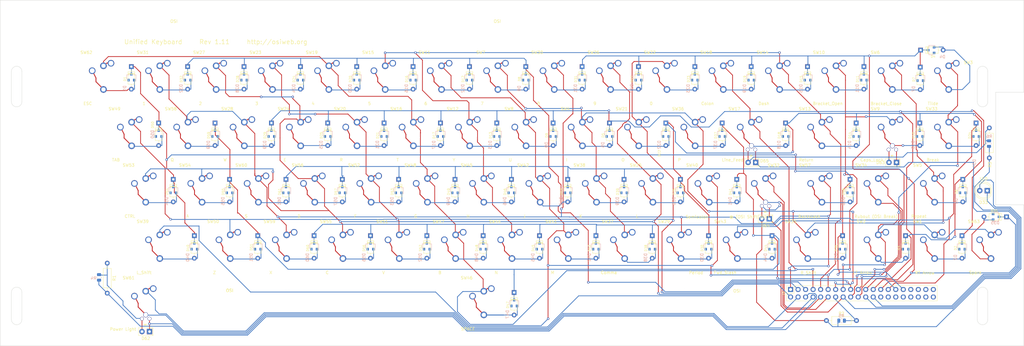
<source format=kicad_pcb>
(kicad_pcb (version 20171130) (host pcbnew "(5.1.6-0-10_14)")
  (title_block (title "Classic Retro Keyboard") (date 2020-08-17) (rev 1.11) (company OSIWeb.org))
  (layers (0 F.Cu signal) (31 B.Cu signal) (34 B.Paste user hide) (35 F.Paste user hide) (36 B.SilkS user) (37 F.SilkS user) (38 B.Mask user) (39 F.Mask user) (44 Edge.Cuts user))
  (net 0 "")
  (net 1 /Row3)
  (net 2 /Row0)
  (net 3 /Row1)
  (net 4 "Net-(D5-Pad2)")
  (net 5 "Net-(D7-Pad2)")
  (net 6 "Net-(D8-Pad2)")
  (net 7 "Net-(D9-Pad2)")
  (net 8 "Net-(D10-Pad2)")
  (net 9 "Net-(D11-Pad2)")
  (net 10 "Net-(D12-Pad2)")
  (net 11 "Net-(D13-Pad2)")
  (net 12 "Net-(D14-Pad2)")
  (net 13 "Net-(D15-Pad2)")
  (net 14 "Net-(D16-Pad2)")
  (net 15 "Net-(D18-Pad2)")
  (net 16 "Net-(D19-Pad2)")
  (net 17 "Net-(D20-Pad2)")
  (net 18 "Net-(D22-Pad2)")
  (net 19 "Net-(D23-Pad2)")
  (net 20 "Net-(D24-Pad2)")
  (net 21 "Net-(D25-Pad2)")
  (net 22 "Net-(D26-Pad2)")
  (net 23 "Net-(D27-Pad2)")
  (net 24 "Net-(D28-Pad2)")
  (net 25 "Net-(D29-Pad2)")
  (net 26 "Net-(D30-Pad2)")
  (net 27 "Net-(D31-Pad2)")
  (net 28 "Net-(D32-Pad2)")
  (net 29 "Net-(D34-Pad2)")
  (net 30 "Net-(D36-Pad2)")
  (net 31 /Row4)
  (net 32 /Row5)
  (net 33 /Row7)
  (net 34 "Net-(D41-Pad2)")
  (net 35 "Net-(D42-Pad2)")
  (net 36 "Net-(D43-Pad2)")
  (net 37 "Net-(D45-Pad2)")
  (net 38 "Net-(D46-Pad2)")
  (net 39 "Net-(D47-Pad2)")
  (net 40 "Net-(D48-Pad2)")
  (net 41 "Net-(D49-Pad2)")
  (net 42 "Net-(D50-Pad2)")
  (net 43 "Net-(D51-Pad2)")
  (net 44 "Net-(D52-Pad2)")
  (net 45 "Net-(D53-Pad2)")
  (net 46 "Net-(D54-Pad2)")
  (net 47 "Net-(D55-Pad2)")
  (net 48 "Net-(D56-Pad2)")
  (net 49 "Net-(D57-Pad2)")
  (net 50 "Net-(D58-Pad2)")
  (net 51 "Net-(D59-Pad2)")
  (net 52 "Net-(D60-Pad2)")
  (net 53 "Net-(D61-Pad2)")
  (net 54 /Col0)
  (net 55 /Col1)
  (net 56 /Col2)
  (net 57 /Col3)
  (net 58 /Col4)
  (net 59 /Col5)
  (net 60 /Col6)
  (net 61 /Col7)
  (net 62 /Row6)
  (net 63 /Row2)
  (net 64 "Net-(J1-Pad40)")
  (net 65 "Net-(J1-Pad39)")
  (net 66 "Net-(J1-Pad38)")
  (net 67 "Net-(J1-Pad37)")
  (net 68 "Net-(J1-Pad36)")
  (net 69 "Net-(J1-Pad35)")
  (net 70 "Net-(J1-Pad34)")
  (net 71 "Net-(J1-Pad33)")
  (net 72 "Net-(D2-Pad2)")
  (net 73 "Net-(D3-Pad2)")
  (net 74 "Net-(D4-Pad2)")
  (net 75 "Net-(D6-Pad2)")
  (net 76 "Net-(D17-Pad2)")
  (net 77 "Net-(D21-Pad2)")
  (net 78 "Net-(D37-Pad2)")
  (net 79 "Net-(D38-Pad2)")
  (net 80 "Net-(D39-Pad2)")
  (net 81 "Net-(D40-Pad2)")
  (net 82 "Net-(D44-Pad2)")
  (net 83 "Net-(J1-Pad6)")
  (net 84 "Net-(J1-Pad10)")
  (net 85 "Net-(J1-Pad12)")
  (net 86 "Net-(J1-Pad18)")
  (net 87 "Net-(J1-Pad20)")
  (net 88 "Net-(J1-Pad26)")
  (net 89 "Net-(J1-Pad28)")
  (net 90 "Net-(J1-Pad30)")
  (net 91 "Net-(J1-Pad32)")
  (net 92 "Net-(J1-Pad2)")
  (net 93 "Net-(J1-Pad4)")
  (net 94 "Net-(D1-Pad2)")
  (net 95 "Net-(D35-Pad2)")
  (net 96 "Net-(D33-Pad2)")
  (net 97 "Net-(D33-Pad1)")
  (net 98 "Net-(J1-Pad22)")
  (net 99 "Net-(J1-Pad14)")
  (net 100 "Net-(D62-Pad2)")
  (net 101 "Net-(D62-Pad1)")
  (net 102 "Net-(D63-Pad2)")
  (net 103 "Net-(D63-Pad1)")
  (module unikbd:diode-combined (layer B.Cu) (at 207.40878 165.88486 270)
    (fp_text reference D47 (at 3.81 2.247 270) (layer B.SilkS) (effects (justify mirror)))
    (fp_text value 1N4148)
    (fp_poly (pts (xy -1.2192 0.0762) (xy -3.048 0.0762) (xy -3.048 -0.0762) (xy -1.2192 -0.0762)) (layer B.Cu) (width 0.1))
    (fp_poly (pts (xy 4.1656 -0.5334) (xy 4.0132 -0.5334) (xy 4.0132 -0.9906) (xy 1.2192 -0.9906) (xy 1.2192 -1.143) (xy 4.1656 -1.143)) (layer B.Cu) (width 0.1))
    (fp_text user %R (at 0.635 2.159 270) (layer F.SilkS) (effects (font (size 0.8 0.8) (thickness 0.12))))
    (pad 2 thru_hole oval (at 4.064 0 270) (size 1.6 1.6) (drill 0.8) (layers *.Cu *.Mask) (net 39 "Net-(D47-Pad2)"))
    (pad 1 thru_hole rect (at -3.556 0 270) (size 1.6 1.6) (drill 0.8) (layers *.Cu *.Mask) (net 3 /Row1))
    (pad 4 smd rect (at -1 0 90) (size 0.9 0.8) (layers B.Cu B.Paste B.Mask))
    (pad "" smd rect (at 1 0.95 90) (size 0.9 0.8) (layers B.Cu B.Paste B.Mask))
    (pad 3 smd rect (at 1 -0.95 90) (size 0.9 0.8) (layers B.Cu B.Paste B.Mask))
  )
  (module unikbd:diode-combined (layer B.Cu) (at 87.24138 108.58246 270)
    (fp_text reference D50 (at 0.254 2.12 90) (layer B.SilkS) (effects (justify mirror)))
    (fp_text value 1N4148)
    (fp_poly (pts (xy -1.2192 0.0762) (xy -3.048 0.0762) (xy -3.048 -0.0762) (xy -1.2192 -0.0762)) (layer B.Cu) (width 0.1))
    (fp_poly (pts (xy 4.1656 -0.5334) (xy 4.0132 -0.5334) (xy 4.0132 -0.9906) (xy 1.2192 -0.9906) (xy 1.2192 -1.143) (xy 4.1656 -1.143)) (layer B.Cu) (width 0.1))
    (fp_text user %R (at -2.921 2.032 90) (layer F.SilkS) (effects (font (size 0.8 0.8) (thickness 0.12))))
    (pad 2 thru_hole oval (at 4.064 0 270) (size 1.6 1.6) (drill 0.8) (layers *.Cu *.Mask) (net 42 "Net-(D50-Pad2)"))
    (pad 1 thru_hole rect (at -3.556 0 270) (size 1.6 1.6) (drill 0.8) (layers *.Cu *.Mask) (net 2 /Row0))
    (pad 4 smd rect (at -1 0 90) (size 0.9 0.8) (layers B.Cu B.Paste B.Mask))
    (pad "" smd rect (at 1 0.95 90) (size 0.9 0.8) (layers B.Cu B.Paste B.Mask))
    (pad 3 smd rect (at 1 -0.95 90) (size 0.9 0.8) (layers B.Cu B.Paste B.Mask))
  )
  (module unikbd:diode-combined (layer B.Cu) (at 318.44488 146.68246 270)
    (fp_text reference D36 (at 3.81 2.247 270) (layer B.SilkS) (effects (justify mirror)))
    (fp_text value 1N4148)
    (fp_poly (pts (xy -1.2192 0.0762) (xy -3.048 0.0762) (xy -3.048 -0.0762) (xy -1.2192 -0.0762)) (layer B.Cu) (width 0.1))
    (fp_poly (pts (xy 4.1656 -0.5334) (xy 4.0132 -0.5334) (xy 4.0132 -0.9906) (xy 1.2192 -0.9906) (xy 1.2192 -1.143) (xy 4.1656 -1.143)) (layer B.Cu) (width 0.1))
    (fp_text user %R (at 0.635 2.159 270) (layer F.SilkS) (effects (font (size 0.8 0.8) (thickness 0.12))))
    (pad 2 thru_hole oval (at 4.064 0 270) (size 1.6 1.6) (drill 0.8) (layers *.Cu *.Mask) (net 30 "Net-(D36-Pad2)"))
    (pad 1 thru_hole rect (at -3.556 0 270) (size 1.6 1.6) (drill 0.8) (layers *.Cu *.Mask) (net 2 /Row0))
    (pad 4 smd rect (at -1 0 90) (size 0.9 0.8) (layers B.Cu B.Paste B.Mask))
    (pad "" smd rect (at 1 0.95 90) (size 0.9 0.8) (layers B.Cu B.Paste B.Mask))
    (pad 3 smd rect (at 1 -0.95 90) (size 0.9 0.8) (layers B.Cu B.Paste B.Mask))
  )
  (module unikbd:diode-combined (layer B.Cu) (at 273.14398 146.68246 270)
    (fp_text reference D30 (at 3.81 2.247 270) (layer B.SilkS) (effects (justify mirror)))
    (fp_text value 1N4148)
    (fp_poly (pts (xy -1.2192 0.0762) (xy -3.048 0.0762) (xy -3.048 -0.0762) (xy -1.2192 -0.0762)) (layer B.Cu) (width 0.1))
    (fp_poly (pts (xy 4.1656 -0.5334) (xy 4.0132 -0.5334) (xy 4.0132 -0.9906) (xy 1.2192 -0.9906) (xy 1.2192 -1.143) (xy 4.1656 -1.143)) (layer B.Cu) (width 0.1))
    (fp_text user %R (at 0.635 2.159 270) (layer F.SilkS) (effects (font (size 0.8 0.8) (thickness 0.12))))
    (pad 2 thru_hole oval (at 4.064 0 270) (size 1.6 1.6) (drill 0.8) (layers *.Cu *.Mask) (net 26 "Net-(D30-Pad2)"))
    (pad 1 thru_hole rect (at -3.556 0 270) (size 1.6 1.6) (drill 0.8) (layers *.Cu *.Mask) (net 32 /Row5))
    (pad 4 smd rect (at -1 0 90) (size 0.9 0.8) (layers B.Cu B.Paste B.Mask))
    (pad "" smd rect (at 1 0.95 90) (size 0.9 0.8) (layers B.Cu B.Paste B.Mask))
    (pad 3 smd rect (at 1 -0.95 90) (size 0.9 0.8) (layers B.Cu B.Paste B.Mask))
  )
  (module unikbd:diode-combined (layer B.Cu) (at 299.19168 108.58246 270)
    (fp_text reference D18 (at 3.81 2.247 270) (layer B.SilkS) (effects (justify mirror)))
    (fp_text value 1N4148)
    (fp_poly (pts (xy -1.2192 0.0762) (xy -3.048 0.0762) (xy -3.048 -0.0762) (xy -1.2192 -0.0762)) (layer B.Cu) (width 0.1))
    (fp_poly (pts (xy 4.1656 -0.5334) (xy 4.0132 -0.5334) (xy 4.0132 -0.9906) (xy 1.2192 -0.9906) (xy 1.2192 -1.143) (xy 4.1656 -1.143)) (layer B.Cu) (width 0.1))
    (fp_text user %R (at 0.635 2.159 270) (layer F.SilkS) (effects (font (size 0.8 0.8) (thickness 0.12))))
    (pad 2 thru_hole oval (at 4.064 0 270) (size 1.6 1.6) (drill 0.8) (layers *.Cu *.Mask) (net 15 "Net-(D18-Pad2)"))
    (pad 1 thru_hole rect (at -3.556 0 270) (size 1.6 1.6) (drill 0.8) (layers *.Cu *.Mask) (net 32 /Row5))
    (pad 4 smd rect (at -1 0 90) (size 0.9 0.8) (layers B.Cu B.Paste B.Mask))
    (pad "" smd rect (at 1 0.95 90) (size 0.9 0.8) (layers B.Cu B.Paste B.Mask))
    (pad 3 smd rect (at 1 -0.95 90) (size 0.9 0.8) (layers B.Cu B.Paste B.Mask))
  )
  (module unikbd:diode-combined (layer B.Cu) (at 370.3193 136.7536 180)
    (fp_text reference D35 (at 0.2794 -1.9812) (layer B.SilkS) (effects (justify mirror)))
    (fp_text value 1N4148 hide)
    (fp_poly (pts (xy -1.2192 0.0762) (xy -3.048 0.0762) (xy -3.048 -0.0762) (xy -1.2192 -0.0762)) (layer B.Cu) (width 0.1))
    (fp_poly (pts (xy 4.1656 -0.5334) (xy 4.0132 -0.5334) (xy 4.0132 -0.9906) (xy 1.2192 -0.9906) (xy 1.2192 -1.143) (xy 4.1656 -1.143)) (layer B.Cu) (width 0.1))
    (fp_text user %R (at 0.635 1.9812) (layer F.SilkS) (effects (font (size 0.8 0.8) (thickness 0.12))))
    (pad 2 thru_hole oval (at 4.064 0 180) (size 1.6 1.6) (drill 0.8) (layers *.Cu *.Mask) (net 95 "Net-(D35-Pad2)"))
    (pad 1 thru_hole rect (at -3.556 0 180) (size 1.6 1.6) (drill 0.8) (layers *.Cu *.Mask) (net 1 /Row3))
    (pad 4 smd rect (at -1 0) (size 0.9 0.8) (layers B.Cu B.Paste B.Mask))
    (pad "" smd rect (at 1 0.95) (size 0.9 0.8) (layers B.Cu B.Paste B.Mask))
    (pad 3 smd rect (at 1 -0.95) (size 0.9 0.8) (layers B.Cu B.Paste B.Mask))
  )
  (module unikbd:diode-combined (layer B.Cu) (at 77.99578 89.53246 270)
    (fp_text reference D1 (at 3.81 2.247 270) (layer B.SilkS) (effects (justify mirror)))
    (fp_text value 1N4148)
    (fp_poly (pts (xy -1.2192 0.0762) (xy -3.048 0.0762) (xy -3.048 -0.0762) (xy -1.2192 -0.0762)) (layer B.Cu) (width 0.1))
    (fp_poly (pts (xy 4.1656 -0.5334) (xy 4.0132 -0.5334) (xy 4.0132 -0.9906) (xy 1.2192 -0.9906) (xy 1.2192 -1.143) (xy 4.1656 -1.143)) (layer B.Cu) (width 0.1))
    (fp_text user %R (at 0.635 2.159 270) (layer F.SilkS) (effects (font (size 0.8 0.8) (thickness 0.12))))
    (pad 2 thru_hole oval (at 4.064 0 270) (size 1.6 1.6) (drill 0.8) (layers *.Cu *.Mask) (net 94 "Net-(D1-Pad2)"))
    (pad 1 thru_hole rect (at -3.556 0 270) (size 1.6 1.6) (drill 0.8) (layers *.Cu *.Mask) (net 2 /Row0))
    (pad 4 smd rect (at -1 0 90) (size 0.9 0.8) (layers B.Cu B.Paste B.Mask))
    (pad "" smd rect (at 1 0.95 90) (size 0.9 0.8) (layers B.Cu B.Paste B.Mask))
    (pad 3 smd rect (at 1 -0.95 90) (size 0.9 0.8) (layers B.Cu B.Paste B.Mask))
  )
  (module unikbd:diode-combined (layer B.Cu) (at 344.53322 108.58246 270)
    (fp_text reference D10 (at 3.81 2.247 270) (layer B.SilkS) (effects (justify mirror)))
    (fp_text value 1N4148)
    (fp_poly (pts (xy -1.2192 0.0762) (xy -3.048 0.0762) (xy -3.048 -0.0762) (xy -1.2192 -0.0762)) (layer B.Cu) (width 0.1))
    (fp_poly (pts (xy 4.1656 -0.5334) (xy 4.0132 -0.5334) (xy 4.0132 -0.9906) (xy 1.2192 -0.9906) (xy 1.2192 -1.143) (xy 4.1656 -1.143)) (layer B.Cu) (width 0.1))
    (fp_text user %R (at 0.635 2.159 270) (layer F.SilkS) (effects (font (size 0.8 0.8) (thickness 0.12))))
    (pad 2 thru_hole oval (at 4.064 0 270) (size 1.6 1.6) (drill 0.8) (layers *.Cu *.Mask) (net 8 "Net-(D10-Pad2)"))
    (pad 1 thru_hole rect (at -3.556 0 270) (size 1.6 1.6) (drill 0.8) (layers *.Cu *.Mask) (net 32 /Row5))
    (pad 4 smd rect (at -1 0 90) (size 0.9 0.8) (layers B.Cu B.Paste B.Mask))
    (pad "" smd rect (at 1 0.95 90) (size 0.9 0.8) (layers B.Cu B.Paste B.Mask))
    (pad 3 smd rect (at 1 -0.95 90) (size 0.9 0.8) (layers B.Cu B.Paste B.Mask))
  )
  (module unikbd:diode-combined (layer B.Cu) (at 325.64578 89.53246 270)
    (fp_text reference D11 (at 3.81 2.247 270) (layer B.SilkS) (effects (justify mirror)))
    (fp_text value 1N4148)
    (fp_poly (pts (xy -1.2192 0.0762) (xy -3.048 0.0762) (xy -3.048 -0.0762) (xy -1.2192 -0.0762)) (layer B.Cu) (width 0.1))
    (fp_poly (pts (xy 4.1656 -0.5334) (xy 4.0132 -0.5334) (xy 4.0132 -0.9906) (xy 1.2192 -0.9906) (xy 1.2192 -1.143) (xy 4.1656 -1.143)) (layer B.Cu) (width 0.1))
    (fp_text user %R (at 0.635 2.159 270) (layer F.SilkS) (effects (font (size 0.8 0.8) (thickness 0.12))))
    (pad 2 thru_hole oval (at 4.064 0 270) (size 1.6 1.6) (drill 0.8) (layers *.Cu *.Mask) (net 9 "Net-(D11-Pad2)"))
    (pad 1 thru_hole rect (at -3.556 0 270) (size 1.6 1.6) (drill 0.8) (layers *.Cu *.Mask) (net 62 /Row6))
    (pad 4 smd rect (at -1 0 90) (size 0.9 0.8) (layers B.Cu B.Paste B.Mask))
    (pad "" smd rect (at 1 0.95 90) (size 0.9 0.8) (layers B.Cu B.Paste B.Mask))
    (pad 3 smd rect (at 1 -0.95 90) (size 0.9 0.8) (layers B.Cu B.Paste B.Mask))
  )
  (module unikbd:diode-combined (layer B.Cu) (at 239.64138 108.58246 270)
    (fp_text reference D5 (at 3.81 2.247 270) (layer B.SilkS) (effects (justify mirror)))
    (fp_text value 1N4148)
    (fp_poly (pts (xy -1.2192 0.0762) (xy -3.048 0.0762) (xy -3.048 -0.0762) (xy -1.2192 -0.0762)) (layer B.Cu) (width 0.1))
    (fp_poly (pts (xy 4.1656 -0.5334) (xy 4.0132 -0.5334) (xy 4.0132 -0.9906) (xy 1.2192 -0.9906) (xy 1.2192 -1.143) (xy 4.1656 -1.143)) (layer B.Cu) (width 0.1))
    (fp_text user %R (at 0.635 2.159 270) (layer F.SilkS) (effects (font (size 0.8 0.8) (thickness 0.12))))
    (pad 2 thru_hole oval (at 4.064 0 270) (size 1.6 1.6) (drill 0.8) (layers *.Cu *.Mask) (net 4 "Net-(D5-Pad2)"))
    (pad 1 thru_hole rect (at -3.556 0 270) (size 1.6 1.6) (drill 0.8) (layers *.Cu *.Mask) (net 31 /Row4))
    (pad 4 smd rect (at -1 0 90) (size 0.9 0.8) (layers B.Cu B.Paste B.Mask))
    (pad "" smd rect (at 1 0.95 90) (size 0.9 0.8) (layers B.Cu B.Paste B.Mask))
    (pad 3 smd rect (at 1 -0.95 90) (size 0.9 0.8) (layers B.Cu B.Paste B.Mask))
  )
  (module unikbd:diode-combined (layer B.Cu) (at 363.58322 108.58246 270)
    (fp_text reference D34 (at 10.12444 0.60198 270) (layer B.SilkS) (effects (justify mirror)))
    (fp_text value 1N4148 hide)
    (fp_poly (pts (xy -1.2192 0.0762) (xy -3.048 0.0762) (xy -3.048 -0.0762) (xy -1.2192 -0.0762)) (layer B.Cu) (width 0.1))
    (fp_poly (pts (xy 4.1656 -0.5334) (xy 4.0132 -0.5334) (xy 4.0132 -0.9906) (xy 1.2192 -0.9906) (xy 1.2192 -1.143) (xy 4.1656 -1.143)) (layer B.Cu) (width 0.1))
    (fp_text user %R (at 0.635 2.159 270) (layer F.SilkS) (effects (font (size 0.8 0.8) (thickness 0.12))))
    (pad 2 thru_hole oval (at 4.064 0 270) (size 1.6 1.6) (drill 0.8) (layers *.Cu *.Mask) (net 29 "Net-(D34-Pad2)"))
    (pad 1 thru_hole rect (at -3.556 0 270) (size 1.6 1.6) (drill 0.8) (layers *.Cu *.Mask) (net 63 /Row2))
    (pad 4 smd rect (at -1 0 90) (size 0.9 0.8) (layers B.Cu B.Paste B.Mask))
    (pad "" smd rect (at 1 0.95 90) (size 0.9 0.8) (layers B.Cu B.Paste B.Mask))
    (pad 3 smd rect (at 1 -0.95 90) (size 0.9 0.8) (layers B.Cu B.Paste B.Mask))
  )
  (module unikbd:diode-combined (layer B.Cu) (at 277.74138 108.58246 270)
    (fp_text reference D37 (at 3.81 2.247 270) (layer B.SilkS) (effects (justify mirror)))
    (fp_text value 1N4148)
    (fp_poly (pts (xy -1.2192 0.0762) (xy -3.048 0.0762) (xy -3.048 -0.0762) (xy -1.2192 -0.0762)) (layer B.Cu) (width 0.1))
    (fp_poly (pts (xy 4.1656 -0.5334) (xy 4.0132 -0.5334) (xy 4.0132 -0.9906) (xy 1.2192 -0.9906) (xy 1.2192 -1.143) (xy 4.1656 -1.143)) (layer B.Cu) (width 0.1))
    (fp_text user %R (at 0.635 2.159 270) (layer F.SilkS) (effects (font (size 0.8 0.8) (thickness 0.12))))
    (pad 2 thru_hole oval (at 4.064 0 270) (size 1.6 1.6) (drill 0.8) (layers *.Cu *.Mask) (net 78 "Net-(D37-Pad2)"))
    (pad 1 thru_hole rect (at -3.556 0 270) (size 1.6 1.6) (drill 0.8) (layers *.Cu *.Mask) (net 3 /Row1))
    (pad 4 smd rect (at -1 0 90) (size 0.9 0.8) (layers B.Cu B.Paste B.Mask))
    (pad "" smd rect (at 1 0.95 90) (size 0.9 0.8) (layers B.Cu B.Paste B.Mask))
    (pad 3 smd rect (at 1 -0.95 90) (size 0.9 0.8) (layers B.Cu B.Paste B.Mask))
  )
  (module unikbd:diode-combined (layer B.Cu) (at 254.09398 146.68246 270)
    (fp_text reference D38 (at 3.81 2.247 270) (layer B.SilkS) (effects (justify mirror)))
    (fp_text value 1N4148)
    (fp_poly (pts (xy -1.2192 0.0762) (xy -3.048 0.0762) (xy -3.048 -0.0762) (xy -1.2192 -0.0762)) (layer B.Cu) (width 0.1))
    (fp_poly (pts (xy 4.1656 -0.5334) (xy 4.0132 -0.5334) (xy 4.0132 -0.9906) (xy 1.2192 -0.9906) (xy 1.2192 -1.143) (xy 4.1656 -1.143)) (layer B.Cu) (width 0.1))
    (fp_text user %R (at 0.635 2.159 270) (layer F.SilkS) (effects (font (size 0.8 0.8) (thickness 0.12))))
    (pad 2 thru_hole oval (at 4.064 0 270) (size 1.6 1.6) (drill 0.8) (layers *.Cu *.Mask) (net 79 "Net-(D38-Pad2)"))
    (pad 1 thru_hole rect (at -3.556 0 270) (size 1.6 1.6) (drill 0.8) (layers *.Cu *.Mask) (net 63 /Row2))
    (pad 4 smd rect (at -1 0 90) (size 0.9 0.8) (layers B.Cu B.Paste B.Mask))
    (pad "" smd rect (at 1 0.95 90) (size 0.9 0.8) (layers B.Cu B.Paste B.Mask))
    (pad 3 smd rect (at 1 -0.95 90) (size 0.9 0.8) (layers B.Cu B.Paste B.Mask))
  )
  (module unikbd:diode-combined (layer B.Cu) (at 244.56898 127.63246 270)
    (fp_text reference D39 (at 3.81 2.247 270) (layer B.SilkS) (effects (justify mirror)))
    (fp_text value 1N4148)
    (fp_poly (pts (xy -1.2192 0.0762) (xy -3.048 0.0762) (xy -3.048 -0.0762) (xy -1.2192 -0.0762)) (layer B.Cu) (width 0.1))
    (fp_poly (pts (xy 4.1656 -0.5334) (xy 4.0132 -0.5334) (xy 4.0132 -0.9906) (xy 1.2192 -0.9906) (xy 1.2192 -1.143) (xy 4.1656 -1.143)) (layer B.Cu) (width 0.1))
    (fp_text user %R (at 0.635 2.159 270) (layer F.SilkS) (effects (font (size 0.8 0.8) (thickness 0.12))))
    (pad 2 thru_hole oval (at 4.064 0 270) (size 1.6 1.6) (drill 0.8) (layers *.Cu *.Mask) (net 80 "Net-(D39-Pad2)"))
    (pad 1 thru_hole rect (at -3.556 0 270) (size 1.6 1.6) (drill 0.8) (layers *.Cu *.Mask) (net 1 /Row3))
    (pad 4 smd rect (at -1 0 90) (size 0.9 0.8) (layers B.Cu B.Paste B.Mask))
    (pad "" smd rect (at 1 0.95 90) (size 0.9 0.8) (layers B.Cu B.Paste B.Mask))
    (pad 3 smd rect (at 1 -0.95 90) (size 0.9 0.8) (layers B.Cu B.Paste B.Mask))
  )
  (module unikbd:diode-combined (layer B.Cu) (at 99.29368 146.68246 270)
    (fp_text reference D40 (at 3.81 2.247 270) (layer B.SilkS) (effects (justify mirror)))
    (fp_text value 1N4148)
    (fp_poly (pts (xy -1.2192 0.0762) (xy -3.048 0.0762) (xy -3.048 -0.0762) (xy -1.2192 -0.0762)) (layer B.Cu) (width 0.1))
    (fp_poly (pts (xy 4.1656 -0.5334) (xy 4.0132 -0.5334) (xy 4.0132 -0.9906) (xy 1.2192 -0.9906) (xy 1.2192 -1.143) (xy 4.1656 -1.143)) (layer B.Cu) (width 0.1))
    (fp_text user %R (at 0.635 2.159 270) (layer F.SilkS) (effects (font (size 0.8 0.8) (thickness 0.12))))
    (pad 2 thru_hole oval (at 4.064 0 270) (size 1.6 1.6) (drill 0.8) (layers *.Cu *.Mask) (net 81 "Net-(D40-Pad2)"))
    (pad 1 thru_hole rect (at -3.556 0 270) (size 1.6 1.6) (drill 0.8) (layers *.Cu *.Mask) (net 2 /Row0))
    (pad 4 smd rect (at -1 0 90) (size 0.9 0.8) (layers B.Cu B.Paste B.Mask))
    (pad "" smd rect (at 1 0.95 90) (size 0.9 0.8) (layers B.Cu B.Paste B.Mask))
    (pad 3 smd rect (at 1 -0.95 90) (size 0.9 0.8) (layers B.Cu B.Paste B.Mask))
  )
  (module unikbd:diode-combined (layer B.Cu) (at 282.66898 127.63246 270)
    (fp_text reference D41 (at 3.81 2.247 270) (layer B.SilkS) (effects (justify mirror)))
    (fp_text value 1N4148)
    (fp_poly (pts (xy -1.2192 0.0762) (xy -3.048 0.0762) (xy -3.048 -0.0762) (xy -1.2192 -0.0762)) (layer B.Cu) (width 0.1))
    (fp_poly (pts (xy 4.1656 -0.5334) (xy 4.0132 -0.5334) (xy 4.0132 -0.9906) (xy 1.2192 -0.9906) (xy 1.2192 -1.143) (xy 4.1656 -1.143)) (layer B.Cu) (width 0.1))
    (fp_text user %R (at 0.635 2.159 270) (layer F.SilkS) (effects (font (size 0.8 0.8) (thickness 0.12))))
    (pad 2 thru_hole oval (at 4.064 0 270) (size 1.6 1.6) (drill 0.8) (layers *.Cu *.Mask) (net 34 "Net-(D41-Pad2)"))
    (pad 1 thru_hole rect (at -3.556 0 270) (size 1.6 1.6) (drill 0.8) (layers *.Cu *.Mask) (net 3 /Row1))
    (pad 4 smd rect (at -1 0 90) (size 0.9 0.8) (layers B.Cu B.Paste B.Mask))
    (pad "" smd rect (at 1 0.95 90) (size 0.9 0.8) (layers B.Cu B.Paste B.Mask))
    (pad 3 smd rect (at 1 -0.95 90) (size 0.9 0.8) (layers B.Cu B.Paste B.Mask))
  )
  (module unikbd:diode-combined (layer B.Cu) (at 235.04398 146.68246 270)
    (fp_text reference D42 (at 3.81 2.247 270) (layer B.SilkS) (effects (justify mirror)))
    (fp_text value 1N4148)
    (fp_poly (pts (xy -1.2192 0.0762) (xy -3.048 0.0762) (xy -3.048 -0.0762) (xy -1.2192 -0.0762)) (layer B.Cu) (width 0.1))
    (fp_poly (pts (xy 4.1656 -0.5334) (xy 4.0132 -0.5334) (xy 4.0132 -0.9906) (xy 1.2192 -0.9906) (xy 1.2192 -1.143) (xy 4.1656 -1.143)) (layer B.Cu) (width 0.1))
    (fp_text user %R (at 0.635 2.159 270) (layer F.SilkS) (effects (font (size 0.8 0.8) (thickness 0.12))))
    (pad 2 thru_hole oval (at 4.064 0 270) (size 1.6 1.6) (drill 0.8) (layers *.Cu *.Mask) (net 35 "Net-(D42-Pad2)"))
    (pad 1 thru_hole rect (at -3.556 0 270) (size 1.6 1.6) (drill 0.8) (layers *.Cu *.Mask) (net 63 /Row2))
    (pad 4 smd rect (at -1 0 90) (size 0.9 0.8) (layers B.Cu B.Paste B.Mask))
    (pad "" smd rect (at 1 0.95 90) (size 0.9 0.8) (layers B.Cu B.Paste B.Mask))
    (pad 3 smd rect (at 1 -0.95 90) (size 0.9 0.8) (layers B.Cu B.Paste B.Mask))
  )
  (module unikbd:diode-combined (layer B.Cu) (at 225.51898 127.63246 270)
    (fp_text reference D43 (at 3.81 2.247 270) (layer B.SilkS) (effects (justify mirror)))
    (fp_text value 1N4148)
    (fp_poly (pts (xy -1.2192 0.0762) (xy -3.048 0.0762) (xy -3.048 -0.0762) (xy -1.2192 -0.0762)) (layer B.Cu) (width 0.1))
    (fp_poly (pts (xy 4.1656 -0.5334) (xy 4.0132 -0.5334) (xy 4.0132 -0.9906) (xy 1.2192 -0.9906) (xy 1.2192 -1.143) (xy 4.1656 -1.143)) (layer B.Cu) (width 0.1))
    (fp_text user %R (at 0.635 2.159 270) (layer F.SilkS) (effects (font (size 0.8 0.8) (thickness 0.12))))
    (pad 2 thru_hole oval (at 4.064 0 270) (size 1.6 1.6) (drill 0.8) (layers *.Cu *.Mask) (net 36 "Net-(D43-Pad2)"))
    (pad 1 thru_hole rect (at -3.556 0 270) (size 1.6 1.6) (drill 0.8) (layers *.Cu *.Mask) (net 1 /Row3))
    (pad 4 smd rect (at -1 0 90) (size 0.9 0.8) (layers B.Cu B.Paste B.Mask))
    (pad "" smd rect (at 1 0.95 90) (size 0.9 0.8) (layers B.Cu B.Paste B.Mask))
    (pad 3 smd rect (at 1 -0.95 90) (size 0.9 0.8) (layers B.Cu B.Paste B.Mask))
  )
  (module unikbd:diode-combined (layer B.Cu) (at 294.59428 146.68246 270)
    (fp_text reference D44 (at 3.81 2.247 270) (layer B.SilkS) (effects (justify mirror)))
    (fp_text value 1N4148)
    (fp_poly (pts (xy -1.2192 0.0762) (xy -3.048 0.0762) (xy -3.048 -0.0762) (xy -1.2192 -0.0762)) (layer B.Cu) (width 0.1))
    (fp_poly (pts (xy 4.1656 -0.5334) (xy 4.0132 -0.5334) (xy 4.0132 -0.9906) (xy 1.2192 -0.9906) (xy 1.2192 -1.143) (xy 4.1656 -1.143)) (layer B.Cu) (width 0.1))
    (fp_text user %R (at 0.635 2.159 270) (layer F.SilkS) (effects (font (size 0.8 0.8) (thickness 0.12))))
    (pad 2 thru_hole oval (at 4.064 0 270) (size 1.6 1.6) (drill 0.8) (layers *.Cu *.Mask) (net 82 "Net-(D44-Pad2)"))
    (pad 1 thru_hole rect (at -3.556 0 270) (size 1.6 1.6) (drill 0.8) (layers *.Cu *.Mask) (net 3 /Row1))
    (pad 4 smd rect (at -1 0 90) (size 0.9 0.8) (layers B.Cu B.Paste B.Mask))
    (pad "" smd rect (at 1 0.95 90) (size 0.9 0.8) (layers B.Cu B.Paste B.Mask))
    (pad 3 smd rect (at 1 -0.95 90) (size 0.9 0.8) (layers B.Cu B.Paste B.Mask))
  )
  (module unikbd:diode-combined (layer B.Cu) (at 215.99398 146.68246 270)
    (fp_text reference D45 (at 3.81 2.247 270) (layer B.SilkS) (effects (justify mirror)))
    (fp_text value 1N4148)
    (fp_poly (pts (xy -1.2192 0.0762) (xy -3.048 0.0762) (xy -3.048 -0.0762) (xy -1.2192 -0.0762)) (layer B.Cu) (width 0.1))
    (fp_poly (pts (xy 4.1656 -0.5334) (xy 4.0132 -0.5334) (xy 4.0132 -0.9906) (xy 1.2192 -0.9906) (xy 1.2192 -1.143) (xy 4.1656 -1.143)) (layer B.Cu) (width 0.1))
    (fp_text user %R (at 0.635 2.159 270) (layer F.SilkS) (effects (font (size 0.8 0.8) (thickness 0.12))))
    (pad 2 thru_hole oval (at 4.064 0 270) (size 1.6 1.6) (drill 0.8) (layers *.Cu *.Mask) (net 37 "Net-(D45-Pad2)"))
    (pad 1 thru_hole rect (at -3.556 0 270) (size 1.6 1.6) (drill 0.8) (layers *.Cu *.Mask) (net 63 /Row2))
    (pad 4 smd rect (at -1 0 90) (size 0.9 0.8) (layers B.Cu B.Paste B.Mask))
    (pad "" smd rect (at 1 0.95 90) (size 0.9 0.8) (layers B.Cu B.Paste B.Mask))
    (pad 3 smd rect (at 1 -0.95 90) (size 0.9 0.8) (layers B.Cu B.Paste B.Mask))
  )
  (module unikbd:diode-combined (layer B.Cu) (at 206.46898 127.63246 270)
    (fp_text reference D46 (at 3.81 2.247 270) (layer B.SilkS) (effects (justify mirror)))
    (fp_text value 1N4148)
    (fp_poly (pts (xy -1.2192 0.0762) (xy -3.048 0.0762) (xy -3.048 -0.0762) (xy -1.2192 -0.0762)) (layer B.Cu) (width 0.1))
    (fp_poly (pts (xy 4.1656 -0.5334) (xy 4.0132 -0.5334) (xy 4.0132 -0.9906) (xy 1.2192 -0.9906) (xy 1.2192 -1.143) (xy 4.1656 -1.143)) (layer B.Cu) (width 0.1))
    (fp_text user %R (at 0.635 2.159 270) (layer F.SilkS) (effects (font (size 0.8 0.8) (thickness 0.12))))
    (pad 2 thru_hole oval (at 4.064 0 270) (size 1.6 1.6) (drill 0.8) (layers *.Cu *.Mask) (net 38 "Net-(D46-Pad2)"))
    (pad 1 thru_hole rect (at -3.556 0 270) (size 1.6 1.6) (drill 0.8) (layers *.Cu *.Mask) (net 1 /Row3))
    (pad 4 smd rect (at -1 0 90) (size 0.9 0.8) (layers B.Cu B.Paste B.Mask))
    (pad "" smd rect (at 1 0.95 90) (size 0.9 0.8) (layers B.Cu B.Paste B.Mask))
    (pad 3 smd rect (at 1 -0.95 90) (size 0.9 0.8) (layers B.Cu B.Paste B.Mask))
  )
  (module unikbd:diode-combined (layer B.Cu) (at 196.94398 146.68246 270)
    (fp_text reference D48 (at 3.81 2.247 270) (layer B.SilkS) (effects (justify mirror)))
    (fp_text value 1N4148)
    (fp_poly (pts (xy -1.2192 0.0762) (xy -3.048 0.0762) (xy -3.048 -0.0762) (xy -1.2192 -0.0762)) (layer B.Cu) (width 0.1))
    (fp_poly (pts (xy 4.1656 -0.5334) (xy 4.0132 -0.5334) (xy 4.0132 -0.9906) (xy 1.2192 -0.9906) (xy 1.2192 -1.143) (xy 4.1656 -1.143)) (layer B.Cu) (width 0.1))
    (fp_text user %R (at 0.635 2.159 270) (layer F.SilkS) (effects (font (size 0.8 0.8) (thickness 0.12))))
    (pad 2 thru_hole oval (at 4.064 0 270) (size 1.6 1.6) (drill 0.8) (layers *.Cu *.Mask) (net 40 "Net-(D48-Pad2)"))
    (pad 1 thru_hole rect (at -3.556 0 270) (size 1.6 1.6) (drill 0.8) (layers *.Cu *.Mask) (net 63 /Row2))
    (pad 4 smd rect (at -1 0 90) (size 0.9 0.8) (layers B.Cu B.Paste B.Mask))
    (pad "" smd rect (at 1 0.95 90) (size 0.9 0.8) (layers B.Cu B.Paste B.Mask))
    (pad 3 smd rect (at 1 -0.95 90) (size 0.9 0.8) (layers B.Cu B.Paste B.Mask))
  )
  (module unikbd:diode-combined (layer B.Cu) (at 187.41898 127.63246 270)
    (fp_text reference D49 (at 3.81 2.247 270) (layer B.SilkS) (effects (justify mirror)))
    (fp_text value 1N4148)
    (fp_poly (pts (xy -1.2192 0.0762) (xy -3.048 0.0762) (xy -3.048 -0.0762) (xy -1.2192 -0.0762)) (layer B.Cu) (width 0.1))
    (fp_poly (pts (xy 4.1656 -0.5334) (xy 4.0132 -0.5334) (xy 4.0132 -0.9906) (xy 1.2192 -0.9906) (xy 1.2192 -1.143) (xy 4.1656 -1.143)) (layer B.Cu) (width 0.1))
    (fp_text user %R (at 0.635 2.159 270) (layer F.SilkS) (effects (font (size 0.8 0.8) (thickness 0.12))))
    (pad 2 thru_hole oval (at 4.064 0 270) (size 1.6 1.6) (drill 0.8) (layers *.Cu *.Mask) (net 41 "Net-(D49-Pad2)"))
    (pad 1 thru_hole rect (at -3.556 0 270) (size 1.6 1.6) (drill 0.8) (layers *.Cu *.Mask) (net 1 /Row3))
    (pad 4 smd rect (at -1 0 90) (size 0.9 0.8) (layers B.Cu B.Paste B.Mask))
    (pad "" smd rect (at 1 0.95 90) (size 0.9 0.8) (layers B.Cu B.Paste B.Mask))
    (pad 3 smd rect (at 1 -0.95 90) (size 0.9 0.8) (layers B.Cu B.Paste B.Mask))
  )
  (module unikbd:diode-combined (layer B.Cu) (at 120.74398 146.68246 270)
    (fp_text reference D51 (at 3.81 2.247 270) (layer B.SilkS) (effects (justify mirror)))
    (fp_text value 1N4148)
    (fp_poly (pts (xy -1.2192 0.0762) (xy -3.048 0.0762) (xy -3.048 -0.0762) (xy -1.2192 -0.0762)) (layer B.Cu) (width 0.1))
    (fp_poly (pts (xy 4.1656 -0.5334) (xy 4.0132 -0.5334) (xy 4.0132 -0.9906) (xy 1.2192 -0.9906) (xy 1.2192 -1.143) (xy 4.1656 -1.143)) (layer B.Cu) (width 0.1))
    (fp_text user %R (at 0.34544 2.19202 270) (layer F.SilkS) (effects (font (size 0.8 0.8) (thickness 0.12))))
    (pad 2 thru_hole oval (at 4.064 0 270) (size 1.6 1.6) (drill 0.8) (layers *.Cu *.Mask) (net 43 "Net-(D51-Pad2)"))
    (pad 1 thru_hole rect (at -3.556 0 270) (size 1.6 1.6) (drill 0.8) (layers *.Cu *.Mask) (net 3 /Row1))
    (pad 4 smd rect (at -1 0 90) (size 0.9 0.8) (layers B.Cu B.Paste B.Mask))
    (pad "" smd rect (at 1 0.95 90) (size 0.9 0.8) (layers B.Cu B.Paste B.Mask))
    (pad 3 smd rect (at 1 -0.95 90) (size 0.9 0.8) (layers B.Cu B.Paste B.Mask))
  )
  (module unikbd:diode-combined (layer B.Cu) (at 177.89398 146.68246 270)
    (fp_text reference D52 (at 3.81 2.247 270) (layer B.SilkS) (effects (justify mirror)))
    (fp_text value 1N4148)
    (fp_poly (pts (xy -1.2192 0.0762) (xy -3.048 0.0762) (xy -3.048 -0.0762) (xy -1.2192 -0.0762)) (layer B.Cu) (width 0.1))
    (fp_poly (pts (xy 4.1656 -0.5334) (xy 4.0132 -0.5334) (xy 4.0132 -0.9906) (xy 1.2192 -0.9906) (xy 1.2192 -1.143) (xy 4.1656 -1.143)) (layer B.Cu) (width 0.1))
    (fp_text user %R (at 0.635 2.159 270) (layer F.SilkS) (effects (font (size 0.8 0.8) (thickness 0.12))))
    (pad 2 thru_hole oval (at 4.064 0 270) (size 1.6 1.6) (drill 0.8) (layers *.Cu *.Mask) (net 44 "Net-(D52-Pad2)"))
    (pad 1 thru_hole rect (at -3.556 0 270) (size 1.6 1.6) (drill 0.8) (layers *.Cu *.Mask) (net 63 /Row2))
    (pad 4 smd rect (at -1 0 90) (size 0.9 0.8) (layers B.Cu B.Paste B.Mask))
    (pad "" smd rect (at 1 0.95 90) (size 0.9 0.8) (layers B.Cu B.Paste B.Mask))
    (pad 3 smd rect (at 1 -0.95 90) (size 0.9 0.8) (layers B.Cu B.Paste B.Mask))
  )
  (module unikbd:diode-combined (layer B.Cu) (at 168.36898 127.63246 270)
    (fp_text reference D53 (at 3.81 2.247 270) (layer B.SilkS) (effects (justify mirror)))
    (fp_text value 1N4148)
    (fp_poly (pts (xy -1.2192 0.0762) (xy -3.048 0.0762) (xy -3.048 -0.0762) (xy -1.2192 -0.0762)) (layer B.Cu) (width 0.1))
    (fp_poly (pts (xy 4.1656 -0.5334) (xy 4.0132 -0.5334) (xy 4.0132 -0.9906) (xy 1.2192 -0.9906) (xy 1.2192 -1.143) (xy 4.1656 -1.143)) (layer B.Cu) (width 0.1))
    (fp_text user %R (at 0.635 2.159 270) (layer F.SilkS) (effects (font (size 0.8 0.8) (thickness 0.12))))
    (pad 2 thru_hole oval (at 4.064 0 270) (size 1.6 1.6) (drill 0.8) (layers *.Cu *.Mask) (net 45 "Net-(D53-Pad2)"))
    (pad 1 thru_hole rect (at -3.556 0 270) (size 1.6 1.6) (drill 0.8) (layers *.Cu *.Mask) (net 1 /Row3))
    (pad 4 smd rect (at -1 0 90) (size 0.9 0.8) (layers B.Cu B.Paste B.Mask))
    (pad "" smd rect (at 1 0.95 90) (size 0.9 0.8) (layers B.Cu B.Paste B.Mask))
    (pad 3 smd rect (at 1 -0.95 90) (size 0.9 0.8) (layers B.Cu B.Paste B.Mask))
  )
  (module unikbd:diode-combined (layer B.Cu) (at 92.16898 127.63246 270)
    (fp_text reference D54 (at 3.81 2.247 270) (layer B.SilkS) (effects (justify mirror)))
    (fp_text value 1N4148)
    (fp_poly (pts (xy -1.2192 0.0762) (xy -3.048 0.0762) (xy -3.048 -0.0762) (xy -1.2192 -0.0762)) (layer B.Cu) (width 0.1))
    (fp_poly (pts (xy 4.1656 -0.5334) (xy 4.0132 -0.5334) (xy 4.0132 -0.9906) (xy 1.2192 -0.9906) (xy 1.2192 -1.143) (xy 4.1656 -1.143)) (layer B.Cu) (width 0.1))
    (fp_text user %R (at 0.635 2.159 270) (layer F.SilkS) (effects (font (size 0.8 0.8) (thickness 0.12))))
    (pad 2 thru_hole oval (at 4.064 0 270) (size 1.6 1.6) (drill 0.8) (layers *.Cu *.Mask) (net 46 "Net-(D54-Pad2)"))
    (pad 1 thru_hole rect (at -3.556 0 270) (size 1.6 1.6) (drill 0.8) (layers *.Cu *.Mask) (net 2 /Row0))
    (pad 4 smd rect (at -1 0 90) (size 0.9 0.8) (layers B.Cu B.Paste B.Mask))
    (pad "" smd rect (at 1 0.95 90) (size 0.9 0.8) (layers B.Cu B.Paste B.Mask))
    (pad 3 smd rect (at 1 -0.95 90) (size 0.9 0.8) (layers B.Cu B.Paste B.Mask))
  )
  (module unikbd:diode-combined (layer B.Cu) (at 111.21898 127.63246 270)
    (fp_text reference D55 (at 3.81 2.247 270) (layer B.SilkS) (effects (justify mirror)))
    (fp_text value 1N4148)
    (fp_poly (pts (xy -1.2192 0.0762) (xy -3.048 0.0762) (xy -3.048 -0.0762) (xy -1.2192 -0.0762)) (layer B.Cu) (width 0.1))
    (fp_poly (pts (xy 4.1656 -0.5334) (xy 4.0132 -0.5334) (xy 4.0132 -0.9906) (xy 1.2192 -0.9906) (xy 1.2192 -1.143) (xy 4.1656 -1.143)) (layer B.Cu) (width 0.1))
    (fp_text user %R (at 0.635 2.159 270) (layer F.SilkS) (effects (font (size 0.8 0.8) (thickness 0.12))))
    (pad 2 thru_hole oval (at 4.064 0 270) (size 1.6 1.6) (drill 0.8) (layers *.Cu *.Mask) (net 47 "Net-(D55-Pad2)"))
    (pad 1 thru_hole rect (at -3.556 0 270) (size 1.6 1.6) (drill 0.8) (layers *.Cu *.Mask) (net 3 /Row1))
    (pad 4 smd rect (at -1 0 90) (size 0.9 0.8) (layers B.Cu B.Paste B.Mask))
    (pad "" smd rect (at 1 0.95 90) (size 0.9 0.8) (layers B.Cu B.Paste B.Mask))
    (pad 3 smd rect (at 1 -0.95 90) (size 0.9 0.8) (layers B.Cu B.Paste B.Mask))
  )
  (module unikbd:diode-combined (layer B.Cu) (at 158.84398 146.68246 270)
    (fp_text reference D56 (at 3.81 2.247 270) (layer B.SilkS) (effects (justify mirror)))
    (fp_text value 1N4148)
    (fp_poly (pts (xy -1.2192 0.0762) (xy -3.048 0.0762) (xy -3.048 -0.0762) (xy -1.2192 -0.0762)) (layer B.Cu) (width 0.1))
    (fp_poly (pts (xy 4.1656 -0.5334) (xy 4.0132 -0.5334) (xy 4.0132 -0.9906) (xy 1.2192 -0.9906) (xy 1.2192 -1.143) (xy 4.1656 -1.143)) (layer B.Cu) (width 0.1))
    (fp_text user %R (at 0.635 2.159 270) (layer F.SilkS) (effects (font (size 0.8 0.8) (thickness 0.12))))
    (pad 2 thru_hole oval (at 4.064 0 270) (size 1.6 1.6) (drill 0.8) (layers *.Cu *.Mask) (net 48 "Net-(D56-Pad2)"))
    (pad 1 thru_hole rect (at -3.556 0 270) (size 1.6 1.6) (drill 0.8) (layers *.Cu *.Mask) (net 63 /Row2))
    (pad 4 smd rect (at -1 0 90) (size 0.9 0.8) (layers B.Cu B.Paste B.Mask))
    (pad "" smd rect (at 1 0.95 90) (size 0.9 0.8) (layers B.Cu B.Paste B.Mask))
    (pad 3 smd rect (at 1 -0.95 90) (size 0.9 0.8) (layers B.Cu B.Paste B.Mask))
  )
  (module unikbd:diode-combined (layer B.Cu) (at 149.31898 127.63246 270)
    (fp_text reference D57 (at 3.81 2.247 270) (layer B.SilkS) (effects (justify mirror)))
    (fp_text value 1N4148)
    (fp_poly (pts (xy -1.2192 0.0762) (xy -3.048 0.0762) (xy -3.048 -0.0762) (xy -1.2192 -0.0762)) (layer B.Cu) (width 0.1))
    (fp_poly (pts (xy 4.1656 -0.5334) (xy 4.0132 -0.5334) (xy 4.0132 -0.9906) (xy 1.2192 -0.9906) (xy 1.2192 -1.143) (xy 4.1656 -1.143)) (layer B.Cu) (width 0.1))
    (fp_text user %R (at 0.635 2.159 270) (layer F.SilkS) (effects (font (size 0.8 0.8) (thickness 0.12))))
    (pad 2 thru_hole oval (at 4.064 0 270) (size 1.6 1.6) (drill 0.8) (layers *.Cu *.Mask) (net 49 "Net-(D57-Pad2)"))
    (pad 1 thru_hole rect (at -3.556 0 270) (size 1.6 1.6) (drill 0.8) (layers *.Cu *.Mask) (net 1 /Row3))
    (pad 4 smd rect (at -1 0 90) (size 0.9 0.8) (layers B.Cu B.Paste B.Mask))
    (pad "" smd rect (at 1 0.95 90) (size 0.9 0.8) (layers B.Cu B.Paste B.Mask))
    (pad 3 smd rect (at 1 -0.95 90) (size 0.9 0.8) (layers B.Cu B.Paste B.Mask))
  )
  (module unikbd:diode-combined (layer B.Cu) (at 320.9798 127.63246 270)
    (fp_text reference D58 (at 3.81 2.247 270) (layer B.SilkS) (effects (justify mirror)))
    (fp_text value 1N4148)
    (fp_poly (pts (xy -1.2192 0.0762) (xy -3.048 0.0762) (xy -3.048 -0.0762) (xy -1.2192 -0.0762)) (layer B.Cu) (width 0.1))
    (fp_poly (pts (xy 4.1656 -0.5334) (xy 4.0132 -0.5334) (xy 4.0132 -0.9906) (xy 1.2192 -0.9906) (xy 1.2192 -1.143) (xy 4.1656 -1.143)) (layer B.Cu) (width 0.1))
    (fp_text user %R (at 0.635 2.159 270) (layer F.SilkS) (effects (font (size 0.8 0.8) (thickness 0.12))))
    (pad 2 thru_hole oval (at 4.064 0 270) (size 1.6 1.6) (drill 0.8) (layers *.Cu *.Mask) (net 50 "Net-(D58-Pad2)"))
    (pad 1 thru_hole rect (at -3.556 0 270) (size 1.6 1.6) (drill 0.8) (layers *.Cu *.Mask) (net 2 /Row0))
    (pad 4 smd rect (at -1 0 90) (size 0.9 0.8) (layers B.Cu B.Paste B.Mask))
    (pad "" smd rect (at 1 0.95 90) (size 0.9 0.8) (layers B.Cu B.Paste B.Mask))
    (pad 3 smd rect (at 1 -0.95 90) (size 0.9 0.8) (layers B.Cu B.Paste B.Mask))
  )
  (module unikbd:diode-combined (layer B.Cu) (at 106.29138 108.58246 270)
    (fp_text reference D59 (at 3.81 2.247 270) (layer B.SilkS) (effects (justify mirror)))
    (fp_text value 1N4148)
    (fp_poly (pts (xy -1.2192 0.0762) (xy -3.048 0.0762) (xy -3.048 -0.0762) (xy -1.2192 -0.0762)) (layer B.Cu) (width 0.1))
    (fp_poly (pts (xy 4.1656 -0.5334) (xy 4.0132 -0.5334) (xy 4.0132 -0.9906) (xy 1.2192 -0.9906) (xy 1.2192 -1.143) (xy 4.1656 -1.143)) (layer B.Cu) (width 0.1))
    (fp_text user %R (at 0.635 2.159 270) (layer F.SilkS) (effects (font (size 0.8 0.8) (thickness 0.12))))
    (pad 2 thru_hole oval (at 4.064 0 270) (size 1.6 1.6) (drill 0.8) (layers *.Cu *.Mask) (net 51 "Net-(D59-Pad2)"))
    (pad 1 thru_hole rect (at -3.556 0 270) (size 1.6 1.6) (drill 0.8) (layers *.Cu *.Mask) (net 3 /Row1))
    (pad 4 smd rect (at -1 0 90) (size 0.9 0.8) (layers B.Cu B.Paste B.Mask))
    (pad "" smd rect (at 1 0.95 90) (size 0.9 0.8) (layers B.Cu B.Paste B.Mask))
    (pad 3 smd rect (at 1 -0.95 90) (size 0.9 0.8) (layers B.Cu B.Paste B.Mask))
  )
  (module unikbd:diode-combined (layer B.Cu) (at 139.79398 146.68246 270)
    (fp_text reference D60 (at 3.81 2.247 270) (layer B.SilkS) (effects (justify mirror)))
    (fp_text value 1N4148)
    (fp_poly (pts (xy -1.2192 0.0762) (xy -3.048 0.0762) (xy -3.048 -0.0762) (xy -1.2192 -0.0762)) (layer B.Cu) (width 0.1))
    (fp_poly (pts (xy 4.1656 -0.5334) (xy 4.0132 -0.5334) (xy 4.0132 -0.9906) (xy 1.2192 -0.9906) (xy 1.2192 -1.143) (xy 4.1656 -1.143)) (layer B.Cu) (width 0.1))
    (fp_text user %R (at 0.635 2.159 270) (layer F.SilkS) (effects (font (size 0.8 0.8) (thickness 0.12))))
    (pad 2 thru_hole oval (at 4.064 0 270) (size 1.6 1.6) (drill 0.8) (layers *.Cu *.Mask) (net 52 "Net-(D60-Pad2)"))
    (pad 1 thru_hole rect (at -3.556 0 270) (size 1.6 1.6) (drill 0.8) (layers *.Cu *.Mask) (net 63 /Row2))
    (pad 4 smd rect (at -1 0 90) (size 0.9 0.8) (layers B.Cu B.Paste B.Mask))
    (pad "" smd rect (at 1 0.95 90) (size 0.9 0.8) (layers B.Cu B.Paste B.Mask))
    (pad 3 smd rect (at 1 -0.95 90) (size 0.9 0.8) (layers B.Cu B.Paste B.Mask))
  )
  (module unikbd:diode-combined (layer B.Cu) (at 130.26898 127.63246 270)
    (fp_text reference D61 (at 3.81 2.247 270) (layer B.SilkS) (effects (justify mirror)))
    (fp_text value 1N4148)
    (fp_poly (pts (xy -1.2192 0.0762) (xy -3.048 0.0762) (xy -3.048 -0.0762) (xy -1.2192 -0.0762)) (layer B.Cu) (width 0.1))
    (fp_poly (pts (xy 4.1656 -0.5334) (xy 4.0132 -0.5334) (xy 4.0132 -0.9906) (xy 1.2192 -0.9906) (xy 1.2192 -1.143) (xy 4.1656 -1.143)) (layer B.Cu) (width 0.1))
    (fp_text user %R (at 0.635 2.159 270) (layer F.SilkS) (effects (font (size 0.8 0.8) (thickness 0.12))))
    (pad 2 thru_hole oval (at 4.064 0 270) (size 1.6 1.6) (drill 0.8) (layers *.Cu *.Mask) (net 53 "Net-(D61-Pad2)"))
    (pad 1 thru_hole rect (at -3.556 0 270) (size 1.6 1.6) (drill 0.8) (layers *.Cu *.Mask) (net 1 /Row3))
    (pad 4 smd rect (at -1 0 90) (size 0.9 0.8) (layers B.Cu B.Paste B.Mask))
    (pad "" smd rect (at 1 0.95 90) (size 0.9 0.8) (layers B.Cu B.Paste B.Mask))
    (pad 3 smd rect (at 1 -0.95 90) (size 0.9 0.8) (layers B.Cu B.Paste B.Mask))
  )
  (module unikbd:diode-combined (layer B.Cu) (at 358.806513 146.68246 270)
    (fp_text reference D2 (at 3.81 2.247 270) (layer B.SilkS) (effects (justify mirror)))
    (fp_text value 1N4148)
    (fp_poly (pts (xy -1.2192 0.0762) (xy -3.048 0.0762) (xy -3.048 -0.0762) (xy -1.2192 -0.0762)) (layer B.Cu) (width 0.1))
    (fp_poly (pts (xy 4.1656 -0.5334) (xy 4.0132 -0.5334) (xy 4.0132 -0.9906) (xy 1.2192 -0.9906) (xy 1.2192 -1.143) (xy 4.1656 -1.143)) (layer B.Cu) (width 0.1))
    (fp_text user %R (at 0.635 2.159 270) (layer F.SilkS) (effects (font (size 0.8 0.8) (thickness 0.12))))
    (pad 2 thru_hole oval (at 4.064 0 270) (size 1.6 1.6) (drill 0.8) (layers *.Cu *.Mask) (net 72 "Net-(D2-Pad2)"))
    (pad 1 thru_hole rect (at -3.556 0 270) (size 1.6 1.6) (drill 0.8) (layers *.Cu *.Mask) (net 31 /Row4))
    (pad 4 smd rect (at -1 0 90) (size 0.9 0.8) (layers B.Cu B.Paste B.Mask))
    (pad "" smd rect (at 1 0.95 90) (size 0.9 0.8) (layers B.Cu B.Paste B.Mask))
    (pad 3 smd rect (at 1 -0.95 90) (size 0.9 0.8) (layers B.Cu B.Paste B.Mask))
  )
  (module unikbd:diode-combined (layer B.Cu) (at 339.756513 146.68246 270)
    (fp_text reference D3 (at 3.81 2.247 270) (layer B.SilkS) (effects (justify mirror)))
    (fp_text value 1N4148)
    (fp_poly (pts (xy -1.2192 0.0762) (xy -3.048 0.0762) (xy -3.048 -0.0762) (xy -1.2192 -0.0762)) (layer B.Cu) (width 0.1))
    (fp_poly (pts (xy 4.1656 -0.5334) (xy 4.0132 -0.5334) (xy 4.0132 -0.9906) (xy 1.2192 -0.9906) (xy 1.2192 -1.143) (xy 4.1656 -1.143)) (layer B.Cu) (width 0.1))
    (fp_text user %R (at 0.635 2.159 270) (layer F.SilkS) (effects (font (size 0.8 0.8) (thickness 0.12))))
    (pad 2 thru_hole oval (at 4.064 0 270) (size 1.6 1.6) (drill 0.8) (layers *.Cu *.Mask) (net 73 "Net-(D3-Pad2)"))
    (pad 1 thru_hole rect (at -3.556 0 270) (size 1.6 1.6) (drill 0.8) (layers *.Cu *.Mask) (net 32 /Row5))
    (pad 4 smd rect (at -1 0 90) (size 0.9 0.8) (layers B.Cu B.Paste B.Mask))
    (pad "" smd rect (at 1 0.95 90) (size 0.9 0.8) (layers B.Cu B.Paste B.Mask))
    (pad 3 smd rect (at 1 -0.95 90) (size 0.9 0.8) (layers B.Cu B.Paste B.Mask))
  )
  (module unikbd:diode-combined (layer B.Cu) (at 348.3864 80.391)
    (fp_text reference D4 (at 3.81 2.247) (layer B.SilkS) (effects (justify mirror)))
    (fp_text value 1N4148 hide)
    (fp_poly (pts (xy -1.2192 0.0762) (xy -3.048 0.0762) (xy -3.048 -0.0762) (xy -1.2192 -0.0762)) (layer B.Cu) (width 0.1))
    (fp_poly (pts (xy 4.1656 -0.5334) (xy 4.0132 -0.5334) (xy 4.0132 -0.9906) (xy 1.2192 -0.9906) (xy 1.2192 -1.143) (xy 4.1656 -1.143)) (layer B.Cu) (width 0.1))
    (fp_text user %R (at 0.635 2.159) (layer F.SilkS) (effects (font (size 0.8 0.8) (thickness 0.12))))
    (pad 2 thru_hole oval (at 4.064 0) (size 1.6 1.6) (drill 0.8) (layers *.Cu *.Mask) (net 74 "Net-(D4-Pad2)"))
    (pad 1 thru_hole rect (at -3.556 0) (size 1.6 1.6) (drill 0.8) (layers *.Cu *.Mask) (net 62 /Row6))
    (pad 4 smd rect (at -1 0 180) (size 0.9 0.8) (layers B.Cu B.Paste B.Mask))
    (pad "" smd rect (at 1 0.95 180) (size 0.9 0.8) (layers B.Cu B.Paste B.Mask))
    (pad 3 smd rect (at 1 -0.95 180) (size 0.9 0.8) (layers B.Cu B.Paste B.Mask))
  )
  (module unikbd:diode-combined (layer B.Cu) (at 359.0798 127.63246 270)
    (fp_text reference D6 (at 3.81 2.247 270) (layer B.SilkS) (effects (justify mirror)))
    (fp_text value 1N4148 hide)
    (fp_poly (pts (xy -1.2192 0.0762) (xy -3.048 0.0762) (xy -3.048 -0.0762) (xy -1.2192 -0.0762)) (layer B.Cu) (width 0.1))
    (fp_poly (pts (xy 4.1656 -0.5334) (xy 4.0132 -0.5334) (xy 4.0132 -0.9906) (xy 1.2192 -0.9906) (xy 1.2192 -1.143) (xy 4.1656 -1.143)) (layer B.Cu) (width 0.1))
    (fp_text user %R (at 0.635 2.159 270) (layer F.SilkS) (effects (font (size 0.8 0.8) (thickness 0.12))))
    (pad 2 thru_hole oval (at 4.064 0 270) (size 1.6 1.6) (drill 0.8) (layers *.Cu *.Mask) (net 75 "Net-(D6-Pad2)"))
    (pad 1 thru_hole rect (at -3.556 0 270) (size 1.6 1.6) (drill 0.8) (layers *.Cu *.Mask) (net 32 /Row5))
    (pad 4 smd rect (at -1 0 90) (size 0.9 0.8) (layers B.Cu B.Paste B.Mask))
    (pad "" smd rect (at 1 0.95 90) (size 0.9 0.8) (layers B.Cu B.Paste B.Mask))
    (pad 3 smd rect (at 1 -0.95 90) (size 0.9 0.8) (layers B.Cu B.Paste B.Mask))
  )
  (module unikbd:diode-combined (layer B.Cu) (at 344.69578 89.7001 270)
    (fp_text reference D7 (at 3.81 2.247 270) (layer B.SilkS) (effects (justify mirror)))
    (fp_text value 1N4148)
    (fp_poly (pts (xy -1.2192 0.0762) (xy -3.048 0.0762) (xy -3.048 -0.0762) (xy -1.2192 -0.0762)) (layer B.Cu) (width 0.1))
    (fp_poly (pts (xy 4.1656 -0.5334) (xy 4.0132 -0.5334) (xy 4.0132 -0.9906) (xy 1.2192 -0.9906) (xy 1.2192 -1.143) (xy 4.1656 -1.143)) (layer B.Cu) (width 0.1))
    (fp_text user %R (at 0.635 2.159 270) (layer F.SilkS) (effects (font (size 0.8 0.8) (thickness 0.12))))
    (pad 2 thru_hole oval (at 4.064 0 270) (size 1.6 1.6) (drill 0.8) (layers *.Cu *.Mask) (net 5 "Net-(D7-Pad2)"))
    (pad 1 thru_hole rect (at -3.556 0 270) (size 1.6 1.6) (drill 0.8) (layers *.Cu *.Mask) (net 62 /Row6))
    (pad 4 smd rect (at -1 0 90) (size 0.9 0.8) (layers B.Cu B.Paste B.Mask))
    (pad "" smd rect (at 1 0.95 90) (size 0.9 0.8) (layers B.Cu B.Paste B.Mask))
    (pad 3 smd rect (at 1 -0.95 90) (size 0.9 0.8) (layers B.Cu B.Paste B.Mask))
  )
  (module unikbd:diode-combined (layer B.Cu) (at 211.34578 89.53246 270)
    (fp_text reference D8 (at 3.81 2.247 270) (layer B.SilkS) (effects (justify mirror)))
    (fp_text value 1N4148)
    (fp_poly (pts (xy -1.2192 0.0762) (xy -3.048 0.0762) (xy -3.048 -0.0762) (xy -1.2192 -0.0762)) (layer B.Cu) (width 0.1))
    (fp_poly (pts (xy 4.1656 -0.5334) (xy 4.0132 -0.5334) (xy 4.0132 -0.9906) (xy 1.2192 -0.9906) (xy 1.2192 -1.143) (xy 4.1656 -1.143)) (layer B.Cu) (width 0.1))
    (fp_text user %R (at 0.635 2.159 270) (layer F.SilkS) (effects (font (size 0.8 0.8) (thickness 0.12))))
    (pad 2 thru_hole oval (at 4.064 0 270) (size 1.6 1.6) (drill 0.8) (layers *.Cu *.Mask) (net 6 "Net-(D8-Pad2)"))
    (pad 1 thru_hole rect (at -3.556 0 270) (size 1.6 1.6) (drill 0.8) (layers *.Cu *.Mask) (net 33 /Row7))
    (pad 4 smd rect (at -1 0 90) (size 0.9 0.8) (layers B.Cu B.Paste B.Mask))
    (pad "" smd rect (at 1 0.95 90) (size 0.9 0.8) (layers B.Cu B.Paste B.Mask))
    (pad 3 smd rect (at 1 -0.95 90) (size 0.9 0.8) (layers B.Cu B.Paste B.Mask))
  )
  (module unikbd:diode-combined (layer B.Cu) (at 220.59138 108.58246 270)
    (fp_text reference D9 (at 3.81 2.247 270) (layer B.SilkS) (effects (justify mirror)))
    (fp_text value 1N4148)
    (fp_poly (pts (xy -1.2192 0.0762) (xy -3.048 0.0762) (xy -3.048 -0.0762) (xy -1.2192 -0.0762)) (layer B.Cu) (width 0.1))
    (fp_poly (pts (xy 4.1656 -0.5334) (xy 4.0132 -0.5334) (xy 4.0132 -0.9906) (xy 1.2192 -0.9906) (xy 1.2192 -1.143) (xy 4.1656 -1.143)) (layer B.Cu) (width 0.1))
    (fp_text user %R (at 0.635 2.159 270) (layer F.SilkS) (effects (font (size 0.8 0.8) (thickness 0.12))))
    (pad 2 thru_hole oval (at 4.064 0 270) (size 1.6 1.6) (drill 0.8) (layers *.Cu *.Mask) (net 7 "Net-(D9-Pad2)"))
    (pad 1 thru_hole rect (at -3.556 0 270) (size 1.6 1.6) (drill 0.8) (layers *.Cu *.Mask) (net 31 /Row4))
    (pad 4 smd rect (at -1 0 90) (size 0.9 0.8) (layers B.Cu B.Paste B.Mask))
    (pad "" smd rect (at 1 0.95 90) (size 0.9 0.8) (layers B.Cu B.Paste B.Mask))
    (pad 3 smd rect (at 1 -0.95 90) (size 0.9 0.8) (layers B.Cu B.Paste B.Mask))
  )
  (module unikbd:diode-combined (layer B.Cu) (at 192.29578 89.53246 270)
    (fp_text reference D12 (at 3.81 2.247 270) (layer B.SilkS) (effects (justify mirror)))
    (fp_text value 1N4148)
    (fp_poly (pts (xy -1.2192 0.0762) (xy -3.048 0.0762) (xy -3.048 -0.0762) (xy -1.2192 -0.0762)) (layer B.Cu) (width 0.1))
    (fp_poly (pts (xy 4.1656 -0.5334) (xy 4.0132 -0.5334) (xy 4.0132 -0.9906) (xy 1.2192 -0.9906) (xy 1.2192 -1.143) (xy 4.1656 -1.143)) (layer B.Cu) (width 0.1))
    (fp_text user %R (at 0.635 2.159 270) (layer F.SilkS) (effects (font (size 0.8 0.8) (thickness 0.12))))
    (pad 2 thru_hole oval (at 4.064 0 270) (size 1.6 1.6) (drill 0.8) (layers *.Cu *.Mask) (net 10 "Net-(D12-Pad2)"))
    (pad 1 thru_hole rect (at -3.556 0 270) (size 1.6 1.6) (drill 0.8) (layers *.Cu *.Mask) (net 33 /Row7))
    (pad 4 smd rect (at -1 0 90) (size 0.9 0.8) (layers B.Cu B.Paste B.Mask))
    (pad "" smd rect (at 1 0.95 90) (size 0.9 0.8) (layers B.Cu B.Paste B.Mask))
    (pad 3 smd rect (at 1 -0.95 90) (size 0.9 0.8) (layers B.Cu B.Paste B.Mask))
  )
  (module unikbd:diode-combined (layer B.Cu) (at 201.54138 108.58246 270)
    (fp_text reference D13 (at 3.81 2.247 270) (layer B.SilkS) (effects (justify mirror)))
    (fp_text value 1N4148)
    (fp_poly (pts (xy -1.2192 0.0762) (xy -3.048 0.0762) (xy -3.048 -0.0762) (xy -1.2192 -0.0762)) (layer B.Cu) (width 0.1))
    (fp_poly (pts (xy 4.1656 -0.5334) (xy 4.0132 -0.5334) (xy 4.0132 -0.9906) (xy 1.2192 -0.9906) (xy 1.2192 -1.143) (xy 4.1656 -1.143)) (layer B.Cu) (width 0.1))
    (fp_text user %R (at 0.635 2.159 270) (layer F.SilkS) (effects (font (size 0.8 0.8) (thickness 0.12))))
    (pad 2 thru_hole oval (at 4.064 0 270) (size 1.6 1.6) (drill 0.8) (layers *.Cu *.Mask) (net 11 "Net-(D13-Pad2)"))
    (pad 1 thru_hole rect (at -3.556 0 270) (size 1.6 1.6) (drill 0.8) (layers *.Cu *.Mask) (net 31 /Row4))
    (pad 4 smd rect (at -1 0 90) (size 0.9 0.8) (layers B.Cu B.Paste B.Mask))
    (pad "" smd rect (at 1 0.95 90) (size 0.9 0.8) (layers B.Cu B.Paste B.Mask))
    (pad 3 smd rect (at 1 -0.95 90) (size 0.9 0.8) (layers B.Cu B.Paste B.Mask))
  )
  (module unikbd:diode-combined (layer B.Cu) (at 323.04228 108.58246 270)
    (fp_text reference D14 (at 3.81 2.247 270) (layer B.SilkS) (effects (justify mirror)))
    (fp_text value 1N4148)
    (fp_poly (pts (xy -1.2192 0.0762) (xy -3.048 0.0762) (xy -3.048 -0.0762) (xy -1.2192 -0.0762)) (layer B.Cu) (width 0.1))
    (fp_poly (pts (xy 4.1656 -0.5334) (xy 4.0132 -0.5334) (xy 4.0132 -0.9906) (xy 1.2192 -0.9906) (xy 1.2192 -1.143) (xy 4.1656 -1.143)) (layer B.Cu) (width 0.1))
    (fp_text user %R (at 0.635 2.159 270) (layer F.SilkS) (effects (font (size 0.8 0.8) (thickness 0.12))))
    (pad 2 thru_hole oval (at 4.064 0 270) (size 1.6 1.6) (drill 0.8) (layers *.Cu *.Mask) (net 12 "Net-(D14-Pad2)"))
    (pad 1 thru_hole rect (at -3.556 0 270) (size 1.6 1.6) (drill 0.8) (layers *.Cu *.Mask) (net 32 /Row5))
    (pad 4 smd rect (at -1 0 90) (size 0.9 0.8) (layers B.Cu B.Paste B.Mask))
    (pad "" smd rect (at 1 0.95 90) (size 0.9 0.8) (layers B.Cu B.Paste B.Mask))
    (pad 3 smd rect (at 1 -0.95 90) (size 0.9 0.8) (layers B.Cu B.Paste B.Mask))
  )
  (module unikbd:diode-combined (layer B.Cu) (at 306.59578 89.53246 270)
    (fp_text reference D15 (at 3.81 2.247 270) (layer B.SilkS) (effects (justify mirror)))
    (fp_text value 1N4148)
    (fp_poly (pts (xy -1.2192 0.0762) (xy -3.048 0.0762) (xy -3.048 -0.0762) (xy -1.2192 -0.0762)) (layer B.Cu) (width 0.1))
    (fp_poly (pts (xy 4.1656 -0.5334) (xy 4.0132 -0.5334) (xy 4.0132 -0.9906) (xy 1.2192 -0.9906) (xy 1.2192 -1.143) (xy 4.1656 -1.143)) (layer B.Cu) (width 0.1))
    (fp_text user %R (at 0.635 2.159 270) (layer F.SilkS) (effects (font (size 0.8 0.8) (thickness 0.12))))
    (pad 2 thru_hole oval (at 4.064 0 270) (size 1.6 1.6) (drill 0.8) (layers *.Cu *.Mask) (net 13 "Net-(D15-Pad2)"))
    (pad 1 thru_hole rect (at -3.556 0 270) (size 1.6 1.6) (drill 0.8) (layers *.Cu *.Mask) (net 62 /Row6))
    (pad 4 smd rect (at -1 0 90) (size 0.9 0.8) (layers B.Cu B.Paste B.Mask))
    (pad "" smd rect (at 1 0.95 90) (size 0.9 0.8) (layers B.Cu B.Paste B.Mask))
    (pad 3 smd rect (at 1 -0.95 90) (size 0.9 0.8) (layers B.Cu B.Paste B.Mask))
  )
  (module unikbd:diode-combined (layer B.Cu) (at 173.24578 89.53246 270)
    (fp_text reference D16 (at 3.81 2.247 270) (layer B.SilkS) (effects (justify mirror)))
    (fp_text value 1N4148)
    (fp_poly (pts (xy -1.2192 0.0762) (xy -3.048 0.0762) (xy -3.048 -0.0762) (xy -1.2192 -0.0762)) (layer B.Cu) (width 0.1))
    (fp_poly (pts (xy 4.1656 -0.5334) (xy 4.0132 -0.5334) (xy 4.0132 -0.9906) (xy 1.2192 -0.9906) (xy 1.2192 -1.143) (xy 4.1656 -1.143)) (layer B.Cu) (width 0.1))
    (fp_text user %R (at 0.635 2.159 270) (layer F.SilkS) (effects (font (size 0.8 0.8) (thickness 0.12))))
    (pad 2 thru_hole oval (at 4.064 0 270) (size 1.6 1.6) (drill 0.8) (layers *.Cu *.Mask) (net 14 "Net-(D16-Pad2)"))
    (pad 1 thru_hole rect (at -3.556 0 270) (size 1.6 1.6) (drill 0.8) (layers *.Cu *.Mask) (net 33 /Row7))
    (pad 4 smd rect (at -1 0 90) (size 0.9 0.8) (layers B.Cu B.Paste B.Mask))
    (pad "" smd rect (at 1 0.95 90) (size 0.9 0.8) (layers B.Cu B.Paste B.Mask))
    (pad 3 smd rect (at 1 -0.95 90) (size 0.9 0.8) (layers B.Cu B.Paste B.Mask))
  )
  (module unikbd:diode-combined (layer B.Cu) (at 182.49138 108.58246 270)
    (fp_text reference D17 (at 3.81 2.247 270) (layer B.SilkS) (effects (justify mirror)))
    (fp_text value 1N4148)
    (fp_poly (pts (xy -1.2192 0.0762) (xy -3.048 0.0762) (xy -3.048 -0.0762) (xy -1.2192 -0.0762)) (layer B.Cu) (width 0.1))
    (fp_poly (pts (xy 4.1656 -0.5334) (xy 4.0132 -0.5334) (xy 4.0132 -0.9906) (xy 1.2192 -0.9906) (xy 1.2192 -1.143) (xy 4.1656 -1.143)) (layer B.Cu) (width 0.1))
    (fp_text user %R (at 0.635 2.159 270) (layer F.SilkS) (effects (font (size 0.8 0.8) (thickness 0.12))))
    (pad 2 thru_hole oval (at 4.064 0 270) (size 1.6 1.6) (drill 0.8) (layers *.Cu *.Mask) (net 76 "Net-(D17-Pad2)"))
    (pad 1 thru_hole rect (at -3.556 0 270) (size 1.6 1.6) (drill 0.8) (layers *.Cu *.Mask) (net 31 /Row4))
    (pad 4 smd rect (at -1 0 90) (size 0.9 0.8) (layers B.Cu B.Paste B.Mask))
    (pad "" smd rect (at 1 0.95 90) (size 0.9 0.8) (layers B.Cu B.Paste B.Mask))
    (pad 3 smd rect (at 1 -0.95 90) (size 0.9 0.8) (layers B.Cu B.Paste B.Mask))
  )
  (module unikbd:diode-combined (layer B.Cu) (at 287.54578 89.53246 270)
    (fp_text reference D19 (at 3.81 2.247 270) (layer B.SilkS) (effects (justify mirror)))
    (fp_text value 1N4148)
    (fp_poly (pts (xy -1.2192 0.0762) (xy -3.048 0.0762) (xy -3.048 -0.0762) (xy -1.2192 -0.0762)) (layer B.Cu) (width 0.1))
    (fp_poly (pts (xy 4.1656 -0.5334) (xy 4.0132 -0.5334) (xy 4.0132 -0.9906) (xy 1.2192 -0.9906) (xy 1.2192 -1.143) (xy 4.1656 -1.143)) (layer B.Cu) (width 0.1))
    (fp_text user %R (at 0.635 2.159 270) (layer F.SilkS) (effects (font (size 0.8 0.8) (thickness 0.12))))
    (pad 2 thru_hole oval (at 4.064 0 270) (size 1.6 1.6) (drill 0.8) (layers *.Cu *.Mask) (net 16 "Net-(D19-Pad2)"))
    (pad 1 thru_hole rect (at -3.556 0 270) (size 1.6 1.6) (drill 0.8) (layers *.Cu *.Mask) (net 62 /Row6))
    (pad 4 smd rect (at -1 0 90) (size 0.9 0.8) (layers B.Cu B.Paste B.Mask))
    (pad "" smd rect (at 1 0.95 90) (size 0.9 0.8) (layers B.Cu B.Paste B.Mask))
    (pad 3 smd rect (at 1 -0.95 90) (size 0.9 0.8) (layers B.Cu B.Paste B.Mask))
  )
  (module unikbd:diode-combined (layer B.Cu) (at 154.19578 89.53246 270)
    (fp_text reference D20 (at 3.81 2.247 270) (layer B.SilkS) (effects (justify mirror)))
    (fp_text value 1N4148)
    (fp_poly (pts (xy -1.2192 0.0762) (xy -3.048 0.0762) (xy -3.048 -0.0762) (xy -1.2192 -0.0762)) (layer B.Cu) (width 0.1))
    (fp_poly (pts (xy 4.1656 -0.5334) (xy 4.0132 -0.5334) (xy 4.0132 -0.9906) (xy 1.2192 -0.9906) (xy 1.2192 -1.143) (xy 4.1656 -1.143)) (layer B.Cu) (width 0.1))
    (fp_text user %R (at 0.635 2.159 270) (layer F.SilkS) (effects (font (size 0.8 0.8) (thickness 0.12))))
    (pad 2 thru_hole oval (at 4.064 0 270) (size 1.6 1.6) (drill 0.8) (layers *.Cu *.Mask) (net 17 "Net-(D20-Pad2)"))
    (pad 1 thru_hole rect (at -3.556 0 270) (size 1.6 1.6) (drill 0.8) (layers *.Cu *.Mask) (net 33 /Row7))
    (pad 4 smd rect (at -1 0 90) (size 0.9 0.8) (layers B.Cu B.Paste B.Mask))
    (pad "" smd rect (at 1 0.95 90) (size 0.9 0.8) (layers B.Cu B.Paste B.Mask))
    (pad 3 smd rect (at 1 -0.95 90) (size 0.9 0.8) (layers B.Cu B.Paste B.Mask))
  )
  (module unikbd:diode-combined (layer B.Cu) (at 163.44138 108.58246 270)
    (fp_text reference D21 (at 3.81 2.247 270) (layer B.SilkS) (effects (justify mirror)))
    (fp_text value 1N4148)
    (fp_poly (pts (xy -1.2192 0.0762) (xy -3.048 0.0762) (xy -3.048 -0.0762) (xy -1.2192 -0.0762)) (layer B.Cu) (width 0.1))
    (fp_poly (pts (xy 4.1656 -0.5334) (xy 4.0132 -0.5334) (xy 4.0132 -0.9906) (xy 1.2192 -0.9906) (xy 1.2192 -1.143) (xy 4.1656 -1.143)) (layer B.Cu) (width 0.1))
    (fp_text user %R (at 0.635 2.159 270) (layer F.SilkS) (effects (font (size 0.8 0.8) (thickness 0.12))))
    (pad 2 thru_hole oval (at 4.064 0 270) (size 1.6 1.6) (drill 0.8) (layers *.Cu *.Mask) (net 77 "Net-(D21-Pad2)"))
    (pad 1 thru_hole rect (at -3.556 0 270) (size 1.6 1.6) (drill 0.8) (layers *.Cu *.Mask) (net 31 /Row4))
    (pad 4 smd rect (at -1 0 90) (size 0.9 0.8) (layers B.Cu B.Paste B.Mask))
    (pad "" smd rect (at 1 0.95 90) (size 0.9 0.8) (layers B.Cu B.Paste B.Mask))
    (pad 3 smd rect (at 1 -0.95 90) (size 0.9 0.8) (layers B.Cu B.Paste B.Mask))
  )
  (module unikbd:diode-combined (layer B.Cu) (at 258.69138 108.58246 270)
    (fp_text reference D22 (at 3.81 2.247 270) (layer B.SilkS) (effects (justify mirror)))
    (fp_text value 1N4148)
    (fp_poly (pts (xy -1.2192 0.0762) (xy -3.048 0.0762) (xy -3.048 -0.0762) (xy -1.2192 -0.0762)) (layer B.Cu) (width 0.1))
    (fp_poly (pts (xy 4.1656 -0.5334) (xy 4.0132 -0.5334) (xy 4.0132 -0.9906) (xy 1.2192 -0.9906) (xy 1.2192 -1.143) (xy 4.1656 -1.143)) (layer B.Cu) (width 0.1))
    (fp_text user %R (at 6.72084 2.19202 270) (layer F.SilkS) (effects (font (size 0.8 0.8) (thickness 0.12))))
    (pad 2 thru_hole oval (at 4.064 0 270) (size 1.6 1.6) (drill 0.8) (layers *.Cu *.Mask) (net 18 "Net-(D22-Pad2)"))
    (pad 1 thru_hole rect (at -3.556 0 270) (size 1.6 1.6) (drill 0.8) (layers *.Cu *.Mask) (net 32 /Row5))
    (pad 4 smd rect (at -1 0 90) (size 0.9 0.8) (layers B.Cu B.Paste B.Mask))
    (pad "" smd rect (at 1 0.95 90) (size 0.9 0.8) (layers B.Cu B.Paste B.Mask))
    (pad 3 smd rect (at 1 -0.95 90) (size 0.9 0.8) (layers B.Cu B.Paste B.Mask))
  )
  (module unikbd:diode-combined (layer B.Cu) (at 268.49578 89.53246 270)
    (fp_text reference D23 (at 3.81 2.247 270) (layer B.SilkS) (effects (justify mirror)))
    (fp_text value 1N4148)
    (fp_poly (pts (xy -1.2192 0.0762) (xy -3.048 0.0762) (xy -3.048 -0.0762) (xy -1.2192 -0.0762)) (layer B.Cu) (width 0.1))
    (fp_poly (pts (xy 4.1656 -0.5334) (xy 4.0132 -0.5334) (xy 4.0132 -0.9906) (xy 1.2192 -0.9906) (xy 1.2192 -1.143) (xy 4.1656 -1.143)) (layer B.Cu) (width 0.1))
    (fp_text user %R (at 0.635 2.159 270) (layer F.SilkS) (effects (font (size 0.8 0.8) (thickness 0.12))))
    (pad 2 thru_hole oval (at 4.064 0 270) (size 1.6 1.6) (drill 0.8) (layers *.Cu *.Mask) (net 19 "Net-(D23-Pad2)"))
    (pad 1 thru_hole rect (at -3.556 0 270) (size 1.6 1.6) (drill 0.8) (layers *.Cu *.Mask) (net 62 /Row6))
    (pad 4 smd rect (at -1 0 90) (size 0.9 0.8) (layers B.Cu B.Paste B.Mask))
    (pad "" smd rect (at 1 0.95 90) (size 0.9 0.8) (layers B.Cu B.Paste B.Mask))
    (pad 3 smd rect (at 1 -0.95 90) (size 0.9 0.8) (layers B.Cu B.Paste B.Mask))
  )
  (module unikbd:diode-combined (layer B.Cu) (at 135.14578 89.53246 270)
    (fp_text reference D24 (at 3.81 2.247 270) (layer B.SilkS) (effects (justify mirror)))
    (fp_text value 1N4148)
    (fp_poly (pts (xy -1.2192 0.0762) (xy -3.048 0.0762) (xy -3.048 -0.0762) (xy -1.2192 -0.0762)) (layer B.Cu) (width 0.1))
    (fp_poly (pts (xy 4.1656 -0.5334) (xy 4.0132 -0.5334) (xy 4.0132 -0.9906) (xy 1.2192 -0.9906) (xy 1.2192 -1.143) (xy 4.1656 -1.143)) (layer B.Cu) (width 0.1))
    (fp_text user %R (at 0.635 2.159 270) (layer F.SilkS) (effects (font (size 0.8 0.8) (thickness 0.12))))
    (pad 2 thru_hole oval (at 4.064 0 270) (size 1.6 1.6) (drill 0.8) (layers *.Cu *.Mask) (net 20 "Net-(D24-Pad2)"))
    (pad 1 thru_hole rect (at -3.556 0 270) (size 1.6 1.6) (drill 0.8) (layers *.Cu *.Mask) (net 33 /Row7))
    (pad 4 smd rect (at -1 0 90) (size 0.9 0.8) (layers B.Cu B.Paste B.Mask))
    (pad "" smd rect (at 1 0.95 90) (size 0.9 0.8) (layers B.Cu B.Paste B.Mask))
    (pad 3 smd rect (at 1 -0.95 90) (size 0.9 0.8) (layers B.Cu B.Paste B.Mask))
  )
  (module unikbd:diode-combined (layer B.Cu) (at 144.39138 108.58246 270)
    (fp_text reference D25 (at 3.81 2.247 270) (layer B.SilkS) (effects (justify mirror)))
    (fp_text value 1N4148)
    (fp_poly (pts (xy -1.2192 0.0762) (xy -3.048 0.0762) (xy -3.048 -0.0762) (xy -1.2192 -0.0762)) (layer B.Cu) (width 0.1))
    (fp_poly (pts (xy 4.1656 -0.5334) (xy 4.0132 -0.5334) (xy 4.0132 -0.9906) (xy 1.2192 -0.9906) (xy 1.2192 -1.143) (xy 4.1656 -1.143)) (layer B.Cu) (width 0.1))
    (fp_text user %R (at 0.635 2.159 270) (layer F.SilkS) (effects (font (size 0.8 0.8) (thickness 0.12))))
    (pad 2 thru_hole oval (at 4.064 0 270) (size 1.6 1.6) (drill 0.8) (layers *.Cu *.Mask) (net 21 "Net-(D25-Pad2)"))
    (pad 1 thru_hole rect (at -3.556 0 270) (size 1.6 1.6) (drill 0.8) (layers *.Cu *.Mask) (net 31 /Row4))
    (pad 4 smd rect (at -1 0 90) (size 0.9 0.8) (layers B.Cu B.Paste B.Mask))
    (pad "" smd rect (at 1 0.95 90) (size 0.9 0.8) (layers B.Cu B.Paste B.Mask))
    (pad 3 smd rect (at 1 -0.95 90) (size 0.9 0.8) (layers B.Cu B.Paste B.Mask))
  )
  (module unikbd:diode-combined (layer B.Cu) (at 263.61898 127.63246 270)
    (fp_text reference D26 (at 3.81 2.247 270) (layer B.SilkS) (effects (justify mirror)))
    (fp_text value 1N4148)
    (fp_poly (pts (xy -1.2192 0.0762) (xy -3.048 0.0762) (xy -3.048 -0.0762) (xy -1.2192 -0.0762)) (layer B.Cu) (width 0.1))
    (fp_poly (pts (xy 4.1656 -0.5334) (xy 4.0132 -0.5334) (xy 4.0132 -0.9906) (xy 1.2192 -0.9906) (xy 1.2192 -1.143) (xy 4.1656 -1.143)) (layer B.Cu) (width 0.1))
    (fp_text user %R (at 0.635 2.159 270) (layer F.SilkS) (effects (font (size 0.8 0.8) (thickness 0.12))))
    (pad 2 thru_hole oval (at 4.064 0 270) (size 1.6 1.6) (drill 0.8) (layers *.Cu *.Mask) (net 22 "Net-(D26-Pad2)"))
    (pad 1 thru_hole rect (at -3.556 0 270) (size 1.6 1.6) (drill 0.8) (layers *.Cu *.Mask) (net 32 /Row5))
    (pad 4 smd rect (at -1 0 90) (size 0.9 0.8) (layers B.Cu B.Paste B.Mask))
    (pad "" smd rect (at 1 0.95 90) (size 0.9 0.8) (layers B.Cu B.Paste B.Mask))
    (pad 3 smd rect (at 1 -0.95 90) (size 0.9 0.8) (layers B.Cu B.Paste B.Mask))
  )
  (module unikbd:diode-combined (layer B.Cu) (at 249.44578 89.53246 270)
    (fp_text reference D27 (at 3.81 2.247 270) (layer B.SilkS) (effects (justify mirror)))
    (fp_text value 1N4148)
    (fp_poly (pts (xy -1.2192 0.0762) (xy -3.048 0.0762) (xy -3.048 -0.0762) (xy -1.2192 -0.0762)) (layer B.Cu) (width 0.1))
    (fp_poly (pts (xy 4.1656 -0.5334) (xy 4.0132 -0.5334) (xy 4.0132 -0.9906) (xy 1.2192 -0.9906) (xy 1.2192 -1.143) (xy 4.1656 -1.143)) (layer B.Cu) (width 0.1))
    (fp_text user %R (at 0.635 2.159 270) (layer F.SilkS) (effects (font (size 0.8 0.8) (thickness 0.12))))
    (pad 2 thru_hole oval (at 4.064 0 270) (size 1.6 1.6) (drill 0.8) (layers *.Cu *.Mask) (net 23 "Net-(D27-Pad2)"))
    (pad 1 thru_hole rect (at -3.556 0 270) (size 1.6 1.6) (drill 0.8) (layers *.Cu *.Mask) (net 62 /Row6))
    (pad 4 smd rect (at -1 0 90) (size 0.9 0.8) (layers B.Cu B.Paste B.Mask))
    (pad "" smd rect (at 1 0.95 90) (size 0.9 0.8) (layers B.Cu B.Paste B.Mask))
    (pad 3 smd rect (at 1 -0.95 90) (size 0.9 0.8) (layers B.Cu B.Paste B.Mask))
  )
  (module unikbd:diode-combined (layer B.Cu) (at 116.09578 89.53246 270)
    (fp_text reference D28 (at 3.81 2.247 270) (layer B.SilkS) (effects (justify mirror)))
    (fp_text value 1N4148)
    (fp_poly (pts (xy -1.2192 0.0762) (xy -3.048 0.0762) (xy -3.048 -0.0762) (xy -1.2192 -0.0762)) (layer B.Cu) (width 0.1))
    (fp_poly (pts (xy 4.1656 -0.5334) (xy 4.0132 -0.5334) (xy 4.0132 -0.9906) (xy 1.2192 -0.9906) (xy 1.2192 -1.143) (xy 4.1656 -1.143)) (layer B.Cu) (width 0.1))
    (fp_text user %R (at 0.635 2.159 270) (layer F.SilkS) (effects (font (size 0.8 0.8) (thickness 0.12))))
    (pad 2 thru_hole oval (at 4.064 0 270) (size 1.6 1.6) (drill 0.8) (layers *.Cu *.Mask) (net 24 "Net-(D28-Pad2)"))
    (pad 1 thru_hole rect (at -3.556 0 270) (size 1.6 1.6) (drill 0.8) (layers *.Cu *.Mask) (net 33 /Row7))
    (pad 4 smd rect (at -1 0 90) (size 0.9 0.8) (layers B.Cu B.Paste B.Mask))
    (pad "" smd rect (at 1 0.95 90) (size 0.9 0.8) (layers B.Cu B.Paste B.Mask))
    (pad 3 smd rect (at 1 -0.95 90) (size 0.9 0.8) (layers B.Cu B.Paste B.Mask))
  )
  (module unikbd:diode-combined (layer B.Cu) (at 125.34138 108.58246 270)
    (fp_text reference D29 (at 3.81 2.247 270) (layer B.SilkS) (effects (justify mirror)))
    (fp_text value 1N4148)
    (fp_poly (pts (xy -1.2192 0.0762) (xy -3.048 0.0762) (xy -3.048 -0.0762) (xy -1.2192 -0.0762)) (layer B.Cu) (width 0.1))
    (fp_poly (pts (xy 4.1656 -0.5334) (xy 4.0132 -0.5334) (xy 4.0132 -0.9906) (xy 1.2192 -0.9906) (xy 1.2192 -1.143) (xy 4.1656 -1.143)) (layer B.Cu) (width 0.1))
    (fp_text user %R (at 0.635 2.159 270) (layer F.SilkS) (effects (font (size 0.8 0.8) (thickness 0.12))))
    (pad 2 thru_hole oval (at 4.064 0 270) (size 1.6 1.6) (drill 0.8) (layers *.Cu *.Mask) (net 25 "Net-(D29-Pad2)"))
    (pad 1 thru_hole rect (at -3.556 0 270) (size 1.6 1.6) (drill 0.8) (layers *.Cu *.Mask) (net 31 /Row4))
    (pad 4 smd rect (at -1 0 90) (size 0.9 0.8) (layers B.Cu B.Paste B.Mask))
    (pad "" smd rect (at 1 0.95 90) (size 0.9 0.8) (layers B.Cu B.Paste B.Mask))
    (pad 3 smd rect (at 1 -0.95 90) (size 0.9 0.8) (layers B.Cu B.Paste B.Mask))
  )
  (module unikbd:diode-combined (layer B.Cu) (at 230.39578 89.53246 270)
    (fp_text reference D31 (at 3.81 2.247 270) (layer B.SilkS) (effects (justify mirror)))
    (fp_text value 1N4148)
    (fp_poly (pts (xy -1.2192 0.0762) (xy -3.048 0.0762) (xy -3.048 -0.0762) (xy -1.2192 -0.0762)) (layer B.Cu) (width 0.1))
    (fp_poly (pts (xy 4.1656 -0.5334) (xy 4.0132 -0.5334) (xy 4.0132 -0.9906) (xy 1.2192 -0.9906) (xy 1.2192 -1.143) (xy 4.1656 -1.143)) (layer B.Cu) (width 0.1))
    (fp_text user %R (at 0.635 2.159 270) (layer F.SilkS) (effects (font (size 0.8 0.8) (thickness 0.12))))
    (pad 2 thru_hole oval (at 4.064 0 270) (size 1.6 1.6) (drill 0.8) (layers *.Cu *.Mask) (net 27 "Net-(D31-Pad2)"))
    (pad 1 thru_hole rect (at -3.556 0 270) (size 1.6 1.6) (drill 0.8) (layers *.Cu *.Mask) (net 62 /Row6))
    (pad 4 smd rect (at -1 0 90) (size 0.9 0.8) (layers B.Cu B.Paste B.Mask))
    (pad "" smd rect (at 1 0.95 90) (size 0.9 0.8) (layers B.Cu B.Paste B.Mask))
    (pad 3 smd rect (at 1 -0.95 90) (size 0.9 0.8) (layers B.Cu B.Paste B.Mask))
  )
  (module unikbd:diode-combined (layer B.Cu) (at 97.04578 89.53246 270)
    (fp_text reference D32 (at 3.81 2.247 270) (layer B.SilkS) (effects (justify mirror)))
    (fp_text value 1N4148)
    (fp_poly (pts (xy -1.2192 0.0762) (xy -3.048 0.0762) (xy -3.048 -0.0762) (xy -1.2192 -0.0762)) (layer B.Cu) (width 0.1))
    (fp_poly (pts (xy 4.1656 -0.5334) (xy 4.0132 -0.5334) (xy 4.0132 -0.9906) (xy 1.2192 -0.9906) (xy 1.2192 -1.143) (xy 4.1656 -1.143)) (layer B.Cu) (width 0.1))
    (fp_text user %R (at 0.635 2.159 270) (layer F.SilkS) (effects (font (size 0.8 0.8) (thickness 0.12))))
    (pad 2 thru_hole oval (at 4.064 0 270) (size 1.6 1.6) (drill 0.8) (layers *.Cu *.Mask) (net 28 "Net-(D32-Pad2)"))
    (pad 1 thru_hole rect (at -3.556 0 270) (size 1.6 1.6) (drill 0.8) (layers *.Cu *.Mask) (net 33 /Row7))
    (pad 4 smd rect (at -1 0 90) (size 0.9 0.8) (layers B.Cu B.Paste B.Mask))
    (pad "" smd rect (at 1 0.95 90) (size 0.9 0.8) (layers B.Cu B.Paste B.Mask))
    (pad 3 smd rect (at 1 -0.95 90) (size 0.9 0.8) (layers B.Cu B.Paste B.Mask))
  )
  (module unikbd:Key_MX_Spacebar_5.25 (layer F.Cu) (at 197.15988 165.99916)
    (fp_text reference SW46 (at -5.7912 -8.6106) (layer F.SilkS))
    (fp_text value SPACE (at -5.334 8.6614) (layer F.SilkS))
    (fp_line (start -3.81 -2.5146) (end -2.54 0.0254) (layer F.Cu) (width 0.3048))
    (fp_line (start -2.54 0.0254) (end -2.54 1.2954) (layer F.Cu) (width 0.3048))
    (fp_line (start -2.54 1.2954) (end 0 3.8354) (layer F.Cu) (width 0.3048))
    (fp_line (start 1.651 -5.0546) (end 1.27 -5.0546) (layer F.Cu) (width 0.3048))
    (fp_line (start 1.27 -5.0546) (end 0.7366 -4.6482) (layer F.Cu) (width 0.3048))
    (pad "" np_thru_hole oval (at 66.675 -0.1016) (size 5 2) (drill oval 5 2) (layers *.Cu *.Mask))
    (pad "" np_thru_hole oval (at -66.675 -0.1016) (size 5 2) (drill oval 5 2) (layers *.Cu *.Mask))
    (pad "" np_thru_hole circle (at -66.675 8.3566) (size 3.9878 3.9878) (drill 3.9878) (layers *.Cu *.Mask))
    (pad "" np_thru_hole circle (at 66.675 -6.8834) (size 3.048 3.048) (drill 3.048) (layers *.Cu *.Mask))
    (pad "" np_thru_hole circle (at 66.675 8.3566) (size 3.9878 3.9878) (drill 3.9878) (layers *.Cu *.Mask))
    (pad "" np_thru_hole circle (at -66.675 -6.8834) (size 3.048 3.048) (drill 3.048) (layers *.Cu *.Mask))
    (pad 2 thru_hole circle (at 0 3.8989) (size 2.2352 2.2352) (drill 1.397) (layers *.Cu *.Mask) (net 39 "Net-(D47-Pad2)"))
    (pad 1 thru_hole circle (at 0 -4.1021) (size 2.2352 2.2352) (drill 1.397) (layers *.Cu *.Mask) (net 58 /Col4))
    (pad 3 thru_hole circle (at 2.54 -4.9784) (size 2.2352 2.2352) (drill 1.5748) (layers *.Cu *.Mask))
    (pad "" np_thru_hole circle (at -5.08 0.1016) (size 1.7018 1.7018) (drill 1.7018) (layers *.Cu *.Mask))
    (pad "" np_thru_hole circle (at 5.08 0.1016) (size 1.7018 1.7018) (drill 1.7018) (layers *.Cu *.Mask))
    (pad "" np_thru_hole circle (at 0 0.1016) (size 3.9878 3.9878) (drill 3.9878) (layers *.Cu *.Mask))
    (pad 4 thru_hole circle (at -3.81 -2.4384) (size 2.2352 2.2352) (drill 1.5748) (layers *.Cu *.Mask))
  )
  (module unikbd:Key_MX (layer F.Cu) (at 354.32238 89.79916)
    (fp_text reference SW3 (at 6.61162 -5.21716) (layer F.SilkS))
    (fp_text value Tilde (at -5.334 8.6614) (layer F.SilkS))
    (fp_line (start 1.27 -5.08) (end 0.7366 -4.6736) (layer F.Cu) (width 0.3048))
    (fp_line (start 1.651 -5.08) (end 1.27 -5.08) (layer F.Cu) (width 0.3048))
    (fp_line (start -2.54 1.27) (end 0 3.81) (layer F.Cu) (width 0.3048))
    (fp_line (start -2.54 0) (end -2.54 1.27) (layer F.Cu) (width 0.3048))
    (fp_line (start -3.81 -2.54) (end -2.54 0) (layer F.Cu) (width 0.3048))
    (pad 2 thru_hole circle (at 0 3.8989) (size 2.2352 2.2352) (drill 1.397) (layers *.Cu *.Mask) (net 74 "Net-(D4-Pad2)"))
    (pad 1 thru_hole circle (at 0 -4.1021) (size 2.2352 2.2352) (drill 1.397) (layers *.Cu *.Mask) (net 54 /Col0))
    (pad 3 thru_hole circle (at 2.54 -4.9784) (size 2.2352 2.2352) (drill 1.5748) (layers *.Cu *.Mask))
    (pad "" np_thru_hole circle (at -5.08 0.1016) (size 1.7018 1.7018) (drill 1.7018) (layers *.Cu *.Mask))
    (pad "" np_thru_hole circle (at 5.08 0.1016) (size 1.7018 1.7018) (drill 1.7018) (layers *.Cu *.Mask))
    (pad "" np_thru_hole circle (at 0 0.1016) (size 3.9878 3.9878) (drill 3.9878) (layers *.Cu *.Mask))
    (pad 4 thru_hole circle (at -3.81 -2.4384) (size 2.2352 2.2352) (drill 1.5748) (layers *.Cu *.Mask))
  )
  (module unikbd:Key_MX (layer F.Cu) (at 87.62238 146.94916)
    (fp_text reference SW39 (at -5.7912 -8.6106) (layer F.SilkS))
    (fp_text value L_Shift (at -5.334 8.6614) (layer F.SilkS))
    (fp_line (start 1.27 -5.08) (end 0.7366 -4.6736) (layer F.Cu) (width 0.3048))
    (fp_line (start 1.651 -5.08) (end 1.27 -5.08) (layer F.Cu) (width 0.3048))
    (fp_line (start -2.54 1.27) (end 0 3.81) (layer F.Cu) (width 0.3048))
    (fp_line (start -2.54 0) (end -2.54 1.27) (layer F.Cu) (width 0.3048))
    (fp_line (start -3.81 -2.54) (end -2.54 0) (layer F.Cu) (width 0.3048))
    (pad 2 thru_hole circle (at 0 3.8989) (size 2.2352 2.2352) (drill 1.397) (layers *.Cu *.Mask) (net 81 "Net-(D40-Pad2)"))
    (pad 1 thru_hole circle (at 0 -4.1021) (size 2.2352 2.2352) (drill 1.397) (layers *.Cu *.Mask) (net 56 /Col2))
    (pad 3 thru_hole circle (at 2.54 -4.9784) (size 2.2352 2.2352) (drill 1.5748) (layers *.Cu *.Mask))
    (pad "" np_thru_hole circle (at -5.08 0.1016) (size 1.7018 1.7018) (drill 1.7018) (layers *.Cu *.Mask))
    (pad "" np_thru_hole circle (at 5.08 0.1016) (size 1.7018 1.7018) (drill 1.7018) (layers *.Cu *.Mask))
    (pad "" np_thru_hole circle (at 0 0.1016) (size 3.9878 3.9878) (drill 3.9878) (layers *.Cu *.Mask))
    (pad 4 thru_hole circle (at -3.81 -2.4384) (size 2.2352 2.2352) (drill 1.5748) (layers *.Cu *.Mask))
  )
  (module unikbd:Key_MX (layer F.Cu) (at 273.35988 127.89916)
    (fp_text reference SW40 (at -5.7912 -8.6106) (layer F.SilkS))
    (fp_text value Semicolon (at -4.13258 8.87984) (layer F.SilkS))
    (fp_line (start 1.27 -5.08) (end 0.7366 -4.6736) (layer F.Cu) (width 0.3048))
    (fp_line (start 1.651 -5.08) (end 1.27 -5.08) (layer F.Cu) (width 0.3048))
    (fp_line (start -2.54 1.27) (end 0 3.81) (layer F.Cu) (width 0.3048))
    (fp_line (start -2.54 0) (end -2.54 1.27) (layer F.Cu) (width 0.3048))
    (fp_line (start -3.81 -2.54) (end -2.54 0) (layer F.Cu) (width 0.3048))
    (pad 2 thru_hole circle (at 0 3.8989) (size 2.2352 2.2352) (drill 1.397) (layers *.Cu *.Mask) (net 34 "Net-(D41-Pad2)"))
    (pad 1 thru_hole circle (at 0 -4.1021) (size 2.2352 2.2352) (drill 1.397) (layers *.Cu *.Mask) (net 56 /Col2))
    (pad 3 thru_hole circle (at 2.54 -4.9784) (size 2.2352 2.2352) (drill 1.5748) (layers *.Cu *.Mask))
    (pad "" np_thru_hole circle (at -5.08 0.1016) (size 1.7018 1.7018) (drill 1.7018) (layers *.Cu *.Mask))
    (pad "" np_thru_hole circle (at 5.08 0.1016) (size 1.7018 1.7018) (drill 1.7018) (layers *.Cu *.Mask))
    (pad "" np_thru_hole circle (at 0 0.1016) (size 3.9878 3.9878) (drill 3.9878) (layers *.Cu *.Mask))
    (pad 4 thru_hole circle (at -3.81 -2.4384) (size 2.2352 2.2352) (drill 1.5748) (layers *.Cu *.Mask))
  )
  (module unikbd:Key_MX (layer F.Cu) (at 368.60988 146.94916)
    (fp_text reference SW63 (at -5.7912 -8.6106) (layer F.SilkS))
    (fp_text value Spare (at -5.334 8.6614) (layer F.SilkS))
    (fp_line (start 1.27 -5.08) (end 0.7366 -4.6736) (layer F.Cu) (width 0.3048))
    (fp_line (start 1.651 -5.08) (end 1.27 -5.08) (layer F.Cu) (width 0.3048))
    (fp_line (start -2.54 1.27) (end 0 3.81) (layer F.Cu) (width 0.3048))
    (fp_line (start -2.54 0) (end -2.54 1.27) (layer F.Cu) (width 0.3048))
    (fp_line (start -3.81 -2.54) (end -2.54 0) (layer F.Cu) (width 0.3048))
    (pad 2 thru_hole circle (at 0 3.8989) (size 2.2352 2.2352) (drill 1.397) (layers *.Cu *.Mask) (net 95 "Net-(D35-Pad2)"))
    (pad 1 thru_hole circle (at 0 -4.1021) (size 2.2352 2.2352) (drill 1.397) (layers *.Cu *.Mask) (net 54 /Col0))
    (pad 3 thru_hole circle (at 2.54 -4.9784) (size 2.2352 2.2352) (drill 1.5748) (layers *.Cu *.Mask))
    (pad "" np_thru_hole circle (at -5.08 0.1016) (size 1.7018 1.7018) (drill 1.7018) (layers *.Cu *.Mask))
    (pad "" np_thru_hole circle (at 5.08 0.1016) (size 1.7018 1.7018) (drill 1.7018) (layers *.Cu *.Mask))
    (pad "" np_thru_hole circle (at 0 0.1016) (size 3.9878 3.9878) (drill 3.9878) (layers *.Cu *.Mask))
    (pad 4 thru_hole circle (at -3.81 -2.4384) (size 2.2352 2.2352) (drill 1.5748) (layers *.Cu *.Mask))
  )
  (module unikbd:Key_MX (layer F.Cu) (at 68.57238 89.79916)
    (fp_text reference SW62 (at -5.7912 -8.6106) (layer F.SilkS))
    (fp_text value ESC (at -5.334 8.6614) (layer F.SilkS))
    (fp_line (start 1.27 -5.08) (end 0.7366 -4.6736) (layer F.Cu) (width 0.3048))
    (fp_line (start 1.651 -5.08) (end 1.27 -5.08) (layer F.Cu) (width 0.3048))
    (fp_line (start -2.54 1.27) (end 0 3.81) (layer F.Cu) (width 0.3048))
    (fp_line (start -2.54 0) (end -2.54 1.27) (layer F.Cu) (width 0.3048))
    (fp_line (start -3.81 -2.54) (end -2.54 0) (layer F.Cu) (width 0.3048))
    (pad 2 thru_hole circle (at 0 3.8989) (size 2.2352 2.2352) (drill 1.397) (layers *.Cu *.Mask) (net 94 "Net-(D1-Pad2)"))
    (pad 1 thru_hole circle (at 0 -4.1021) (size 2.2352 2.2352) (drill 1.397) (layers *.Cu *.Mask) (net 58 /Col4))
    (pad 3 thru_hole circle (at 2.54 -4.9784) (size 2.2352 2.2352) (drill 1.5748) (layers *.Cu *.Mask))
    (pad "" np_thru_hole circle (at -5.08 0.1016) (size 1.7018 1.7018) (drill 1.7018) (layers *.Cu *.Mask))
    (pad "" np_thru_hole circle (at 5.08 0.1016) (size 1.7018 1.7018) (drill 1.7018) (layers *.Cu *.Mask))
    (pad "" np_thru_hole circle (at 0 0.1016) (size 3.9878 3.9878) (drill 3.9878) (layers *.Cu *.Mask))
    (pad 4 thru_hole circle (at -3.81 -2.4384) (size 2.2352 2.2352) (drill 1.5748) (layers *.Cu *.Mask))
  )
  (module unikbd:Key_MX (layer F.Cu) (at 244.78488 146.94916)
    (fp_text reference SW37 (at -5.7912 -8.6106) (layer F.SilkS))
    (fp_text value Comma (at -5.334 8.6614) (layer F.SilkS))
    (fp_line (start 1.27 -5.08) (end 0.7366 -4.6736) (layer F.Cu) (width 0.3048))
    (fp_line (start 1.651 -5.08) (end 1.27 -5.08) (layer F.Cu) (width 0.3048))
    (fp_line (start -2.54 1.27) (end 0 3.81) (layer F.Cu) (width 0.3048))
    (fp_line (start -2.54 0) (end -2.54 1.27) (layer F.Cu) (width 0.3048))
    (fp_line (start -3.81 -2.54) (end -2.54 0) (layer F.Cu) (width 0.3048))
    (pad 2 thru_hole circle (at 0 3.8989) (size 2.2352 2.2352) (drill 1.397) (layers *.Cu *.Mask) (net 79 "Net-(D38-Pad2)"))
    (pad 1 thru_hole circle (at 0 -4.1021) (size 2.2352 2.2352) (drill 1.397) (layers *.Cu *.Mask) (net 55 /Col1))
    (pad 3 thru_hole circle (at 2.54 -4.9784) (size 2.2352 2.2352) (drill 1.5748) (layers *.Cu *.Mask))
    (pad "" np_thru_hole circle (at -5.08 0.1016) (size 1.7018 1.7018) (drill 1.7018) (layers *.Cu *.Mask))
    (pad "" np_thru_hole circle (at 5.08 0.1016) (size 1.7018 1.7018) (drill 1.7018) (layers *.Cu *.Mask))
    (pad "" np_thru_hole circle (at 0 0.1016) (size 3.9878 3.9878) (drill 3.9878) (layers *.Cu *.Mask))
    (pad 4 thru_hole circle (at -3.81 -2.4384) (size 2.2352 2.2352) (drill 1.5748) (layers *.Cu *.Mask))
  )
  (module unikbd:Key_MX (layer F.Cu) (at 87.62238 89.79916)
    (fp_text reference SW31 (at -5.7912 -8.6106) (layer F.SilkS))
    (fp_text value 1 (at -5.334 8.6614) (layer F.SilkS))
    (fp_line (start 1.27 -5.08) (end 0.7366 -4.6736) (layer F.Cu) (width 0.3048))
    (fp_line (start 1.651 -5.08) (end 1.27 -5.08) (layer F.Cu) (width 0.3048))
    (fp_line (start -2.54 1.27) (end 0 3.81) (layer F.Cu) (width 0.3048))
    (fp_line (start -2.54 0) (end -2.54 1.27) (layer F.Cu) (width 0.3048))
    (fp_line (start -3.81 -2.54) (end -2.54 0) (layer F.Cu) (width 0.3048))
    (pad 2 thru_hole circle (at 0 3.8989) (size 2.2352 2.2352) (drill 1.397) (layers *.Cu *.Mask) (net 28 "Net-(D32-Pad2)"))
    (pad 1 thru_hole circle (at 0 -4.1021) (size 2.2352 2.2352) (drill 1.397) (layers *.Cu *.Mask) (net 61 /Col7))
    (pad 3 thru_hole circle (at 2.54 -4.9784) (size 2.2352 2.2352) (drill 1.5748) (layers *.Cu *.Mask))
    (pad "" np_thru_hole circle (at -5.08 0.1016) (size 1.7018 1.7018) (drill 1.7018) (layers *.Cu *.Mask))
    (pad "" np_thru_hole circle (at 5.08 0.1016) (size 1.7018 1.7018) (drill 1.7018) (layers *.Cu *.Mask))
    (pad "" np_thru_hole circle (at 0 0.1016) (size 3.9878 3.9878) (drill 3.9878) (layers *.Cu *.Mask))
    (pad 4 thru_hole circle (at -3.81 -2.4384) (size 2.2352 2.2352) (drill 1.5748) (layers *.Cu *.Mask))
  )
  (module unikbd:Key_MX (layer F.Cu) (at 220.97238 89.79916)
    (fp_text reference SW30 (at -5.7912 -8.6106) (layer F.SilkS))
    (fp_text value 8 (at -5.334 8.6614) (layer F.SilkS))
    (fp_line (start 1.27 -5.08) (end 0.7366 -4.6736) (layer F.Cu) (width 0.3048))
    (fp_line (start 1.651 -5.08) (end 1.27 -5.08) (layer F.Cu) (width 0.3048))
    (fp_line (start -2.54 1.27) (end 0 3.81) (layer F.Cu) (width 0.3048))
    (fp_line (start -2.54 0) (end -2.54 1.27) (layer F.Cu) (width 0.3048))
    (fp_line (start -3.81 -2.54) (end -2.54 0) (layer F.Cu) (width 0.3048))
    (pad 2 thru_hole circle (at 0 3.8989) (size 2.2352 2.2352) (drill 1.397) (layers *.Cu *.Mask) (net 27 "Net-(D31-Pad2)"))
    (pad 1 thru_hole circle (at 0 -4.1021) (size 2.2352 2.2352) (drill 1.397) (layers *.Cu *.Mask) (net 61 /Col7))
    (pad 3 thru_hole circle (at 2.54 -4.9784) (size 2.2352 2.2352) (drill 1.5748) (layers *.Cu *.Mask))
    (pad "" np_thru_hole circle (at -5.08 0.1016) (size 1.7018 1.7018) (drill 1.7018) (layers *.Cu *.Mask))
    (pad "" np_thru_hole circle (at 5.08 0.1016) (size 1.7018 1.7018) (drill 1.7018) (layers *.Cu *.Mask))
    (pad "" np_thru_hole circle (at 0 0.1016) (size 3.9878 3.9878) (drill 3.9878) (layers *.Cu *.Mask))
    (pad 4 thru_hole circle (at -3.81 -2.4384) (size 2.2352 2.2352) (drill 1.5748) (layers *.Cu *.Mask))
  )
  (module unikbd:Key_MX (layer F.Cu) (at 263.83488 146.94916)
    (fp_text reference SW29 (at -5.7912 -8.6106) (layer F.SilkS))
    (fp_text value Period (at 5.07492 8.68934) (layer F.SilkS))
    (fp_line (start 1.27 -5.08) (end 0.7366 -4.6736) (layer F.Cu) (width 0.3048))
    (fp_line (start 1.651 -5.08) (end 1.27 -5.08) (layer F.Cu) (width 0.3048))
    (fp_line (start -2.54 1.27) (end 0 3.81) (layer F.Cu) (width 0.3048))
    (fp_line (start -2.54 0) (end -2.54 1.27) (layer F.Cu) (width 0.3048))
    (fp_line (start -3.81 -2.54) (end -2.54 0) (layer F.Cu) (width 0.3048))
    (pad 2 thru_hole circle (at 0 3.8989) (size 2.2352 2.2352) (drill 1.397) (layers *.Cu *.Mask) (net 26 "Net-(D30-Pad2)"))
    (pad 1 thru_hole circle (at 0 -4.1021) (size 2.2352 2.2352) (drill 1.397) (layers *.Cu *.Mask) (net 61 /Col7))
    (pad 3 thru_hole circle (at 2.54 -4.9784) (size 2.2352 2.2352) (drill 1.5748) (layers *.Cu *.Mask))
    (pad "" np_thru_hole circle (at -5.08 0.1016) (size 1.7018 1.7018) (drill 1.7018) (layers *.Cu *.Mask))
    (pad "" np_thru_hole circle (at 5.08 0.1016) (size 1.7018 1.7018) (drill 1.7018) (layers *.Cu *.Mask))
    (pad "" np_thru_hole circle (at 0 0.1016) (size 3.9878 3.9878) (drill 3.9878) (layers *.Cu *.Mask))
    (pad 4 thru_hole circle (at -3.81 -2.4384) (size 2.2352 2.2352) (drill 1.5748) (layers *.Cu *.Mask))
  )
  (module unikbd:Key_MX (layer F.Cu) (at 116.19738 108.84916)
    (fp_text reference SW28 (at -5.7912 -8.6106) (layer F.SilkS))
    (fp_text value W (at -6.50748 8.62584) (layer F.SilkS))
    (fp_line (start 1.27 -5.08) (end 0.7366 -4.6736) (layer F.Cu) (width 0.3048))
    (fp_line (start 1.651 -5.08) (end 1.27 -5.08) (layer F.Cu) (width 0.3048))
    (fp_line (start -2.54 1.27) (end 0 3.81) (layer F.Cu) (width 0.3048))
    (fp_line (start -2.54 0) (end -2.54 1.27) (layer F.Cu) (width 0.3048))
    (fp_line (start -3.81 -2.54) (end -2.54 0) (layer F.Cu) (width 0.3048))
    (pad 2 thru_hole circle (at 0 3.8989) (size 2.2352 2.2352) (drill 1.397) (layers *.Cu *.Mask) (net 25 "Net-(D29-Pad2)"))
    (pad 1 thru_hole circle (at 0 -4.1021) (size 2.2352 2.2352) (drill 1.397) (layers *.Cu *.Mask) (net 61 /Col7))
    (pad 3 thru_hole circle (at 2.54 -4.9784) (size 2.2352 2.2352) (drill 1.5748) (layers *.Cu *.Mask))
    (pad "" np_thru_hole circle (at -5.08 0.1016) (size 1.7018 1.7018) (drill 1.7018) (layers *.Cu *.Mask))
    (pad "" np_thru_hole circle (at 5.08 0.1016) (size 1.7018 1.7018) (drill 1.7018) (layers *.Cu *.Mask))
    (pad "" np_thru_hole circle (at 0 0.1016) (size 3.9878 3.9878) (drill 3.9878) (layers *.Cu *.Mask))
    (pad 4 thru_hole circle (at -3.81 -2.4384) (size 2.2352 2.2352) (drill 1.5748) (layers *.Cu *.Mask))
  )
  (module unikbd:Key_MX (layer F.Cu) (at 106.67238 89.79916)
    (fp_text reference SW27 (at -5.7912 -8.6106) (layer F.SilkS))
    (fp_text value 2 (at -5.334 8.6614) (layer F.SilkS))
    (fp_line (start 1.27 -5.08) (end 0.7366 -4.6736) (layer F.Cu) (width 0.3048))
    (fp_line (start 1.651 -5.08) (end 1.27 -5.08) (layer F.Cu) (width 0.3048))
    (fp_line (start -2.54 1.27) (end 0 3.81) (layer F.Cu) (width 0.3048))
    (fp_line (start -2.54 0) (end -2.54 1.27) (layer F.Cu) (width 0.3048))
    (fp_line (start -3.81 -2.54) (end -2.54 0) (layer F.Cu) (width 0.3048))
    (pad 2 thru_hole circle (at 0 3.8989) (size 2.2352 2.2352) (drill 1.397) (layers *.Cu *.Mask) (net 24 "Net-(D28-Pad2)"))
    (pad 1 thru_hole circle (at 0 -4.1021) (size 2.2352 2.2352) (drill 1.397) (layers *.Cu *.Mask) (net 60 /Col6))
    (pad 3 thru_hole circle (at 2.54 -4.9784) (size 2.2352 2.2352) (drill 1.5748) (layers *.Cu *.Mask))
    (pad "" np_thru_hole circle (at -5.08 0.1016) (size 1.7018 1.7018) (drill 1.7018) (layers *.Cu *.Mask))
    (pad "" np_thru_hole circle (at 5.08 0.1016) (size 1.7018 1.7018) (drill 1.7018) (layers *.Cu *.Mask))
    (pad "" np_thru_hole circle (at 0 0.1016) (size 3.9878 3.9878) (drill 3.9878) (layers *.Cu *.Mask))
    (pad 4 thru_hole circle (at -3.81 -2.4384) (size 2.2352 2.2352) (drill 1.5748) (layers *.Cu *.Mask))
  )
  (module unikbd:Key_MX (layer F.Cu) (at 240.02238 89.79916)
    (fp_text reference SW26 (at -5.7912 -8.6106) (layer F.SilkS))
    (fp_text value 9 (at -5.334 8.6614) (layer F.SilkS))
    (fp_line (start 1.27 -5.08) (end 0.7366 -4.6736) (layer F.Cu) (width 0.3048))
    (fp_line (start 1.651 -5.08) (end 1.27 -5.08) (layer F.Cu) (width 0.3048))
    (fp_line (start -2.54 1.27) (end 0 3.81) (layer F.Cu) (width 0.3048))
    (fp_line (start -2.54 0) (end -2.54 1.27) (layer F.Cu) (width 0.3048))
    (fp_line (start -3.81 -2.54) (end -2.54 0) (layer F.Cu) (width 0.3048))
    (pad 2 thru_hole circle (at 0 3.8989) (size 2.2352 2.2352) (drill 1.397) (layers *.Cu *.Mask) (net 23 "Net-(D27-Pad2)"))
    (pad 1 thru_hole circle (at 0 -4.1021) (size 2.2352 2.2352) (drill 1.397) (layers *.Cu *.Mask) (net 60 /Col6))
    (pad 3 thru_hole circle (at 2.54 -4.9784) (size 2.2352 2.2352) (drill 1.5748) (layers *.Cu *.Mask))
    (pad "" np_thru_hole circle (at -5.08 0.1016) (size 1.7018 1.7018) (drill 1.7018) (layers *.Cu *.Mask))
    (pad "" np_thru_hole circle (at 5.08 0.1016) (size 1.7018 1.7018) (drill 1.7018) (layers *.Cu *.Mask))
    (pad "" np_thru_hole circle (at 0 0.1016) (size 3.9878 3.9878) (drill 3.9878) (layers *.Cu *.Mask))
    (pad 4 thru_hole circle (at -3.81 -2.4384) (size 2.2352 2.2352) (drill 1.5748) (layers *.Cu *.Mask))
  )
  (module unikbd:Key_MX (layer F.Cu) (at 254.30988 127.89916)
    (fp_text reference SW25 (at -5.7912 -8.6106) (layer F.SilkS))
    (fp_text value L (at -5.334 8.6614) (layer F.SilkS))
    (fp_line (start 1.27 -5.08) (end 0.7366 -4.6736) (layer F.Cu) (width 0.3048))
    (fp_line (start 1.651 -5.08) (end 1.27 -5.08) (layer F.Cu) (width 0.3048))
    (fp_line (start -2.54 1.27) (end 0 3.81) (layer F.Cu) (width 0.3048))
    (fp_line (start -2.54 0) (end -2.54 1.27) (layer F.Cu) (width 0.3048))
    (fp_line (start -3.81 -2.54) (end -2.54 0) (layer F.Cu) (width 0.3048))
    (pad 2 thru_hole circle (at 0 3.8989) (size 2.2352 2.2352) (drill 1.397) (layers *.Cu *.Mask) (net 22 "Net-(D26-Pad2)"))
    (pad 1 thru_hole circle (at 0 -4.1021) (size 2.2352 2.2352) (drill 1.397) (layers *.Cu *.Mask) (net 60 /Col6))
    (pad 3 thru_hole circle (at 2.54 -4.9784) (size 2.2352 2.2352) (drill 1.5748) (layers *.Cu *.Mask))
    (pad "" np_thru_hole circle (at -5.08 0.1016) (size 1.7018 1.7018) (drill 1.7018) (layers *.Cu *.Mask))
    (pad "" np_thru_hole circle (at 5.08 0.1016) (size 1.7018 1.7018) (drill 1.7018) (layers *.Cu *.Mask))
    (pad "" np_thru_hole circle (at 0 0.1016) (size 3.9878 3.9878) (drill 3.9878) (layers *.Cu *.Mask))
    (pad 4 thru_hole circle (at -3.81 -2.4384) (size 2.2352 2.2352) (drill 1.5748) (layers *.Cu *.Mask))
  )
  (module unikbd:Key_MX (layer F.Cu) (at 135.24738 108.84916)
    (fp_text reference SW24 (at -5.7912 -8.6106) (layer F.SilkS))
    (fp_text value E (at -5.334 8.6614) (layer F.SilkS))
    (fp_line (start 1.27 -5.08) (end 0.7366 -4.6736) (layer F.Cu) (width 0.3048))
    (fp_line (start 1.651 -5.08) (end 1.27 -5.08) (layer F.Cu) (width 0.3048))
    (fp_line (start -2.54 1.27) (end 0 3.81) (layer F.Cu) (width 0.3048))
    (fp_line (start -2.54 0) (end -2.54 1.27) (layer F.Cu) (width 0.3048))
    (fp_line (start -3.81 -2.54) (end -2.54 0) (layer F.Cu) (width 0.3048))
    (pad 2 thru_hole circle (at 0 3.8989) (size 2.2352 2.2352) (drill 1.397) (layers *.Cu *.Mask) (net 21 "Net-(D25-Pad2)"))
    (pad 1 thru_hole circle (at 0 -4.1021) (size 2.2352 2.2352) (drill 1.397) (layers *.Cu *.Mask) (net 60 /Col6))
    (pad 3 thru_hole circle (at 2.54 -4.9784) (size 2.2352 2.2352) (drill 1.5748) (layers *.Cu *.Mask))
    (pad "" np_thru_hole circle (at -5.08 0.1016) (size 1.7018 1.7018) (drill 1.7018) (layers *.Cu *.Mask))
    (pad "" np_thru_hole circle (at 5.08 0.1016) (size 1.7018 1.7018) (drill 1.7018) (layers *.Cu *.Mask))
    (pad "" np_thru_hole circle (at 0 0.1016) (size 3.9878 3.9878) (drill 3.9878) (layers *.Cu *.Mask))
    (pad 4 thru_hole circle (at -3.81 -2.4384) (size 2.2352 2.2352) (drill 1.5748) (layers *.Cu *.Mask))
  )
  (module unikbd:Key_MX (layer F.Cu) (at 125.72238 89.79916)
    (fp_text reference SW23 (at -5.7912 -8.6106) (layer F.SilkS))
    (fp_text value 3 (at -5.334 8.6614) (layer F.SilkS))
    (fp_line (start 1.27 -5.08) (end 0.7366 -4.6736) (layer F.Cu) (width 0.3048))
    (fp_line (start 1.651 -5.08) (end 1.27 -5.08) (layer F.Cu) (width 0.3048))
    (fp_line (start -2.54 1.27) (end 0 3.81) (layer F.Cu) (width 0.3048))
    (fp_line (start -2.54 0) (end -2.54 1.27) (layer F.Cu) (width 0.3048))
    (fp_line (start -3.81 -2.54) (end -2.54 0) (layer F.Cu) (width 0.3048))
    (pad 2 thru_hole circle (at 0 3.8989) (size 2.2352 2.2352) (drill 1.397) (layers *.Cu *.Mask) (net 20 "Net-(D24-Pad2)"))
    (pad 1 thru_hole circle (at 0 -4.1021) (size 2.2352 2.2352) (drill 1.397) (layers *.Cu *.Mask) (net 59 /Col5))
    (pad 3 thru_hole circle (at 2.54 -4.9784) (size 2.2352 2.2352) (drill 1.5748) (layers *.Cu *.Mask))
    (pad "" np_thru_hole circle (at -5.08 0.1016) (size 1.7018 1.7018) (drill 1.7018) (layers *.Cu *.Mask))
    (pad "" np_thru_hole circle (at 5.08 0.1016) (size 1.7018 1.7018) (drill 1.7018) (layers *.Cu *.Mask))
    (pad "" np_thru_hole circle (at 0 0.1016) (size 3.9878 3.9878) (drill 3.9878) (layers *.Cu *.Mask))
    (pad 4 thru_hole circle (at -3.81 -2.4384) (size 2.2352 2.2352) (drill 1.5748) (layers *.Cu *.Mask))
  )
  (module unikbd:Key_MX (layer F.Cu) (at 259.07238 89.79916)
    (fp_text reference SW22 (at -5.7912 -8.6106) (layer F.SilkS))
    (fp_text value 0 (at -5.334 8.6614) (layer F.SilkS))
    (fp_line (start 1.27 -5.08) (end 0.7366 -4.6736) (layer F.Cu) (width 0.3048))
    (fp_line (start 1.651 -5.08) (end 1.27 -5.08) (layer F.Cu) (width 0.3048))
    (fp_line (start -2.54 1.27) (end 0 3.81) (layer F.Cu) (width 0.3048))
    (fp_line (start -2.54 0) (end -2.54 1.27) (layer F.Cu) (width 0.3048))
    (fp_line (start -3.81 -2.54) (end -2.54 0) (layer F.Cu) (width 0.3048))
    (pad 2 thru_hole circle (at 0 3.8989) (size 2.2352 2.2352) (drill 1.397) (layers *.Cu *.Mask) (net 19 "Net-(D23-Pad2)"))
    (pad 1 thru_hole circle (at 0 -4.1021) (size 2.2352 2.2352) (drill 1.397) (layers *.Cu *.Mask) (net 59 /Col5))
    (pad 3 thru_hole circle (at 2.54 -4.9784) (size 2.2352 2.2352) (drill 1.5748) (layers *.Cu *.Mask))
    (pad "" np_thru_hole circle (at -5.08 0.1016) (size 1.7018 1.7018) (drill 1.7018) (layers *.Cu *.Mask))
    (pad "" np_thru_hole circle (at 5.08 0.1016) (size 1.7018 1.7018) (drill 1.7018) (layers *.Cu *.Mask))
    (pad "" np_thru_hole circle (at 0 0.1016) (size 3.9878 3.9878) (drill 3.9878) (layers *.Cu *.Mask))
    (pad 4 thru_hole circle (at -3.81 -2.4384) (size 2.2352 2.2352) (drill 1.5748) (layers *.Cu *.Mask))
  )
  (module unikbd:Key_MX (layer F.Cu) (at 249.54738 108.84916)
    (fp_text reference SW21 (at -5.7912 -8.6106) (layer F.SilkS))
    (fp_text value O (at -5.334 8.6614) (layer F.SilkS))
    (fp_line (start 1.27 -5.08) (end 0.7366 -4.6736) (layer F.Cu) (width 0.3048))
    (fp_line (start 1.651 -5.08) (end 1.27 -5.08) (layer F.Cu) (width 0.3048))
    (fp_line (start -2.54 1.27) (end 0 3.81) (layer F.Cu) (width 0.3048))
    (fp_line (start -2.54 0) (end -2.54 1.27) (layer F.Cu) (width 0.3048))
    (fp_line (start -3.81 -2.54) (end -2.54 0) (layer F.Cu) (width 0.3048))
    (pad 2 thru_hole circle (at 0 3.8989) (size 2.2352 2.2352) (drill 1.397) (layers *.Cu *.Mask) (net 18 "Net-(D22-Pad2)"))
    (pad 1 thru_hole circle (at 0 -4.1021) (size 2.2352 2.2352) (drill 1.397) (layers *.Cu *.Mask) (net 59 /Col5))
    (pad 3 thru_hole circle (at 2.54 -4.9784) (size 2.2352 2.2352) (drill 1.5748) (layers *.Cu *.Mask))
    (pad "" np_thru_hole circle (at -5.08 0.1016) (size 1.7018 1.7018) (drill 1.7018) (layers *.Cu *.Mask))
    (pad "" np_thru_hole circle (at 5.08 0.1016) (size 1.7018 1.7018) (drill 1.7018) (layers *.Cu *.Mask))
    (pad "" np_thru_hole circle (at 0 0.1016) (size 3.9878 3.9878) (drill 3.9878) (layers *.Cu *.Mask))
    (pad 4 thru_hole circle (at -3.81 -2.4384) (size 2.2352 2.2352) (drill 1.5748) (layers *.Cu *.Mask))
  )
  (module unikbd:Key_MX (layer F.Cu) (at 154.29738 108.84916)
    (fp_text reference SW20 (at -5.7912 -8.6106) (layer F.SilkS))
    (fp_text value R (at -5.334 8.6614) (layer F.SilkS))
    (fp_line (start 1.27 -5.08) (end 0.7366 -4.6736) (layer F.Cu) (width 0.3048))
    (fp_line (start 1.651 -5.08) (end 1.27 -5.08) (layer F.Cu) (width 0.3048))
    (fp_line (start -2.54 1.27) (end 0 3.81) (layer F.Cu) (width 0.3048))
    (fp_line (start -2.54 0) (end -2.54 1.27) (layer F.Cu) (width 0.3048))
    (fp_line (start -3.81 -2.54) (end -2.54 0) (layer F.Cu) (width 0.3048))
    (pad 2 thru_hole circle (at 0 3.8989) (size 2.2352 2.2352) (drill 1.397) (layers *.Cu *.Mask) (net 77 "Net-(D21-Pad2)"))
    (pad 1 thru_hole circle (at 0 -4.1021) (size 2.2352 2.2352) (drill 1.397) (layers *.Cu *.Mask) (net 59 /Col5))
    (pad 3 thru_hole circle (at 2.54 -4.9784) (size 2.2352 2.2352) (drill 1.5748) (layers *.Cu *.Mask))
    (pad "" np_thru_hole circle (at -5.08 0.1016) (size 1.7018 1.7018) (drill 1.7018) (layers *.Cu *.Mask))
    (pad "" np_thru_hole circle (at 5.08 0.1016) (size 1.7018 1.7018) (drill 1.7018) (layers *.Cu *.Mask))
    (pad "" np_thru_hole circle (at 0 0.1016) (size 3.9878 3.9878) (drill 3.9878) (layers *.Cu *.Mask))
    (pad 4 thru_hole circle (at -3.81 -2.4384) (size 2.2352 2.2352) (drill 1.5748) (layers *.Cu *.Mask))
  )
  (module unikbd:Key_MX (layer F.Cu) (at 144.77238 89.79916)
    (fp_text reference SW19 (at -5.7912 -8.6106) (layer F.SilkS))
    (fp_text value 4 (at -5.334 8.6614) (layer F.SilkS))
    (fp_line (start 1.27 -5.08) (end 0.7366 -4.6736) (layer F.Cu) (width 0.3048))
    (fp_line (start 1.651 -5.08) (end 1.27 -5.08) (layer F.Cu) (width 0.3048))
    (fp_line (start -2.54 1.27) (end 0 3.81) (layer F.Cu) (width 0.3048))
    (fp_line (start -2.54 0) (end -2.54 1.27) (layer F.Cu) (width 0.3048))
    (fp_line (start -3.81 -2.54) (end -2.54 0) (layer F.Cu) (width 0.3048))
    (pad 2 thru_hole circle (at 0 3.8989) (size 2.2352 2.2352) (drill 1.397) (layers *.Cu *.Mask) (net 17 "Net-(D20-Pad2)"))
    (pad 1 thru_hole circle (at 0 -4.1021) (size 2.2352 2.2352) (drill 1.397) (layers *.Cu *.Mask) (net 58 /Col4))
    (pad 3 thru_hole circle (at 2.54 -4.9784) (size 2.2352 2.2352) (drill 1.5748) (layers *.Cu *.Mask))
    (pad "" np_thru_hole circle (at -5.08 0.1016) (size 1.7018 1.7018) (drill 1.7018) (layers *.Cu *.Mask))
    (pad "" np_thru_hole circle (at 5.08 0.1016) (size 1.7018 1.7018) (drill 1.7018) (layers *.Cu *.Mask))
    (pad "" np_thru_hole circle (at 0 0.1016) (size 3.9878 3.9878) (drill 3.9878) (layers *.Cu *.Mask))
    (pad 4 thru_hole circle (at -3.81 -2.4384) (size 2.2352 2.2352) (drill 1.5748) (layers *.Cu *.Mask))
  )
  (module unikbd:Key_MX (layer F.Cu) (at 278.12238 89.79916)
    (fp_text reference SW18 (at -5.7912 -8.6106) (layer F.SilkS))
    (fp_text value Colon (at -5.334 8.6614) (layer F.SilkS))
    (fp_line (start 1.27 -5.08) (end 0.7366 -4.6736) (layer F.Cu) (width 0.3048))
    (fp_line (start 1.651 -5.08) (end 1.27 -5.08) (layer F.Cu) (width 0.3048))
    (fp_line (start -2.54 1.27) (end 0 3.81) (layer F.Cu) (width 0.3048))
    (fp_line (start -2.54 0) (end -2.54 1.27) (layer F.Cu) (width 0.3048))
    (fp_line (start -3.81 -2.54) (end -2.54 0) (layer F.Cu) (width 0.3048))
    (pad 2 thru_hole circle (at 0 3.8989) (size 2.2352 2.2352) (drill 1.397) (layers *.Cu *.Mask) (net 16 "Net-(D19-Pad2)"))
    (pad 1 thru_hole circle (at 0 -4.1021) (size 2.2352 2.2352) (drill 1.397) (layers *.Cu *.Mask) (net 58 /Col4))
    (pad 3 thru_hole circle (at 2.54 -4.9784) (size 2.2352 2.2352) (drill 1.5748) (layers *.Cu *.Mask))
    (pad "" np_thru_hole circle (at -5.08 0.1016) (size 1.7018 1.7018) (drill 1.7018) (layers *.Cu *.Mask))
    (pad "" np_thru_hole circle (at 5.08 0.1016) (size 1.7018 1.7018) (drill 1.7018) (layers *.Cu *.Mask))
    (pad "" np_thru_hole circle (at 0 0.1016) (size 3.9878 3.9878) (drill 3.9878) (layers *.Cu *.Mask))
    (pad 4 thru_hole circle (at -3.81 -2.4384) (size 2.2352 2.2352) (drill 1.5748) (layers *.Cu *.Mask))
  )
  (module unikbd:Key_MX (layer F.Cu) (at 173.34738 108.84916)
    (fp_text reference SW16 (at -5.7912 -8.6106) (layer F.SilkS))
    (fp_text value T (at -5.334 8.6614) (layer F.SilkS))
    (fp_line (start 1.27 -5.08) (end 0.7366 -4.6736) (layer F.Cu) (width 0.3048))
    (fp_line (start 1.651 -5.08) (end 1.27 -5.08) (layer F.Cu) (width 0.3048))
    (fp_line (start -2.54 1.27) (end 0 3.81) (layer F.Cu) (width 0.3048))
    (fp_line (start -2.54 0) (end -2.54 1.27) (layer F.Cu) (width 0.3048))
    (fp_line (start -3.81 -2.54) (end -2.54 0) (layer F.Cu) (width 0.3048))
    (pad 2 thru_hole circle (at 0 3.8989) (size 2.2352 2.2352) (drill 1.397) (layers *.Cu *.Mask) (net 76 "Net-(D17-Pad2)"))
    (pad 1 thru_hole circle (at 0 -4.1021) (size 2.2352 2.2352) (drill 1.397) (layers *.Cu *.Mask) (net 58 /Col4))
    (pad 3 thru_hole circle (at 2.54 -4.9784) (size 2.2352 2.2352) (drill 1.5748) (layers *.Cu *.Mask))
    (pad "" np_thru_hole circle (at -5.08 0.1016) (size 1.7018 1.7018) (drill 1.7018) (layers *.Cu *.Mask))
    (pad "" np_thru_hole circle (at 5.08 0.1016) (size 1.7018 1.7018) (drill 1.7018) (layers *.Cu *.Mask))
    (pad "" np_thru_hole circle (at 0 0.1016) (size 3.9878 3.9878) (drill 3.9878) (layers *.Cu *.Mask))
    (pad 4 thru_hole circle (at -3.81 -2.4384) (size 2.2352 2.2352) (drill 1.5748) (layers *.Cu *.Mask))
  )
  (module unikbd:Key_MX (layer F.Cu) (at 163.82238 89.79916)
    (fp_text reference SW15 (at -5.7912 -8.6106) (layer F.SilkS))
    (fp_text value 5 (at -5.334 8.6614) (layer F.SilkS))
    (fp_line (start 1.27 -5.08) (end 0.7366 -4.6736) (layer F.Cu) (width 0.3048))
    (fp_line (start 1.651 -5.08) (end 1.27 -5.08) (layer F.Cu) (width 0.3048))
    (fp_line (start -2.54 1.27) (end 0 3.81) (layer F.Cu) (width 0.3048))
    (fp_line (start -2.54 0) (end -2.54 1.27) (layer F.Cu) (width 0.3048))
    (fp_line (start -3.81 -2.54) (end -2.54 0) (layer F.Cu) (width 0.3048))
    (pad 2 thru_hole circle (at 0 3.8989) (size 2.2352 2.2352) (drill 1.397) (layers *.Cu *.Mask) (net 14 "Net-(D16-Pad2)"))
    (pad 1 thru_hole circle (at 0 -4.1021) (size 2.2352 2.2352) (drill 1.397) (layers *.Cu *.Mask) (net 57 /Col3))
    (pad 3 thru_hole circle (at 2.54 -4.9784) (size 2.2352 2.2352) (drill 1.5748) (layers *.Cu *.Mask))
    (pad "" np_thru_hole circle (at -5.08 0.1016) (size 1.7018 1.7018) (drill 1.7018) (layers *.Cu *.Mask))
    (pad "" np_thru_hole circle (at 5.08 0.1016) (size 1.7018 1.7018) (drill 1.7018) (layers *.Cu *.Mask))
    (pad "" np_thru_hole circle (at 0 0.1016) (size 3.9878 3.9878) (drill 3.9878) (layers *.Cu *.Mask))
    (pad 4 thru_hole circle (at -3.81 -2.4384) (size 2.2352 2.2352) (drill 1.5748) (layers *.Cu *.Mask))
  )
  (module unikbd:Key_MX (layer F.Cu) (at 297.17238 89.79916)
    (fp_text reference SW14 (at -5.7912 -8.6106) (layer F.SilkS))
    (fp_text value Dash (at -5.334 8.6614) (layer F.SilkS))
    (fp_line (start 1.27 -5.08) (end 0.7366 -4.6736) (layer F.Cu) (width 0.3048))
    (fp_line (start 1.651 -5.08) (end 1.27 -5.08) (layer F.Cu) (width 0.3048))
    (fp_line (start -2.54 1.27) (end 0 3.81) (layer F.Cu) (width 0.3048))
    (fp_line (start -2.54 0) (end -2.54 1.27) (layer F.Cu) (width 0.3048))
    (fp_line (start -3.81 -2.54) (end -2.54 0) (layer F.Cu) (width 0.3048))
    (pad 2 thru_hole circle (at 0 3.8989) (size 2.2352 2.2352) (drill 1.397) (layers *.Cu *.Mask) (net 13 "Net-(D15-Pad2)"))
    (pad 1 thru_hole circle (at 0 -4.1021) (size 2.2352 2.2352) (drill 1.397) (layers *.Cu *.Mask) (net 57 /Col3))
    (pad 3 thru_hole circle (at 2.54 -4.9784) (size 2.2352 2.2352) (drill 1.5748) (layers *.Cu *.Mask))
    (pad "" np_thru_hole circle (at -5.08 0.1016) (size 1.7018 1.7018) (drill 1.7018) (layers *.Cu *.Mask))
    (pad "" np_thru_hole circle (at 5.08 0.1016) (size 1.7018 1.7018) (drill 1.7018) (layers *.Cu *.Mask))
    (pad "" np_thru_hole circle (at 0 0.1016) (size 3.9878 3.9878) (drill 3.9878) (layers *.Cu *.Mask))
    (pad 4 thru_hole circle (at -3.81 -2.4384) (size 2.2352 2.2352) (drill 1.5748) (layers *.Cu *.Mask))
  )
  (module unikbd:Key_MX (layer F.Cu) (at 311.45988 108.84916)
    (fp_text reference SW13 (at -5.7912 -8.6106) (layer F.SilkS))
    (fp_text value Return (at -5.334 8.6614) (layer F.SilkS))
    (fp_line (start 1.27 -5.08) (end 0.7366 -4.6736) (layer F.Cu) (width 0.3048))
    (fp_line (start 1.651 -5.08) (end 1.27 -5.08) (layer F.Cu) (width 0.3048))
    (fp_line (start -2.54 1.27) (end 0 3.81) (layer F.Cu) (width 0.3048))
    (fp_line (start -2.54 0) (end -2.54 1.27) (layer F.Cu) (width 0.3048))
    (fp_line (start -3.81 -2.54) (end -2.54 0) (layer F.Cu) (width 0.3048))
    (pad 2 thru_hole circle (at 0 3.8989) (size 2.2352 2.2352) (drill 1.397) (layers *.Cu *.Mask) (net 12 "Net-(D14-Pad2)"))
    (pad 1 thru_hole circle (at 0 -4.1021) (size 2.2352 2.2352) (drill 1.397) (layers *.Cu *.Mask) (net 57 /Col3))
    (pad 3 thru_hole circle (at 2.54 -4.9784) (size 2.2352 2.2352) (drill 1.5748) (layers *.Cu *.Mask))
    (pad "" np_thru_hole circle (at -5.08 0.1016) (size 1.7018 1.7018) (drill 1.7018) (layers *.Cu *.Mask))
    (pad "" np_thru_hole circle (at 5.08 0.1016) (size 1.7018 1.7018) (drill 1.7018) (layers *.Cu *.Mask))
    (pad "" np_thru_hole circle (at 0 0.1016) (size 3.9878 3.9878) (drill 3.9878) (layers *.Cu *.Mask))
    (pad 4 thru_hole circle (at -3.81 -2.4384) (size 2.2352 2.2352) (drill 1.5748) (layers *.Cu *.Mask))
  )
  (module unikbd:Key_MX (layer F.Cu) (at 192.39738 108.84916)
    (fp_text reference SW12 (at -5.7912 -8.6106) (layer F.SilkS))
    (fp_text value Y (at -5.334 8.6614) (layer F.SilkS))
    (fp_line (start 1.27 -5.08) (end 0.7366 -4.6736) (layer F.Cu) (width 0.3048))
    (fp_line (start 1.651 -5.08) (end 1.27 -5.08) (layer F.Cu) (width 0.3048))
    (fp_line (start -2.54 1.27) (end 0 3.81) (layer F.Cu) (width 0.3048))
    (fp_line (start -2.54 0) (end -2.54 1.27) (layer F.Cu) (width 0.3048))
    (fp_line (start -3.81 -2.54) (end -2.54 0) (layer F.Cu) (width 0.3048))
    (pad 2 thru_hole circle (at 0 3.8989) (size 2.2352 2.2352) (drill 1.397) (layers *.Cu *.Mask) (net 11 "Net-(D13-Pad2)"))
    (pad 1 thru_hole circle (at 0 -4.1021) (size 2.2352 2.2352) (drill 1.397) (layers *.Cu *.Mask) (net 57 /Col3))
    (pad 3 thru_hole circle (at 2.54 -4.9784) (size 2.2352 2.2352) (drill 1.5748) (layers *.Cu *.Mask))
    (pad "" np_thru_hole circle (at -5.08 0.1016) (size 1.7018 1.7018) (drill 1.7018) (layers *.Cu *.Mask))
    (pad "" np_thru_hole circle (at 5.08 0.1016) (size 1.7018 1.7018) (drill 1.7018) (layers *.Cu *.Mask))
    (pad "" np_thru_hole circle (at 0 0.1016) (size 3.9878 3.9878) (drill 3.9878) (layers *.Cu *.Mask))
    (pad 4 thru_hole circle (at -3.81 -2.4384) (size 2.2352 2.2352) (drill 1.5748) (layers *.Cu *.Mask))
  )
  (module unikbd:Key_MX (layer F.Cu) (at 182.87238 89.79916)
    (fp_text reference SW11 (at -5.7912 -8.6106) (layer F.SilkS))
    (fp_text value 6 (at -5.334 8.6614) (layer F.SilkS))
    (fp_line (start 1.27 -5.08) (end 0.7366 -4.6736) (layer F.Cu) (width 0.3048))
    (fp_line (start 1.651 -5.08) (end 1.27 -5.08) (layer F.Cu) (width 0.3048))
    (fp_line (start -2.54 1.27) (end 0 3.81) (layer F.Cu) (width 0.3048))
    (fp_line (start -2.54 0) (end -2.54 1.27) (layer F.Cu) (width 0.3048))
    (fp_line (start -3.81 -2.54) (end -2.54 0) (layer F.Cu) (width 0.3048))
    (pad 2 thru_hole circle (at 0 3.8989) (size 2.2352 2.2352) (drill 1.397) (layers *.Cu *.Mask) (net 10 "Net-(D12-Pad2)"))
    (pad 1 thru_hole circle (at 0 -4.1021) (size 2.2352 2.2352) (drill 1.397) (layers *.Cu *.Mask) (net 56 /Col2))
    (pad 3 thru_hole circle (at 2.54 -4.9784) (size 2.2352 2.2352) (drill 1.5748) (layers *.Cu *.Mask))
    (pad "" np_thru_hole circle (at -5.08 0.1016) (size 1.7018 1.7018) (drill 1.7018) (layers *.Cu *.Mask))
    (pad "" np_thru_hole circle (at 5.08 0.1016) (size 1.7018 1.7018) (drill 1.7018) (layers *.Cu *.Mask))
    (pad "" np_thru_hole circle (at 0 0.1016) (size 3.9878 3.9878) (drill 3.9878) (layers *.Cu *.Mask))
    (pad 4 thru_hole circle (at -3.81 -2.4384) (size 2.2352 2.2352) (drill 1.5748) (layers *.Cu *.Mask))
  )
  (module unikbd:Key_MX (layer F.Cu) (at 316.22238 89.79916)
    (fp_text reference SW10 (at -5.7912 -8.6106) (layer F.SilkS))
    (fp_text value Bracket_Open (at -2.794 8.6614) (layer F.SilkS))
    (fp_line (start 1.27 -5.08) (end 0.7366 -4.6736) (layer F.Cu) (width 0.3048))
    (fp_line (start 1.651 -5.08) (end 1.27 -5.08) (layer F.Cu) (width 0.3048))
    (fp_line (start -2.54 1.27) (end 0 3.81) (layer F.Cu) (width 0.3048))
    (fp_line (start -2.54 0) (end -2.54 1.27) (layer F.Cu) (width 0.3048))
    (fp_line (start -3.81 -2.54) (end -2.54 0) (layer F.Cu) (width 0.3048))
    (pad 2 thru_hole circle (at 0 3.8989) (size 2.2352 2.2352) (drill 1.397) (layers *.Cu *.Mask) (net 9 "Net-(D11-Pad2)"))
    (pad 1 thru_hole circle (at 0 -4.1021) (size 2.2352 2.2352) (drill 1.397) (layers *.Cu *.Mask) (net 56 /Col2))
    (pad 3 thru_hole circle (at 2.54 -4.9784) (size 2.2352 2.2352) (drill 1.5748) (layers *.Cu *.Mask))
    (pad "" np_thru_hole circle (at -5.08 0.1016) (size 1.7018 1.7018) (drill 1.7018) (layers *.Cu *.Mask))
    (pad "" np_thru_hole circle (at 5.08 0.1016) (size 1.7018 1.7018) (drill 1.7018) (layers *.Cu *.Mask))
    (pad "" np_thru_hole circle (at 0 0.1016) (size 3.9878 3.9878) (drill 3.9878) (layers *.Cu *.Mask))
    (pad 4 thru_hole circle (at -3.81 -2.4384) (size 2.2352 2.2352) (drill 1.5748) (layers *.Cu *.Mask))
  )
  (module unikbd:Key_MX (layer F.Cu) (at 211.44738 108.84916)
    (fp_text reference SW8 (at -5.7912 -8.6106) (layer F.SilkS))
    (fp_text value U (at -5.334 8.6614) (layer F.SilkS))
    (fp_line (start 1.27 -5.08) (end 0.7366 -4.6736) (layer F.Cu) (width 0.3048))
    (fp_line (start 1.651 -5.08) (end 1.27 -5.08) (layer F.Cu) (width 0.3048))
    (fp_line (start -2.54 1.27) (end 0 3.81) (layer F.Cu) (width 0.3048))
    (fp_line (start -2.54 0) (end -2.54 1.27) (layer F.Cu) (width 0.3048))
    (fp_line (start -3.81 -2.54) (end -2.54 0) (layer F.Cu) (width 0.3048))
    (pad 2 thru_hole circle (at 0 3.8989) (size 2.2352 2.2352) (drill 1.397) (layers *.Cu *.Mask) (net 7 "Net-(D9-Pad2)"))
    (pad 1 thru_hole circle (at 0 -4.1021) (size 2.2352 2.2352) (drill 1.397) (layers *.Cu *.Mask) (net 56 /Col2))
    (pad 3 thru_hole circle (at 2.54 -4.9784) (size 2.2352 2.2352) (drill 1.5748) (layers *.Cu *.Mask))
    (pad "" np_thru_hole circle (at -5.08 0.1016) (size 1.7018 1.7018) (drill 1.7018) (layers *.Cu *.Mask))
    (pad "" np_thru_hole circle (at 5.08 0.1016) (size 1.7018 1.7018) (drill 1.7018) (layers *.Cu *.Mask))
    (pad "" np_thru_hole circle (at 0 0.1016) (size 3.9878 3.9878) (drill 3.9878) (layers *.Cu *.Mask))
    (pad 4 thru_hole circle (at -3.81 -2.4384) (size 2.2352 2.2352) (drill 1.5748) (layers *.Cu *.Mask))
  )
  (module unikbd:Key_MX (layer F.Cu) (at 201.92238 89.79916)
    (fp_text reference SW7 (at -5.7912 -8.6106) (layer F.SilkS))
    (fp_text value 7 (at -5.334 8.6614) (layer F.SilkS))
    (fp_line (start 1.27 -5.08) (end 0.7366 -4.6736) (layer F.Cu) (width 0.3048))
    (fp_line (start 1.651 -5.08) (end 1.27 -5.08) (layer F.Cu) (width 0.3048))
    (fp_line (start -2.54 1.27) (end 0 3.81) (layer F.Cu) (width 0.3048))
    (fp_line (start -2.54 0) (end -2.54 1.27) (layer F.Cu) (width 0.3048))
    (fp_line (start -3.81 -2.54) (end -2.54 0) (layer F.Cu) (width 0.3048))
    (pad 2 thru_hole circle (at 0 3.8989) (size 2.2352 2.2352) (drill 1.397) (layers *.Cu *.Mask) (net 6 "Net-(D8-Pad2)"))
    (pad 1 thru_hole circle (at 0 -4.1021) (size 2.2352 2.2352) (drill 1.397) (layers *.Cu *.Mask) (net 55 /Col1))
    (pad 3 thru_hole circle (at 2.54 -4.9784) (size 2.2352 2.2352) (drill 1.5748) (layers *.Cu *.Mask))
    (pad "" np_thru_hole circle (at -5.08 0.1016) (size 1.7018 1.7018) (drill 1.7018) (layers *.Cu *.Mask))
    (pad "" np_thru_hole circle (at 5.08 0.1016) (size 1.7018 1.7018) (drill 1.7018) (layers *.Cu *.Mask))
    (pad "" np_thru_hole circle (at 0 0.1016) (size 3.9878 3.9878) (drill 3.9878) (layers *.Cu *.Mask))
    (pad 4 thru_hole circle (at -3.81 -2.4384) (size 2.2352 2.2352) (drill 1.5748) (layers *.Cu *.Mask))
  )
  (module unikbd:Key_MX (layer F.Cu) (at 335.27238 89.79916)
    (fp_text reference SW6 (at -5.7912 -8.6106) (layer F.SilkS))
    (fp_text value Bracket_Close (at -2.08788 8.68934) (layer F.SilkS))
    (fp_line (start 1.27 -5.08) (end 0.7366 -4.6736) (layer F.Cu) (width 0.3048))
    (fp_line (start 1.651 -5.08) (end 1.27 -5.08) (layer F.Cu) (width 0.3048))
    (fp_line (start -2.54 1.27) (end 0 3.81) (layer F.Cu) (width 0.3048))
    (fp_line (start -2.54 0) (end -2.54 1.27) (layer F.Cu) (width 0.3048))
    (fp_line (start -3.81 -2.54) (end -2.54 0) (layer F.Cu) (width 0.3048))
    (pad 2 thru_hole circle (at 0 3.8989) (size 2.2352 2.2352) (drill 1.397) (layers *.Cu *.Mask) (net 5 "Net-(D7-Pad2)"))
    (pad 1 thru_hole circle (at 0 -4.1021) (size 2.2352 2.2352) (drill 1.397) (layers *.Cu *.Mask) (net 55 /Col1))
    (pad 3 thru_hole circle (at 2.54 -4.9784) (size 2.2352 2.2352) (drill 1.5748) (layers *.Cu *.Mask))
    (pad "" np_thru_hole circle (at -5.08 0.1016) (size 1.7018 1.7018) (drill 1.7018) (layers *.Cu *.Mask))
    (pad "" np_thru_hole circle (at 5.08 0.1016) (size 1.7018 1.7018) (drill 1.7018) (layers *.Cu *.Mask))
    (pad "" np_thru_hole circle (at 0 0.1016) (size 3.9878 3.9878) (drill 3.9878) (layers *.Cu *.Mask))
    (pad 4 thru_hole circle (at -3.81 -2.4384) (size 2.2352 2.2352) (drill 1.5748) (layers *.Cu *.Mask))
  )
  (module unikbd:Key_MX (layer F.Cu) (at 349.55988 127.89916)
    (fp_text reference SW5 (at -5.7912 -8.6106) (layer F.SilkS))
    (fp_text value Repeat (at -5.334 8.6614) (layer F.SilkS))
    (fp_line (start 1.27 -5.08) (end 0.7366 -4.6736) (layer F.Cu) (width 0.3048))
    (fp_line (start 1.651 -5.08) (end 1.27 -5.08) (layer F.Cu) (width 0.3048))
    (fp_line (start -2.54 1.27) (end 0 3.81) (layer F.Cu) (width 0.3048))
    (fp_line (start -2.54 0) (end -2.54 1.27) (layer F.Cu) (width 0.3048))
    (fp_line (start -3.81 -2.54) (end -2.54 0) (layer F.Cu) (width 0.3048))
    (pad 2 thru_hole circle (at 0 3.8989) (size 2.2352 2.2352) (drill 1.397) (layers *.Cu *.Mask) (net 75 "Net-(D6-Pad2)"))
    (pad 1 thru_hole circle (at 0 -4.1021) (size 2.2352 2.2352) (drill 1.397) (layers *.Cu *.Mask) (net 55 /Col1))
    (pad 3 thru_hole circle (at 2.54 -4.9784) (size 2.2352 2.2352) (drill 1.5748) (layers *.Cu *.Mask))
    (pad "" np_thru_hole circle (at -5.08 0.1016) (size 1.7018 1.7018) (drill 1.7018) (layers *.Cu *.Mask))
    (pad "" np_thru_hole circle (at 5.08 0.1016) (size 1.7018 1.7018) (drill 1.7018) (layers *.Cu *.Mask))
    (pad "" np_thru_hole circle (at 0 0.1016) (size 3.9878 3.9878) (drill 3.9878) (layers *.Cu *.Mask))
    (pad 4 thru_hole circle (at -3.81 -2.4384) (size 2.2352 2.2352) (drill 1.5748) (layers *.Cu *.Mask))
  )
  (module unikbd:Key_MX (layer F.Cu) (at 230.49738 108.84916)
    (fp_text reference SW4 (at -5.7912 -8.6106) (layer F.SilkS))
    (fp_text value I (at -5.334 8.6614) (layer F.SilkS))
    (fp_line (start 1.27 -5.08) (end 0.7366 -4.6736) (layer F.Cu) (width 0.3048))
    (fp_line (start 1.651 -5.08) (end 1.27 -5.08) (layer F.Cu) (width 0.3048))
    (fp_line (start -2.54 1.27) (end 0 3.81) (layer F.Cu) (width 0.3048))
    (fp_line (start -2.54 0) (end -2.54 1.27) (layer F.Cu) (width 0.3048))
    (fp_line (start -3.81 -2.54) (end -2.54 0) (layer F.Cu) (width 0.3048))
    (pad 2 thru_hole circle (at 0 3.8989) (size 2.2352 2.2352) (drill 1.397) (layers *.Cu *.Mask) (net 4 "Net-(D5-Pad2)"))
    (pad 1 thru_hole circle (at 0 -4.1021) (size 2.2352 2.2352) (drill 1.397) (layers *.Cu *.Mask) (net 55 /Col1))
    (pad 3 thru_hole circle (at 2.54 -4.9784) (size 2.2352 2.2352) (drill 1.5748) (layers *.Cu *.Mask))
    (pad "" np_thru_hole circle (at -5.08 0.1016) (size 1.7018 1.7018) (drill 1.7018) (layers *.Cu *.Mask))
    (pad "" np_thru_hole circle (at 5.08 0.1016) (size 1.7018 1.7018) (drill 1.7018) (layers *.Cu *.Mask))
    (pad "" np_thru_hole circle (at 0 0.1016) (size 3.9878 3.9878) (drill 3.9878) (layers *.Cu *.Mask))
    (pad 4 thru_hole circle (at -3.81 -2.4384) (size 2.2352 2.2352) (drill 1.5748) (layers *.Cu *.Mask))
  )
  (module unikbd:Key_MX (layer F.Cu) (at 330.50988 146.94916)
    (fp_text reference SW2 (at -5.7912 -8.6106) (layer F.SilkS))
    (fp_text value "LT Arrow" (at -5.334 8.6614) (layer F.SilkS))
    (fp_line (start 1.27 -5.08) (end 0.7366 -4.6736) (layer F.Cu) (width 0.3048))
    (fp_line (start 1.651 -5.08) (end 1.27 -5.08) (layer F.Cu) (width 0.3048))
    (fp_line (start -2.54 1.27) (end 0 3.81) (layer F.Cu) (width 0.3048))
    (fp_line (start -2.54 0) (end -2.54 1.27) (layer F.Cu) (width 0.3048))
    (fp_line (start -3.81 -2.54) (end -2.54 0) (layer F.Cu) (width 0.3048))
    (pad 2 thru_hole circle (at 0 3.8989) (size 2.2352 2.2352) (drill 1.397) (layers *.Cu *.Mask) (net 73 "Net-(D3-Pad2)"))
    (pad 1 thru_hole circle (at 0 -4.1021) (size 2.2352 2.2352) (drill 1.397) (layers *.Cu *.Mask) (net 54 /Col0))
    (pad 3 thru_hole circle (at 2.54 -4.9784) (size 2.2352 2.2352) (drill 1.5748) (layers *.Cu *.Mask))
    (pad "" np_thru_hole circle (at -5.08 0.1016) (size 1.7018 1.7018) (drill 1.7018) (layers *.Cu *.Mask))
    (pad "" np_thru_hole circle (at 5.08 0.1016) (size 1.7018 1.7018) (drill 1.7018) (layers *.Cu *.Mask))
    (pad "" np_thru_hole circle (at 0 0.1016) (size 3.9878 3.9878) (drill 3.9878) (layers *.Cu *.Mask))
    (pad 4 thru_hole circle (at -3.81 -2.4384) (size 2.2352 2.2352) (drill 1.5748) (layers *.Cu *.Mask))
  )
  (module unikbd:Key_MX (layer F.Cu) (at 120.95988 127.89916)
    (fp_text reference SW60 (at -5.7912 -8.6106) (layer F.SilkS))
    (fp_text value S (at -4.13258 8.62584) (layer F.SilkS))
    (fp_line (start 1.27 -5.08) (end 0.7366 -4.6736) (layer F.Cu) (width 0.3048))
    (fp_line (start 1.651 -5.08) (end 1.27 -5.08) (layer F.Cu) (width 0.3048))
    (fp_line (start -2.54 1.27) (end 0 3.81) (layer F.Cu) (width 0.3048))
    (fp_line (start -2.54 0) (end -2.54 1.27) (layer F.Cu) (width 0.3048))
    (fp_line (start -3.81 -2.54) (end -2.54 0) (layer F.Cu) (width 0.3048))
    (pad 2 thru_hole circle (at 0 3.8989) (size 2.2352 2.2352) (drill 1.397) (layers *.Cu *.Mask) (net 53 "Net-(D61-Pad2)"))
    (pad 1 thru_hole circle (at 0 -4.1021) (size 2.2352 2.2352) (drill 1.397) (layers *.Cu *.Mask) (net 61 /Col7))
    (pad 3 thru_hole circle (at 2.54 -4.9784) (size 2.2352 2.2352) (drill 1.5748) (layers *.Cu *.Mask))
    (pad "" np_thru_hole circle (at -5.08 0.1016) (size 1.7018 1.7018) (drill 1.7018) (layers *.Cu *.Mask))
    (pad "" np_thru_hole circle (at 5.08 0.1016) (size 1.7018 1.7018) (drill 1.7018) (layers *.Cu *.Mask))
    (pad "" np_thru_hole circle (at 0 0.1016) (size 3.9878 3.9878) (drill 3.9878) (layers *.Cu *.Mask))
    (pad 4 thru_hole circle (at -3.81 -2.4384) (size 2.2352 2.2352) (drill 1.5748) (layers *.Cu *.Mask))
  )
  (module unikbd:Key_MX (layer F.Cu) (at 130.48488 146.94916)
    (fp_text reference SW59 (at -5.7912 -8.6106) (layer F.SilkS))
    (fp_text value X (at -5.334 8.6614) (layer F.SilkS))
    (fp_line (start 1.27 -5.08) (end 0.7366 -4.6736) (layer F.Cu) (width 0.3048))
    (fp_line (start 1.651 -5.08) (end 1.27 -5.08) (layer F.Cu) (width 0.3048))
    (fp_line (start -2.54 1.27) (end 0 3.81) (layer F.Cu) (width 0.3048))
    (fp_line (start -2.54 0) (end -2.54 1.27) (layer F.Cu) (width 0.3048))
    (fp_line (start -3.81 -2.54) (end -2.54 0) (layer F.Cu) (width 0.3048))
    (pad 2 thru_hole circle (at 0 3.8989) (size 2.2352 2.2352) (drill 1.397) (layers *.Cu *.Mask) (net 52 "Net-(D60-Pad2)"))
    (pad 1 thru_hole circle (at 0 -4.1021) (size 2.2352 2.2352) (drill 1.397) (layers *.Cu *.Mask) (net 61 /Col7))
    (pad 3 thru_hole circle (at 2.54 -4.9784) (size 2.2352 2.2352) (drill 1.5748) (layers *.Cu *.Mask))
    (pad "" np_thru_hole circle (at -5.08 0.1016) (size 1.7018 1.7018) (drill 1.7018) (layers *.Cu *.Mask))
    (pad "" np_thru_hole circle (at 5.08 0.1016) (size 1.7018 1.7018) (drill 1.7018) (layers *.Cu *.Mask))
    (pad "" np_thru_hole circle (at 0 0.1016) (size 3.9878 3.9878) (drill 3.9878) (layers *.Cu *.Mask))
    (pad 4 thru_hole circle (at -3.81 -2.4384) (size 2.2352 2.2352) (drill 1.5748) (layers *.Cu *.Mask))
  )
  (module unikbd:Key_MX (layer F.Cu) (at 97.14738 108.84916)
    (fp_text reference SW58 (at -5.7912 -8.6106) (layer F.SilkS))
    (fp_text value Q (at -5.334 8.6614) (layer F.SilkS))
    (fp_line (start 1.27 -5.08) (end 0.7366 -4.6736) (layer F.Cu) (width 0.3048))
    (fp_line (start 1.651 -5.08) (end 1.27 -5.08) (layer F.Cu) (width 0.3048))
    (fp_line (start -2.54 1.27) (end 0 3.81) (layer F.Cu) (width 0.3048))
    (fp_line (start -2.54 0) (end -2.54 1.27) (layer F.Cu) (width 0.3048))
    (fp_line (start -3.81 -2.54) (end -2.54 0) (layer F.Cu) (width 0.3048))
    (pad 2 thru_hole circle (at 0 3.8989) (size 2.2352 2.2352) (drill 1.397) (layers *.Cu *.Mask) (net 51 "Net-(D59-Pad2)"))
    (pad 1 thru_hole circle (at 0 -4.1021) (size 2.2352 2.2352) (drill 1.397) (layers *.Cu *.Mask) (net 61 /Col7))
    (pad 3 thru_hole circle (at 2.54 -4.9784) (size 2.2352 2.2352) (drill 1.5748) (layers *.Cu *.Mask))
    (pad "" np_thru_hole circle (at -5.08 0.1016) (size 1.7018 1.7018) (drill 1.7018) (layers *.Cu *.Mask))
    (pad "" np_thru_hole circle (at 5.08 0.1016) (size 1.7018 1.7018) (drill 1.7018) (layers *.Cu *.Mask))
    (pad "" np_thru_hole circle (at 0 0.1016) (size 3.9878 3.9878) (drill 3.9878) (layers *.Cu *.Mask))
    (pad 4 thru_hole circle (at -3.81 -2.4384) (size 2.2352 2.2352) (drill 1.5748) (layers *.Cu *.Mask))
  )
  (module unikbd:Key_MX (layer F.Cu) (at 311.45988 127.89916)
    (fp_text reference SW57 (at -5.7912 -8.6106) (layer F.SilkS))
    (fp_text value Backslash (at -4.25958 8.75284) (layer F.SilkS))
    (fp_line (start 1.27 -5.08) (end 0.7366 -4.6736) (layer F.Cu) (width 0.3048))
    (fp_line (start 1.651 -5.08) (end 1.27 -5.08) (layer F.Cu) (width 0.3048))
    (fp_line (start -2.54 1.27) (end 0 3.81) (layer F.Cu) (width 0.3048))
    (fp_line (start -2.54 0) (end -2.54 1.27) (layer F.Cu) (width 0.3048))
    (fp_line (start -3.81 -2.54) (end -2.54 0) (layer F.Cu) (width 0.3048))
    (pad 2 thru_hole circle (at 0 3.8989) (size 2.2352 2.2352) (drill 1.397) (layers *.Cu *.Mask) (net 50 "Net-(D58-Pad2)"))
    (pad 1 thru_hole circle (at 0 -4.1021) (size 2.2352 2.2352) (drill 1.397) (layers *.Cu *.Mask) (net 61 /Col7))
    (pad 3 thru_hole circle (at 2.54 -4.9784) (size 2.2352 2.2352) (drill 1.5748) (layers *.Cu *.Mask))
    (pad "" np_thru_hole circle (at -5.08 0.1016) (size 1.7018 1.7018) (drill 1.7018) (layers *.Cu *.Mask))
    (pad "" np_thru_hole circle (at 5.08 0.1016) (size 1.7018 1.7018) (drill 1.7018) (layers *.Cu *.Mask))
    (pad "" np_thru_hole circle (at 0 0.1016) (size 3.9878 3.9878) (drill 3.9878) (layers *.Cu *.Mask))
    (pad 4 thru_hole circle (at -3.81 -2.4384) (size 2.2352 2.2352) (drill 1.5748) (layers *.Cu *.Mask))
  )
  (module unikbd:Key_MX (layer F.Cu) (at 140.00988 127.89916)
    (fp_text reference SW56 (at -5.7912 -8.6106) (layer F.SilkS))
    (fp_text value D (at -5.334 8.6614) (layer F.SilkS))
    (fp_line (start 1.27 -5.08) (end 0.7366 -4.6736) (layer F.Cu) (width 0.3048))
    (fp_line (start 1.651 -5.08) (end 1.27 -5.08) (layer F.Cu) (width 0.3048))
    (fp_line (start -2.54 1.27) (end 0 3.81) (layer F.Cu) (width 0.3048))
    (fp_line (start -2.54 0) (end -2.54 1.27) (layer F.Cu) (width 0.3048))
    (fp_line (start -3.81 -2.54) (end -2.54 0) (layer F.Cu) (width 0.3048))
    (pad 2 thru_hole circle (at 0 3.8989) (size 2.2352 2.2352) (drill 1.397) (layers *.Cu *.Mask) (net 49 "Net-(D57-Pad2)"))
    (pad 1 thru_hole circle (at 0 -4.1021) (size 2.2352 2.2352) (drill 1.397) (layers *.Cu *.Mask) (net 60 /Col6))
    (pad 3 thru_hole circle (at 2.54 -4.9784) (size 2.2352 2.2352) (drill 1.5748) (layers *.Cu *.Mask))
    (pad "" np_thru_hole circle (at -5.08 0.1016) (size 1.7018 1.7018) (drill 1.7018) (layers *.Cu *.Mask))
    (pad "" np_thru_hole circle (at 5.08 0.1016) (size 1.7018 1.7018) (drill 1.7018) (layers *.Cu *.Mask))
    (pad "" np_thru_hole circle (at 0 0.1016) (size 3.9878 3.9878) (drill 3.9878) (layers *.Cu *.Mask))
    (pad 4 thru_hole circle (at -3.81 -2.4384) (size 2.2352 2.2352) (drill 1.5748) (layers *.Cu *.Mask))
  )
  (module unikbd:Key_MX (layer F.Cu) (at 149.53488 146.94916)
    (fp_text reference SW55 (at -5.7912 -8.6106) (layer F.SilkS))
    (fp_text value C (at -5.334 8.6614) (layer F.SilkS))
    (fp_line (start 1.27 -5.08) (end 0.7366 -4.6736) (layer F.Cu) (width 0.3048))
    (fp_line (start 1.651 -5.08) (end 1.27 -5.08) (layer F.Cu) (width 0.3048))
    (fp_line (start -2.54 1.27) (end 0 3.81) (layer F.Cu) (width 0.3048))
    (fp_line (start -2.54 0) (end -2.54 1.27) (layer F.Cu) (width 0.3048))
    (fp_line (start -3.81 -2.54) (end -2.54 0) (layer F.Cu) (width 0.3048))
    (pad 2 thru_hole circle (at 0 3.8989) (size 2.2352 2.2352) (drill 1.397) (layers *.Cu *.Mask) (net 48 "Net-(D56-Pad2)"))
    (pad 1 thru_hole circle (at 0 -4.1021) (size 2.2352 2.2352) (drill 1.397) (layers *.Cu *.Mask) (net 60 /Col6))
    (pad 3 thru_hole circle (at 2.54 -4.9784) (size 2.2352 2.2352) (drill 1.5748) (layers *.Cu *.Mask))
    (pad "" np_thru_hole circle (at -5.08 0.1016) (size 1.7018 1.7018) (drill 1.7018) (layers *.Cu *.Mask))
    (pad "" np_thru_hole circle (at 5.08 0.1016) (size 1.7018 1.7018) (drill 1.7018) (layers *.Cu *.Mask))
    (pad "" np_thru_hole circle (at 0 0.1016) (size 3.9878 3.9878) (drill 3.9878) (layers *.Cu *.Mask))
    (pad 4 thru_hole circle (at -3.81 -2.4384) (size 2.2352 2.2352) (drill 1.5748) (layers *.Cu *.Mask))
  )
  (module unikbd:Key_MX (layer F.Cu) (at 101.90988 127.89916)
    (fp_text reference SW54 (at -5.7912 -8.6106) (layer F.SilkS))
    (fp_text value A (at -4.89458 8.62584) (layer F.SilkS))
    (fp_line (start 1.27 -5.08) (end 0.7366 -4.6736) (layer F.Cu) (width 0.3048))
    (fp_line (start 1.651 -5.08) (end 1.27 -5.08) (layer F.Cu) (width 0.3048))
    (fp_line (start -2.54 1.27) (end 0 3.81) (layer F.Cu) (width 0.3048))
    (fp_line (start -2.54 0) (end -2.54 1.27) (layer F.Cu) (width 0.3048))
    (fp_line (start -3.81 -2.54) (end -2.54 0) (layer F.Cu) (width 0.3048))
    (pad 2 thru_hole circle (at 0 3.8989) (size 2.2352 2.2352) (drill 1.397) (layers *.Cu *.Mask) (net 47 "Net-(D55-Pad2)"))
    (pad 1 thru_hole circle (at 0 -4.1021) (size 2.2352 2.2352) (drill 1.397) (layers *.Cu *.Mask) (net 60 /Col6))
    (pad 3 thru_hole circle (at 2.54 -4.9784) (size 2.2352 2.2352) (drill 1.5748) (layers *.Cu *.Mask))
    (pad "" np_thru_hole circle (at -5.08 0.1016) (size 1.7018 1.7018) (drill 1.7018) (layers *.Cu *.Mask))
    (pad "" np_thru_hole circle (at 5.08 0.1016) (size 1.7018 1.7018) (drill 1.7018) (layers *.Cu *.Mask))
    (pad "" np_thru_hole circle (at 0 0.1016) (size 3.9878 3.9878) (drill 3.9878) (layers *.Cu *.Mask))
    (pad 4 thru_hole circle (at -3.81 -2.4384) (size 2.2352 2.2352) (drill 1.5748) (layers *.Cu *.Mask))
  )
  (module unikbd:Key_MX (layer F.Cu) (at 82.85988 127.89916)
    (fp_text reference SW53 (at -5.7912 -8.6106) (layer F.SilkS))
    (fp_text value CTRL (at -5.334 8.6614) (layer F.SilkS))
    (fp_line (start 1.27 -5.08) (end 0.7366 -4.6736) (layer F.Cu) (width 0.3048))
    (fp_line (start 1.651 -5.08) (end 1.27 -5.08) (layer F.Cu) (width 0.3048))
    (fp_line (start -2.54 1.27) (end 0 3.81) (layer F.Cu) (width 0.3048))
    (fp_line (start -2.54 0) (end -2.54 1.27) (layer F.Cu) (width 0.3048))
    (fp_line (start -3.81 -2.54) (end -2.54 0) (layer F.Cu) (width 0.3048))
    (pad 2 thru_hole circle (at 0 3.8989) (size 2.2352 2.2352) (drill 1.397) (layers *.Cu *.Mask) (net 46 "Net-(D54-Pad2)"))
    (pad 1 thru_hole circle (at 0 -4.1021) (size 2.2352 2.2352) (drill 1.397) (layers *.Cu *.Mask) (net 60 /Col6))
    (pad 3 thru_hole circle (at 2.54 -4.9784) (size 2.2352 2.2352) (drill 1.5748) (layers *.Cu *.Mask))
    (pad "" np_thru_hole circle (at -5.08 0.1016) (size 1.7018 1.7018) (drill 1.7018) (layers *.Cu *.Mask))
    (pad "" np_thru_hole circle (at 5.08 0.1016) (size 1.7018 1.7018) (drill 1.7018) (layers *.Cu *.Mask))
    (pad "" np_thru_hole circle (at 0 0.1016) (size 3.9878 3.9878) (drill 3.9878) (layers *.Cu *.Mask))
    (pad 4 thru_hole circle (at -3.81 -2.4384) (size 2.2352 2.2352) (drill 1.5748) (layers *.Cu *.Mask))
  )
  (module unikbd:Key_MX (layer F.Cu) (at 159.05988 127.89916)
    (fp_text reference SW52 (at -5.7912 -8.6106) (layer F.SilkS))
    (fp_text value F (at -5.334 8.6614) (layer F.SilkS))
    (fp_line (start 1.27 -5.08) (end 0.7366 -4.6736) (layer F.Cu) (width 0.3048))
    (fp_line (start 1.651 -5.08) (end 1.27 -5.08) (layer F.Cu) (width 0.3048))
    (fp_line (start -2.54 1.27) (end 0 3.81) (layer F.Cu) (width 0.3048))
    (fp_line (start -2.54 0) (end -2.54 1.27) (layer F.Cu) (width 0.3048))
    (fp_line (start -3.81 -2.54) (end -2.54 0) (layer F.Cu) (width 0.3048))
    (pad 2 thru_hole circle (at 0 3.8989) (size 2.2352 2.2352) (drill 1.397) (layers *.Cu *.Mask) (net 45 "Net-(D53-Pad2)"))
    (pad 1 thru_hole circle (at 0 -4.1021) (size 2.2352 2.2352) (drill 1.397) (layers *.Cu *.Mask) (net 59 /Col5))
    (pad 3 thru_hole circle (at 2.54 -4.9784) (size 2.2352 2.2352) (drill 1.5748) (layers *.Cu *.Mask))
    (pad "" np_thru_hole circle (at -5.08 0.1016) (size 1.7018 1.7018) (drill 1.7018) (layers *.Cu *.Mask))
    (pad "" np_thru_hole circle (at 5.08 0.1016) (size 1.7018 1.7018) (drill 1.7018) (layers *.Cu *.Mask))
    (pad "" np_thru_hole circle (at 0 0.1016) (size 3.9878 3.9878) (drill 3.9878) (layers *.Cu *.Mask))
    (pad 4 thru_hole circle (at -3.81 -2.4384) (size 2.2352 2.2352) (drill 1.5748) (layers *.Cu *.Mask))
  )
  (module unikbd:Key_MX (layer F.Cu) (at 168.58488 146.94916)
    (fp_text reference SW51 (at -5.7912 -8.6106) (layer F.SilkS))
    (fp_text value V (at -5.334 8.6614) (layer F.SilkS))
    (fp_line (start 1.27 -5.08) (end 0.7366 -4.6736) (layer F.Cu) (width 0.3048))
    (fp_line (start 1.651 -5.08) (end 1.27 -5.08) (layer F.Cu) (width 0.3048))
    (fp_line (start -2.54 1.27) (end 0 3.81) (layer F.Cu) (width 0.3048))
    (fp_line (start -2.54 0) (end -2.54 1.27) (layer F.Cu) (width 0.3048))
    (fp_line (start -3.81 -2.54) (end -2.54 0) (layer F.Cu) (width 0.3048))
    (pad 2 thru_hole circle (at 0 3.8989) (size 2.2352 2.2352) (drill 1.397) (layers *.Cu *.Mask) (net 44 "Net-(D52-Pad2)"))
    (pad 1 thru_hole circle (at 0 -4.1021) (size 2.2352 2.2352) (drill 1.397) (layers *.Cu *.Mask) (net 59 /Col5))
    (pad 3 thru_hole circle (at 2.54 -4.9784) (size 2.2352 2.2352) (drill 1.5748) (layers *.Cu *.Mask))
    (pad "" np_thru_hole circle (at -5.08 0.1016) (size 1.7018 1.7018) (drill 1.7018) (layers *.Cu *.Mask))
    (pad "" np_thru_hole circle (at 5.08 0.1016) (size 1.7018 1.7018) (drill 1.7018) (layers *.Cu *.Mask))
    (pad "" np_thru_hole circle (at 0 0.1016) (size 3.9878 3.9878) (drill 3.9878) (layers *.Cu *.Mask))
    (pad 4 thru_hole circle (at -3.81 -2.4384) (size 2.2352 2.2352) (drill 1.5748) (layers *.Cu *.Mask))
  )
  (module unikbd:Key_MX (layer F.Cu) (at 111.43488 146.94916)
    (fp_text reference SW50 (at -5.7912 -8.6106) (layer F.SilkS))
    (fp_text value Z (at -5.334 8.6614) (layer F.SilkS))
    (fp_line (start 1.27 -5.08) (end 0.7366 -4.6736) (layer F.Cu) (width 0.3048))
    (fp_line (start 1.651 -5.08) (end 1.27 -5.08) (layer F.Cu) (width 0.3048))
    (fp_line (start -2.54 1.27) (end 0 3.81) (layer F.Cu) (width 0.3048))
    (fp_line (start -2.54 0) (end -2.54 1.27) (layer F.Cu) (width 0.3048))
    (fp_line (start -3.81 -2.54) (end -2.54 0) (layer F.Cu) (width 0.3048))
    (pad 2 thru_hole circle (at 0 3.8989) (size 2.2352 2.2352) (drill 1.397) (layers *.Cu *.Mask) (net 43 "Net-(D51-Pad2)"))
    (pad 1 thru_hole circle (at 0 -4.1021) (size 2.2352 2.2352) (drill 1.397) (layers *.Cu *.Mask) (net 59 /Col5))
    (pad 3 thru_hole circle (at 2.54 -4.9784) (size 2.2352 2.2352) (drill 1.5748) (layers *.Cu *.Mask))
    (pad "" np_thru_hole circle (at -5.08 0.1016) (size 1.7018 1.7018) (drill 1.7018) (layers *.Cu *.Mask))
    (pad "" np_thru_hole circle (at 5.08 0.1016) (size 1.7018 1.7018) (drill 1.7018) (layers *.Cu *.Mask))
    (pad "" np_thru_hole circle (at 0 0.1016) (size 3.9878 3.9878) (drill 3.9878) (layers *.Cu *.Mask))
    (pad 4 thru_hole circle (at -3.81 -2.4384) (size 2.2352 2.2352) (drill 1.5748) (layers *.Cu *.Mask))
  )
  (module unikbd:Key_MX (layer F.Cu) (at 78.09738 108.84916)
    (fp_text reference SW49 (at -5.7912 -8.6106) (layer F.SilkS))
    (fp_text value TAB (at -5.334 8.6614) (layer F.SilkS))
    (fp_line (start 1.27 -5.08) (end 0.7366 -4.6736) (layer F.Cu) (width 0.3048))
    (fp_line (start 1.651 -5.08) (end 1.27 -5.08) (layer F.Cu) (width 0.3048))
    (fp_line (start -2.54 1.27) (end 0 3.81) (layer F.Cu) (width 0.3048))
    (fp_line (start -2.54 0) (end -2.54 1.27) (layer F.Cu) (width 0.3048))
    (fp_line (start -3.81 -2.54) (end -2.54 0) (layer F.Cu) (width 0.3048))
    (pad 2 thru_hole circle (at 0 3.8989) (size 2.2352 2.2352) (drill 1.397) (layers *.Cu *.Mask) (net 42 "Net-(D50-Pad2)"))
    (pad 1 thru_hole circle (at 0 -4.1021) (size 2.2352 2.2352) (drill 1.397) (layers *.Cu *.Mask) (net 59 /Col5))
    (pad 3 thru_hole circle (at 2.54 -4.9784) (size 2.2352 2.2352) (drill 1.5748) (layers *.Cu *.Mask))
    (pad "" np_thru_hole circle (at -5.08 0.1016) (size 1.7018 1.7018) (drill 1.7018) (layers *.Cu *.Mask))
    (pad "" np_thru_hole circle (at 5.08 0.1016) (size 1.7018 1.7018) (drill 1.7018) (layers *.Cu *.Mask))
    (pad "" np_thru_hole circle (at 0 0.1016) (size 3.9878 3.9878) (drill 3.9878) (layers *.Cu *.Mask))
    (pad 4 thru_hole circle (at -3.81 -2.4384) (size 2.2352 2.2352) (drill 1.5748) (layers *.Cu *.Mask))
  )
  (module unikbd:Key_MX (layer F.Cu) (at 178.10988 127.89916)
    (fp_text reference SW48 (at -5.7912 -8.6106) (layer F.SilkS))
    (fp_text value G (at -4.00558 8.62584) (layer F.SilkS))
    (fp_line (start 1.27 -5.08) (end 0.7366 -4.6736) (layer F.Cu) (width 0.3048))
    (fp_line (start 1.651 -5.08) (end 1.27 -5.08) (layer F.Cu) (width 0.3048))
    (fp_line (start -2.54 1.27) (end 0 3.81) (layer F.Cu) (width 0.3048))
    (fp_line (start -2.54 0) (end -2.54 1.27) (layer F.Cu) (width 0.3048))
    (fp_line (start -3.81 -2.54) (end -2.54 0) (layer F.Cu) (width 0.3048))
    (pad 2 thru_hole circle (at 0 3.8989) (size 2.2352 2.2352) (drill 1.397) (layers *.Cu *.Mask) (net 41 "Net-(D49-Pad2)"))
    (pad 1 thru_hole circle (at 0 -4.1021) (size 2.2352 2.2352) (drill 1.397) (layers *.Cu *.Mask) (net 58 /Col4))
    (pad 3 thru_hole circle (at 2.54 -4.9784) (size 2.2352 2.2352) (drill 1.5748) (layers *.Cu *.Mask))
    (pad "" np_thru_hole circle (at -5.08 0.1016) (size 1.7018 1.7018) (drill 1.7018) (layers *.Cu *.Mask))
    (pad "" np_thru_hole circle (at 5.08 0.1016) (size 1.7018 1.7018) (drill 1.7018) (layers *.Cu *.Mask))
    (pad "" np_thru_hole circle (at 0 0.1016) (size 3.9878 3.9878) (drill 3.9878) (layers *.Cu *.Mask))
    (pad 4 thru_hole circle (at -3.81 -2.4384) (size 2.2352 2.2352) (drill 1.5748) (layers *.Cu *.Mask))
  )
  (module unikbd:Key_MX (layer F.Cu) (at 187.63488 146.94916)
    (fp_text reference SW47 (at -5.7912 -8.6106) (layer F.SilkS))
    (fp_text value B (at -5.334 8.6614) (layer F.SilkS))
    (fp_line (start 1.27 -5.08) (end 0.7366 -4.6736) (layer F.Cu) (width 0.3048))
    (fp_line (start 1.651 -5.08) (end 1.27 -5.08) (layer F.Cu) (width 0.3048))
    (fp_line (start -2.54 1.27) (end 0 3.81) (layer F.Cu) (width 0.3048))
    (fp_line (start -2.54 0) (end -2.54 1.27) (layer F.Cu) (width 0.3048))
    (fp_line (start -3.81 -2.54) (end -2.54 0) (layer F.Cu) (width 0.3048))
    (pad 2 thru_hole circle (at 0 3.8989) (size 2.2352 2.2352) (drill 1.397) (layers *.Cu *.Mask) (net 40 "Net-(D48-Pad2)"))
    (pad 1 thru_hole circle (at 0 -4.1021) (size 2.2352 2.2352) (drill 1.397) (layers *.Cu *.Mask) (net 58 /Col4))
    (pad 3 thru_hole circle (at 2.54 -4.9784) (size 2.2352 2.2352) (drill 1.5748) (layers *.Cu *.Mask))
    (pad "" np_thru_hole circle (at -5.08 0.1016) (size 1.7018 1.7018) (drill 1.7018) (layers *.Cu *.Mask))
    (pad "" np_thru_hole circle (at 5.08 0.1016) (size 1.7018 1.7018) (drill 1.7018) (layers *.Cu *.Mask))
    (pad "" np_thru_hole circle (at 0 0.1016) (size 3.9878 3.9878) (drill 3.9878) (layers *.Cu *.Mask))
    (pad 4 thru_hole circle (at -3.81 -2.4384) (size 2.2352 2.2352) (drill 1.5748) (layers *.Cu *.Mask))
  )
  (module unikbd:Key_MX (layer F.Cu) (at 197.15988 127.89916)
    (fp_text reference SW45 (at -5.7912 -8.6106) (layer F.SilkS))
    (fp_text value H (at -5.334 8.6614) (layer F.SilkS))
    (fp_line (start 1.27 -5.08) (end 0.7366 -4.6736) (layer F.Cu) (width 0.3048))
    (fp_line (start 1.651 -5.08) (end 1.27 -5.08) (layer F.Cu) (width 0.3048))
    (fp_line (start -2.54 1.27) (end 0 3.81) (layer F.Cu) (width 0.3048))
    (fp_line (start -2.54 0) (end -2.54 1.27) (layer F.Cu) (width 0.3048))
    (fp_line (start -3.81 -2.54) (end -2.54 0) (layer F.Cu) (width 0.3048))
    (pad 2 thru_hole circle (at 0 3.8989) (size 2.2352 2.2352) (drill 1.397) (layers *.Cu *.Mask) (net 38 "Net-(D46-Pad2)"))
    (pad 1 thru_hole circle (at 0 -4.1021) (size 2.2352 2.2352) (drill 1.397) (layers *.Cu *.Mask) (net 57 /Col3))
    (pad 3 thru_hole circle (at 2.54 -4.9784) (size 2.2352 2.2352) (drill 1.5748) (layers *.Cu *.Mask))
    (pad "" np_thru_hole circle (at -5.08 0.1016) (size 1.7018 1.7018) (drill 1.7018) (layers *.Cu *.Mask))
    (pad "" np_thru_hole circle (at 5.08 0.1016) (size 1.7018 1.7018) (drill 1.7018) (layers *.Cu *.Mask))
    (pad "" np_thru_hole circle (at 0 0.1016) (size 3.9878 3.9878) (drill 3.9878) (layers *.Cu *.Mask))
    (pad 4 thru_hole circle (at -3.81 -2.4384) (size 2.2352 2.2352) (drill 1.5748) (layers *.Cu *.Mask))
  )
  (module unikbd:Key_MX (layer F.Cu) (at 206.68488 146.94916)
    (fp_text reference SW44 (at -5.7912 -8.6106) (layer F.SilkS))
    (fp_text value N (at -5.334 8.6614) (layer F.SilkS))
    (fp_line (start 1.27 -5.08) (end 0.7366 -4.6736) (layer F.Cu) (width 0.3048))
    (fp_line (start 1.651 -5.08) (end 1.27 -5.08) (layer F.Cu) (width 0.3048))
    (fp_line (start -2.54 1.27) (end 0 3.81) (layer F.Cu) (width 0.3048))
    (fp_line (start -2.54 0) (end -2.54 1.27) (layer F.Cu) (width 0.3048))
    (fp_line (start -3.81 -2.54) (end -2.54 0) (layer F.Cu) (width 0.3048))
    (pad 2 thru_hole circle (at 0 3.8989) (size 2.2352 2.2352) (drill 1.397) (layers *.Cu *.Mask) (net 37 "Net-(D45-Pad2)"))
    (pad 1 thru_hole circle (at 0 -4.1021) (size 2.2352 2.2352) (drill 1.397) (layers *.Cu *.Mask) (net 57 /Col3))
    (pad 3 thru_hole circle (at 2.54 -4.9784) (size 2.2352 2.2352) (drill 1.5748) (layers *.Cu *.Mask))
    (pad "" np_thru_hole circle (at -5.08 0.1016) (size 1.7018 1.7018) (drill 1.7018) (layers *.Cu *.Mask))
    (pad "" np_thru_hole circle (at 5.08 0.1016) (size 1.7018 1.7018) (drill 1.7018) (layers *.Cu *.Mask))
    (pad "" np_thru_hole circle (at 0 0.1016) (size 3.9878 3.9878) (drill 3.9878) (layers *.Cu *.Mask))
    (pad 4 thru_hole circle (at -3.81 -2.4384) (size 2.2352 2.2352) (drill 1.5748) (layers *.Cu *.Mask))
  )
  (module unikbd:Key_MX (layer F.Cu) (at 282.88488 146.94916)
    (fp_text reference SW43 (at -5.7912 -8.6106) (layer F.SilkS))
    (fp_text value Fwd_Slash (at -4.13258 8.6614) (layer F.SilkS))
    (fp_line (start 1.27 -5.08) (end 0.7366 -4.6736) (layer F.Cu) (width 0.3048))
    (fp_line (start 1.651 -5.08) (end 1.27 -5.08) (layer F.Cu) (width 0.3048))
    (fp_line (start -2.54 1.27) (end 0 3.81) (layer F.Cu) (width 0.3048))
    (fp_line (start -2.54 0) (end -2.54 1.27) (layer F.Cu) (width 0.3048))
    (fp_line (start -3.81 -2.54) (end -2.54 0) (layer F.Cu) (width 0.3048))
    (pad 2 thru_hole circle (at 0 3.8989) (size 2.2352 2.2352) (drill 1.397) (layers *.Cu *.Mask) (net 82 "Net-(D44-Pad2)"))
    (pad 1 thru_hole circle (at 0 -4.1021) (size 2.2352 2.2352) (drill 1.397) (layers *.Cu *.Mask) (net 57 /Col3))
    (pad 3 thru_hole circle (at 2.54 -4.9784) (size 2.2352 2.2352) (drill 1.5748) (layers *.Cu *.Mask))
    (pad "" np_thru_hole circle (at -5.08 0.1016) (size 1.7018 1.7018) (drill 1.7018) (layers *.Cu *.Mask))
    (pad "" np_thru_hole circle (at 5.08 0.1016) (size 1.7018 1.7018) (drill 1.7018) (layers *.Cu *.Mask))
    (pad "" np_thru_hole circle (at 0 0.1016) (size 3.9878 3.9878) (drill 3.9878) (layers *.Cu *.Mask))
    (pad 4 thru_hole circle (at -3.81 -2.4384) (size 2.2352 2.2352) (drill 1.5748) (layers *.Cu *.Mask))
  )
  (module unikbd:Key_MX (layer F.Cu) (at 216.20988 127.89916)
    (fp_text reference SW42 (at -5.7912 -8.6106) (layer F.SilkS))
    (fp_text value J (at -5.334 8.6614) (layer F.SilkS))
    (fp_line (start 1.27 -5.08) (end 0.7366 -4.6736) (layer F.Cu) (width 0.3048))
    (fp_line (start 1.651 -5.08) (end 1.27 -5.08) (layer F.Cu) (width 0.3048))
    (fp_line (start -2.54 1.27) (end 0 3.81) (layer F.Cu) (width 0.3048))
    (fp_line (start -2.54 0) (end -2.54 1.27) (layer F.Cu) (width 0.3048))
    (fp_line (start -3.81 -2.54) (end -2.54 0) (layer F.Cu) (width 0.3048))
    (pad 2 thru_hole circle (at 0 3.8989) (size 2.2352 2.2352) (drill 1.397) (layers *.Cu *.Mask) (net 36 "Net-(D43-Pad2)"))
    (pad 1 thru_hole circle (at 0 -4.1021) (size 2.2352 2.2352) (drill 1.397) (layers *.Cu *.Mask) (net 56 /Col2))
    (pad 3 thru_hole circle (at 2.54 -4.9784) (size 2.2352 2.2352) (drill 1.5748) (layers *.Cu *.Mask))
    (pad "" np_thru_hole circle (at -5.08 0.1016) (size 1.7018 1.7018) (drill 1.7018) (layers *.Cu *.Mask))
    (pad "" np_thru_hole circle (at 5.08 0.1016) (size 1.7018 1.7018) (drill 1.7018) (layers *.Cu *.Mask))
    (pad "" np_thru_hole circle (at 0 0.1016) (size 3.9878 3.9878) (drill 3.9878) (layers *.Cu *.Mask))
    (pad 4 thru_hole circle (at -3.81 -2.4384) (size 2.2352 2.2352) (drill 1.5748) (layers *.Cu *.Mask))
  )
  (module unikbd:Key_MX (layer F.Cu) (at 225.73488 146.94916)
    (fp_text reference SW41 (at -5.7912 -8.6106) (layer F.SilkS))
    (fp_text value M (at -5.334 8.6614) (layer F.SilkS))
    (fp_line (start 1.27 -5.08) (end 0.7366 -4.6736) (layer F.Cu) (width 0.3048))
    (fp_line (start 1.651 -5.08) (end 1.27 -5.08) (layer F.Cu) (width 0.3048))
    (fp_line (start -2.54 1.27) (end 0 3.81) (layer F.Cu) (width 0.3048))
    (fp_line (start -2.54 0) (end -2.54 1.27) (layer F.Cu) (width 0.3048))
    (fp_line (start -3.81 -2.54) (end -2.54 0) (layer F.Cu) (width 0.3048))
    (pad 2 thru_hole circle (at 0 3.8989) (size 2.2352 2.2352) (drill 1.397) (layers *.Cu *.Mask) (net 35 "Net-(D42-Pad2)"))
    (pad 1 thru_hole circle (at 0 -4.1021) (size 2.2352 2.2352) (drill 1.397) (layers *.Cu *.Mask) (net 56 /Col2))
    (pad 3 thru_hole circle (at 2.54 -4.9784) (size 2.2352 2.2352) (drill 1.5748) (layers *.Cu *.Mask))
    (pad "" np_thru_hole circle (at -5.08 0.1016) (size 1.7018 1.7018) (drill 1.7018) (layers *.Cu *.Mask))
    (pad "" np_thru_hole circle (at 5.08 0.1016) (size 1.7018 1.7018) (drill 1.7018) (layers *.Cu *.Mask))
    (pad "" np_thru_hole circle (at 0 0.1016) (size 3.9878 3.9878) (drill 3.9878) (layers *.Cu *.Mask))
    (pad 4 thru_hole circle (at -3.81 -2.4384) (size 2.2352 2.2352) (drill 1.5748) (layers *.Cu *.Mask))
  )
  (module unikbd:Key_MX (layer F.Cu) (at 235.25988 127.89916)
    (fp_text reference SW38 (at -5.7912 -8.6106) (layer F.SilkS))
    (fp_text value K (at -5.334 8.6614) (layer F.SilkS))
    (fp_line (start 1.27 -5.08) (end 0.7366 -4.6736) (layer F.Cu) (width 0.3048))
    (fp_line (start 1.651 -5.08) (end 1.27 -5.08) (layer F.Cu) (width 0.3048))
    (fp_line (start -2.54 1.27) (end 0 3.81) (layer F.Cu) (width 0.3048))
    (fp_line (start -2.54 0) (end -2.54 1.27) (layer F.Cu) (width 0.3048))
    (fp_line (start -3.81 -2.54) (end -2.54 0) (layer F.Cu) (width 0.3048))
    (pad 2 thru_hole circle (at 0 3.8989) (size 2.2352 2.2352) (drill 1.397) (layers *.Cu *.Mask) (net 80 "Net-(D39-Pad2)"))
    (pad 1 thru_hole circle (at 0 -4.1021) (size 2.2352 2.2352) (drill 1.397) (layers *.Cu *.Mask) (net 55 /Col1))
    (pad 3 thru_hole circle (at 2.54 -4.9784) (size 2.2352 2.2352) (drill 1.5748) (layers *.Cu *.Mask))
    (pad "" np_thru_hole circle (at -5.08 0.1016) (size 1.7018 1.7018) (drill 1.7018) (layers *.Cu *.Mask))
    (pad "" np_thru_hole circle (at 5.08 0.1016) (size 1.7018 1.7018) (drill 1.7018) (layers *.Cu *.Mask))
    (pad "" np_thru_hole circle (at 0 0.1016) (size 3.9878 3.9878) (drill 3.9878) (layers *.Cu *.Mask))
    (pad 4 thru_hole circle (at -3.81 -2.4384) (size 2.2352 2.2352) (drill 1.5748) (layers *.Cu *.Mask))
  )
  (module unikbd:Key_MX (layer F.Cu) (at 268.59738 108.84916)
    (fp_text reference SW36 (at -5.7912 -8.6106) (layer F.SilkS))
    (fp_text value P (at -5.334 8.6614) (layer F.SilkS))
    (fp_line (start 1.27 -5.08) (end 0.7366 -4.6736) (layer F.Cu) (width 0.3048))
    (fp_line (start 1.651 -5.08) (end 1.27 -5.08) (layer F.Cu) (width 0.3048))
    (fp_line (start -2.54 1.27) (end 0 3.81) (layer F.Cu) (width 0.3048))
    (fp_line (start -2.54 0) (end -2.54 1.27) (layer F.Cu) (width 0.3048))
    (fp_line (start -3.81 -2.54) (end -2.54 0) (layer F.Cu) (width 0.3048))
    (pad 2 thru_hole circle (at 0 3.8989) (size 2.2352 2.2352) (drill 1.397) (layers *.Cu *.Mask) (net 78 "Net-(D37-Pad2)"))
    (pad 1 thru_hole circle (at 0 -4.1021) (size 2.2352 2.2352) (drill 1.397) (layers *.Cu *.Mask) (net 55 /Col1))
    (pad 3 thru_hole circle (at 2.54 -4.9784) (size 2.2352 2.2352) (drill 1.5748) (layers *.Cu *.Mask))
    (pad "" np_thru_hole circle (at -5.08 0.1016) (size 1.7018 1.7018) (drill 1.7018) (layers *.Cu *.Mask))
    (pad "" np_thru_hole circle (at 5.08 0.1016) (size 1.7018 1.7018) (drill 1.7018) (layers *.Cu *.Mask))
    (pad "" np_thru_hole circle (at 0 0.1016) (size 3.9878 3.9878) (drill 3.9878) (layers *.Cu *.Mask))
    (pad 4 thru_hole circle (at -3.81 -2.4384) (size 2.2352 2.2352) (drill 1.5748) (layers *.Cu *.Mask))
  )
  (module unikbd:Key_MX (layer F.Cu) (at 306.69738 146.94916)
    (fp_text reference SW35 (at -5.7912 -8.6106) (layer F.SilkS))
    (fp_text value R_Shift (at 0.14732 8.75284) (layer F.SilkS))
    (fp_line (start 1.27 -5.08) (end 0.7366 -4.6736) (layer F.Cu) (width 0.3048))
    (fp_line (start 1.651 -5.08) (end 1.27 -5.08) (layer F.Cu) (width 0.3048))
    (fp_line (start -2.54 1.27) (end 0 3.81) (layer F.Cu) (width 0.3048))
    (fp_line (start -2.54 0) (end -2.54 1.27) (layer F.Cu) (width 0.3048))
    (fp_line (start -3.81 -2.54) (end -2.54 0) (layer F.Cu) (width 0.3048))
    (pad 2 thru_hole circle (at 0 3.8989) (size 2.2352 2.2352) (drill 1.397) (layers *.Cu *.Mask) (net 30 "Net-(D36-Pad2)"))
    (pad 1 thru_hole circle (at 0 -4.1021) (size 2.2352 2.2352) (drill 1.397) (layers *.Cu *.Mask) (net 55 /Col1))
    (pad 3 thru_hole circle (at 2.54 -4.9784) (size 2.2352 2.2352) (drill 1.5748) (layers *.Cu *.Mask))
    (pad "" np_thru_hole circle (at -5.08 0.1016) (size 1.7018 1.7018) (drill 1.7018) (layers *.Cu *.Mask))
    (pad "" np_thru_hole circle (at 5.08 0.1016) (size 1.7018 1.7018) (drill 1.7018) (layers *.Cu *.Mask))
    (pad "" np_thru_hole circle (at 0 0.1016) (size 3.9878 3.9878) (drill 3.9878) (layers *.Cu *.Mask))
    (pad 4 thru_hole circle (at -3.81 -2.4384) (size 2.2352 2.2352) (drill 1.5748) (layers *.Cu *.Mask))
  )
  (module unikbd:Key_MX (layer F.Cu) (at 330.50988 127.89916)
    (fp_text reference SW34 (at -5.7912 -8.6106) (layer F.SilkS))
    (fp_text value "Rubout (OSI Break)" (at -0.70358 8.75284) (layer F.SilkS))
    (fp_line (start 1.27 -5.08) (end 0.7366 -4.6736) (layer F.Cu) (width 0.3048))
    (fp_line (start 1.651 -5.08) (end 1.27 -5.08) (layer F.Cu) (width 0.3048))
    (fp_line (start -2.54 1.27) (end 0 3.81) (layer F.Cu) (width 0.3048))
    (fp_line (start -2.54 0) (end -2.54 1.27) (layer F.Cu) (width 0.3048))
    (fp_line (start -3.81 -2.54) (end -2.54 0) (layer F.Cu) (width 0.3048))
    (pad 2 thru_hole circle (at 0 3.8989) (size 2.2352 2.2352) (drill 1.397) (layers *.Cu *.Mask) (net 87 "Net-(J1-Pad20)"))
    (pad 1 thru_hole circle (at 0 -4.1021) (size 2.2352 2.2352) (drill 1.397) (layers *.Cu *.Mask) (net 86 "Net-(J1-Pad18)"))
    (pad 3 thru_hole circle (at 2.54 -4.9784) (size 2.2352 2.2352) (drill 1.5748) (layers *.Cu *.Mask))
    (pad "" np_thru_hole circle (at -5.08 0.1016) (size 1.7018 1.7018) (drill 1.7018) (layers *.Cu *.Mask))
    (pad "" np_thru_hole circle (at 5.08 0.1016) (size 1.7018 1.7018) (drill 1.7018) (layers *.Cu *.Mask))
    (pad "" np_thru_hole circle (at 0 0.1016) (size 3.9878 3.9878) (drill 3.9878) (layers *.Cu *.Mask))
    (pad 4 thru_hole circle (at -3.81 -2.4384) (size 2.2352 2.2352) (drill 1.5748) (layers *.Cu *.Mask))
  )
  (module unikbd:Key_MX (layer F.Cu) (at 354.32238 108.84916)
    (fp_text reference SW33 (at -5.7912 -8.6106) (layer F.SilkS))
    (fp_text value Break (at -5.334 8.6614) (layer F.SilkS))
    (fp_line (start 1.27 -5.08) (end 0.7366 -4.6736) (layer F.Cu) (width 0.3048))
    (fp_line (start 1.651 -5.08) (end 1.27 -5.08) (layer F.Cu) (width 0.3048))
    (fp_line (start -2.54 1.27) (end 0 3.81) (layer F.Cu) (width 0.3048))
    (fp_line (start -2.54 0) (end -2.54 1.27) (layer F.Cu) (width 0.3048))
    (fp_line (start -3.81 -2.54) (end -2.54 0) (layer F.Cu) (width 0.3048))
    (pad 2 thru_hole circle (at 0 3.8989) (size 2.2352 2.2352) (drill 1.397) (layers *.Cu *.Mask) (net 29 "Net-(D34-Pad2)"))
    (pad 1 thru_hole circle (at 0 -4.1021) (size 2.2352 2.2352) (drill 1.397) (layers *.Cu *.Mask) (net 54 /Col0))
    (pad 3 thru_hole circle (at 2.54 -4.9784) (size 2.2352 2.2352) (drill 1.5748) (layers *.Cu *.Mask))
    (pad "" np_thru_hole circle (at -5.08 0.1016) (size 1.7018 1.7018) (drill 1.7018) (layers *.Cu *.Mask))
    (pad "" np_thru_hole circle (at 5.08 0.1016) (size 1.7018 1.7018) (drill 1.7018) (layers *.Cu *.Mask))
    (pad "" np_thru_hole circle (at 0 0.1016) (size 3.9878 3.9878) (drill 3.9878) (layers *.Cu *.Mask))
    (pad 4 thru_hole circle (at -3.81 -2.4384) (size 2.2352 2.2352) (drill 1.5748) (layers *.Cu *.Mask))
  )
  (module unikbd:Key_MX (layer F.Cu) (at 349.55988 146.94916)
    (fp_text reference SW1 (at -5.7912 -8.6106) (layer F.SilkS))
    (fp_text value "RT Arrow" (at -3.31978 8.75284) (layer F.SilkS))
    (fp_line (start 1.27 -5.08) (end 0.7366 -4.6736) (layer F.Cu) (width 0.3048))
    (fp_line (start 1.651 -5.08) (end 1.27 -5.08) (layer F.Cu) (width 0.3048))
    (fp_line (start -2.54 1.27) (end 0 3.81) (layer F.Cu) (width 0.3048))
    (fp_line (start -2.54 0) (end -2.54 1.27) (layer F.Cu) (width 0.3048))
    (fp_line (start -3.81 -2.54) (end -2.54 0) (layer F.Cu) (width 0.3048))
    (pad 2 thru_hole circle (at 0 3.8989) (size 2.2352 2.2352) (drill 1.397) (layers *.Cu *.Mask) (net 72 "Net-(D2-Pad2)"))
    (pad 1 thru_hole circle (at 0 -4.1021) (size 2.2352 2.2352) (drill 1.397) (layers *.Cu *.Mask) (net 54 /Col0))
    (pad 3 thru_hole circle (at 2.54 -4.9784) (size 2.2352 2.2352) (drill 1.5748) (layers *.Cu *.Mask))
    (pad "" np_thru_hole circle (at -5.08 0.1016) (size 1.7018 1.7018) (drill 1.7018) (layers *.Cu *.Mask))
    (pad "" np_thru_hole circle (at 5.08 0.1016) (size 1.7018 1.7018) (drill 1.7018) (layers *.Cu *.Mask))
    (pad "" np_thru_hole circle (at 0 0.1016) (size 3.9878 3.9878) (drill 3.9878) (layers *.Cu *.Mask))
    (pad 4 thru_hole circle (at -3.81 -2.4384) (size 2.2352 2.2352) (drill 1.5748) (layers *.Cu *.Mask))
  )
  (module unikbd:Key_MX_LED (layer F.Cu) (at 287.64738 108.84916)
    (fp_text reference SW17 (at -5.7912 -8.6106) (layer F.SilkS))
    (fp_text value Line_Feed (at -6.36778 8.67664) (layer F.SilkS))
    (fp_line (start -3.81 -2.54) (end -2.54 0) (layer F.Cu) (width 0.3048))
    (fp_line (start -2.54 0) (end -2.54 1.27) (layer F.Cu) (width 0.3048))
    (fp_line (start -2.54 1.27) (end 0 3.81) (layer F.Cu) (width 0.3048))
    (fp_line (start 1.651 -5.08) (end 1.27 -5.08) (layer F.Cu) (width 0.3048))
    (fp_line (start 1.27 -5.08) (end 0.7366 -4.6736) (layer F.Cu) (width 0.3048))
    (pad 5 thru_hole circle (at -3.81 -2.4384) (size 2.2352 2.2352) (drill 1.5748) (layers *.Cu *.Mask))
    (pad "" np_thru_hole circle (at 0 0.1016) (size 3.9878 3.9878) (drill 3.9878) (layers *.Cu *.Mask))
    (pad "" np_thru_hole circle (at 5.08 0.1016) (size 1.7018 1.7018) (drill 1.7018) (layers *.Cu *.Mask))
    (pad "" np_thru_hole circle (at -5.08 0.1016) (size 1.7018 1.7018) (drill 1.7018) (layers *.Cu *.Mask))
    (pad 6 thru_hole circle (at 2.54 -4.9784) (size 2.2352 2.2352) (drill 1.5748) (layers *.Cu *.Mask))
    (pad 1 thru_hole circle (at 0 -4.1021) (size 2.2352 2.2352) (drill 1.397) (layers *.Cu *.Mask) (net 58 /Col4))
    (pad 2 thru_hole circle (at 0 3.8989) (size 1.651 1.651) (drill 1.397) (layers *.Cu *.Mask) (net 15 "Net-(D18-Pad2)"))
    (pad 4 thru_hole circle (at 1.27 5.1816) (size 1.27 1.27) (drill 1.0668) (layers *.Cu *.Mask) (net 103 "Net-(D63-Pad1)"))
    (pad 3 thru_hole circle (at -1.27 5.1816) (size 1.27 1.27) (drill 1.0668) (layers *.Cu *.Mask) (net 102 "Net-(D63-Pad2)"))
  )
  (module unikbd:Key_MX_LED (layer F.Cu) (at 82.85988 165.99916)
    (fp_text reference SW61 (at -5.7912 -8.6106) (layer F.SilkS))
    (fp_text value "Power Light" (at -7.68096 8.72744) (layer F.SilkS))
    (fp_line (start -3.81 -2.54) (end -2.54 0) (layer F.Cu) (width 0.3048))
    (fp_line (start -2.54 0) (end -2.54 1.27) (layer F.Cu) (width 0.3048))
    (fp_line (start -2.54 1.27) (end 0 3.81) (layer F.Cu) (width 0.3048))
    (fp_line (start 1.651 -5.08) (end 1.27 -5.08) (layer F.Cu) (width 0.3048))
    (fp_line (start 1.27 -5.08) (end 0.7366 -4.6736) (layer F.Cu) (width 0.3048))
    (pad 5 thru_hole circle (at -3.81 -2.4384) (size 2.2352 2.2352) (drill 1.5748) (layers *.Cu *.Mask))
    (pad "" np_thru_hole circle (at 0 0.1016) (size 3.9878 3.9878) (drill 3.9878) (layers *.Cu *.Mask))
    (pad "" np_thru_hole circle (at 5.08 0.1016) (size 1.7018 1.7018) (drill 1.7018) (layers *.Cu *.Mask))
    (pad "" np_thru_hole circle (at -5.08 0.1016) (size 1.7018 1.7018) (drill 1.7018) (layers *.Cu *.Mask))
    (pad 6 thru_hole circle (at 2.54 -4.9784) (size 2.2352 2.2352) (drill 1.5748) (layers *.Cu *.Mask))
    (pad 1 thru_hole circle (at 0 -4.1021) (size 2.2352 2.2352) (drill 1.397) (layers *.Cu *.Mask) (net 92 "Net-(J1-Pad2)"))
    (pad 2 thru_hole circle (at 0 3.8989) (size 1.651 1.651) (drill 1.397) (layers *.Cu *.Mask) (net 93 "Net-(J1-Pad4)"))
    (pad 4 thru_hole circle (at 1.27 5.1816) (size 1.27 1.27) (drill 1.0668) (layers *.Cu *.Mask) (net 101 "Net-(D62-Pad1)"))
    (pad 3 thru_hole circle (at -1.27 5.1816) (size 1.27 1.27) (drill 1.0668) (layers *.Cu *.Mask) (net 100 "Net-(D62-Pad2)"))
  )
  (module unikbd:Key_MX_LED (layer F.Cu) (at 292.40988 127.89916)
    (fp_text reference SW32 (at 2.69494 -8.55218) (layer F.SilkS))
    (fp_text value "@ (OSI ShiftLock)" (at -5.46862 8.84174) (layer F.SilkS))
    (fp_line (start -3.81 -2.54) (end -2.54 0) (layer F.Cu) (width 0.3048))
    (fp_line (start -2.54 0) (end -2.54 1.27) (layer F.Cu) (width 0.3048))
    (fp_line (start -2.54 1.27) (end 0 3.81) (layer F.Cu) (width 0.3048))
    (fp_line (start 1.651 -5.08) (end 1.27 -5.08) (layer F.Cu) (width 0.3048))
    (fp_line (start 1.27 -5.08) (end 0.7366 -4.6736) (layer F.Cu) (width 0.3048))
    (pad 5 thru_hole circle (at -3.81 -2.4384) (size 2.2352 2.2352) (drill 1.5748) (layers *.Cu *.Mask))
    (pad "" np_thru_hole circle (at 0 0.1016) (size 3.9878 3.9878) (drill 3.9878) (layers *.Cu *.Mask))
    (pad "" np_thru_hole circle (at 5.08 0.1016) (size 1.7018 1.7018) (drill 1.7018) (layers *.Cu *.Mask))
    (pad "" np_thru_hole circle (at -5.08 0.1016) (size 1.7018 1.7018) (drill 1.7018) (layers *.Cu *.Mask))
    (pad 6 thru_hole circle (at 2.54 -4.9784) (size 2.2352 2.2352) (drill 1.5748) (layers *.Cu *.Mask))
    (pad 1 thru_hole circle (at 0 -4.1021) (size 2.2352 2.2352) (drill 1.397) (layers *.Cu *.Mask) (net 84 "Net-(J1-Pad10)"))
    (pad 2 thru_hole circle (at 0 3.8989) (size 1.651 1.651) (drill 1.397) (layers *.Cu *.Mask) (net 85 "Net-(J1-Pad12)"))
    (pad 4 thru_hole circle (at 1.27 5.1816) (size 1.27 1.27) (drill 1.0668) (layers *.Cu *.Mask) (net 97 "Net-(D33-Pad1)"))
    (pad 3 thru_hole circle (at -1.27 5.1816) (size 1.27 1.27) (drill 1.0668) (layers *.Cu *.Mask) (net 96 "Net-(D33-Pad2)"))
  )
  (module unikbd:Key_MX_LED (layer F.Cu) (at 335.27238 108.84916)
    (fp_text reference SW9 (at -5.7912 -8.6106) (layer F.SilkS))
    (fp_text value Caps_Lock (at -6.93928 8.6487) (layer F.SilkS))
    (fp_line (start -3.81 -2.54) (end -2.54 0) (layer F.Cu) (width 0.3048))
    (fp_line (start -2.54 0) (end -2.54 1.27) (layer F.Cu) (width 0.3048))
    (fp_line (start -2.54 1.27) (end 0 3.81) (layer F.Cu) (width 0.3048))
    (fp_line (start 1.651 -5.08) (end 1.27 -5.08) (layer F.Cu) (width 0.3048))
    (fp_line (start 1.27 -5.08) (end 0.7366 -4.6736) (layer F.Cu) (width 0.3048))
    (pad 5 thru_hole circle (at -3.81 -2.4384) (size 2.2352 2.2352) (drill 1.5748) (layers *.Cu *.Mask))
    (pad "" np_thru_hole circle (at 0 0.1016) (size 3.9878 3.9878) (drill 3.9878) (layers *.Cu *.Mask))
    (pad "" np_thru_hole circle (at 5.08 0.1016) (size 1.7018 1.7018) (drill 1.7018) (layers *.Cu *.Mask))
    (pad "" np_thru_hole circle (at -5.08 0.1016) (size 1.7018 1.7018) (drill 1.7018) (layers *.Cu *.Mask))
    (pad 6 thru_hole circle (at 2.54 -4.9784) (size 2.2352 2.2352) (drill 1.5748) (layers *.Cu *.Mask))
    (pad 1 thru_hole circle (at 0 -4.1021) (size 2.2352 2.2352) (drill 1.397) (layers *.Cu *.Mask) (net 56 /Col2))
    (pad 2 thru_hole circle (at 0 3.8989) (size 1.651 1.651) (drill 1.397) (layers *.Cu *.Mask) (net 8 "Net-(D10-Pad2)"))
    (pad 4 thru_hole circle (at 1.27 5.1816) (size 1.27 1.27) (drill 1.0668) (layers *.Cu *.Mask) (net 103 "Net-(D63-Pad1)"))
    (pad 3 thru_hole circle (at -1.27 5.1816) (size 1.27 1.27) (drill 1.0668) (layers *.Cu *.Mask) (net 102 "Net-(D63-Pad2)"))
  )
  (module unikbd:kbd_header_and_mounting_holes (layer F.Cu) (at 301.0408 163.87826 90)
    (fp_text reference J1 (at 1.2954 -2.5078 90) (layer F.SilkS))
    (fp_text value Controller)
    (pad "" np_thru_hole circle (at 91.4924 50.4712 90) (size 3.175 3.175) (drill 3.175) (layers *.Cu *.Mask))
    (pad "" np_thru_hole circle (at 91.4924 -2.8688 90) (size 3.175 3.175) (drill 3.175) (layers *.Cu *.Mask))
    (pad "" np_thru_hole circle (at 1.2954 -8.8124 90) (size 3.175 3.175) (drill 3.175) (layers *.Cu *.Mask))
    (pad "" np_thru_hole circle (at 1.2954 54.5606 90) (size 3.175 3.175) (drill 3.175) (layers *.Cu *.Mask))
    (pad 40 thru_hole oval (at 0.0254 48.0822 90) (size 1.7 1.7) (drill 1) (layers *.Cu *.Mask) (net 64 "Net-(J1-Pad40)"))
    (pad 39 thru_hole oval (at 2.5654 48.0822 90) (size 1.7 1.7) (drill 1) (layers *.Cu *.Mask) (net 65 "Net-(J1-Pad39)"))
    (pad 38 thru_hole oval (at 0.0254 45.5422 90) (size 1.7 1.7) (drill 1) (layers *.Cu *.Mask) (net 66 "Net-(J1-Pad38)"))
    (pad 37 thru_hole oval (at 2.5654 45.5422 90) (size 1.7 1.7) (drill 1) (layers *.Cu *.Mask) (net 67 "Net-(J1-Pad37)"))
    (pad 36 thru_hole oval (at 0.0254 43.0022 90) (size 1.7 1.7) (drill 1) (layers *.Cu *.Mask) (net 68 "Net-(J1-Pad36)"))
    (pad 35 thru_hole oval (at 2.5654 43.0022 90) (size 1.7 1.7) (drill 1) (layers *.Cu *.Mask) (net 69 "Net-(J1-Pad35)"))
    (pad 34 thru_hole oval (at 0.0254 40.4622 90) (size 1.7 1.7) (drill 1) (layers *.Cu *.Mask) (net 70 "Net-(J1-Pad34)"))
    (pad 33 thru_hole oval (at 2.5654 40.4622 90) (size 1.7 1.7) (drill 1) (layers *.Cu *.Mask) (net 71 "Net-(J1-Pad33)"))
    (pad 32 thru_hole oval (at 0.0254 37.9222 90) (size 1.7 1.7) (drill 1) (layers *.Cu *.Mask) (net 91 "Net-(J1-Pad32)"))
    (pad 31 thru_hole oval (at 2.5654 37.9222 90) (size 1.7 1.7) (drill 1) (layers *.Cu *.Mask) (net 2 /Row0))
    (pad 30 thru_hole oval (at 0.0254 35.3822 90) (size 1.7 1.7) (drill 1) (layers *.Cu *.Mask) (net 90 "Net-(J1-Pad30)"))
    (pad 29 thru_hole oval (at 2.5654 35.3822 90) (size 1.7 1.7) (drill 1) (layers *.Cu *.Mask) (net 3 /Row1))
    (pad 28 thru_hole oval (at 0.0254 32.8422 90) (size 1.7 1.7) (drill 1) (layers *.Cu *.Mask) (net 89 "Net-(J1-Pad28)"))
    (pad 27 thru_hole oval (at 2.5654 32.8422 90) (size 1.7 1.7) (drill 1) (layers *.Cu *.Mask) (net 63 /Row2))
    (pad 26 thru_hole oval (at 0.0254 30.3022 90) (size 1.7 1.7) (drill 1) (layers *.Cu *.Mask) (net 88 "Net-(J1-Pad26)"))
    (pad 25 thru_hole oval (at 2.5654 30.3022 90) (size 1.7 1.7) (drill 1) (layers *.Cu *.Mask) (net 1 /Row3))
    (pad 24 thru_hole oval (at 0.0254 27.7622 90) (size 1.7 1.7) (drill 1) (layers *.Cu *.Mask) (net 103 "Net-(D63-Pad1)"))
    (pad 23 thru_hole oval (at 2.5654 27.7622 90) (size 1.7 1.7) (drill 1) (layers *.Cu *.Mask) (net 31 /Row4))
    (pad 22 thru_hole oval (at 0.0254 25.2222 90) (size 1.7 1.7) (drill 1) (layers *.Cu *.Mask) (net 98 "Net-(J1-Pad22)"))
    (pad 21 thru_hole oval (at 2.5654 25.2222 90) (size 1.7 1.7) (drill 1) (layers *.Cu *.Mask) (net 32 /Row5))
    (pad 20 thru_hole oval (at 0.0254 22.6822 90) (size 1.7 1.7) (drill 1) (layers *.Cu *.Mask) (net 87 "Net-(J1-Pad20)"))
    (pad 19 thru_hole oval (at 2.5654 22.6822 90) (size 1.7 1.7) (drill 1) (layers *.Cu *.Mask) (net 62 /Row6))
    (pad 18 thru_hole oval (at 0.0254 20.1422 90) (size 1.7 1.7) (drill 1) (layers *.Cu *.Mask) (net 86 "Net-(J1-Pad18)"))
    (pad 17 thru_hole oval (at 2.5654 20.1422 90) (size 1.7 1.7) (drill 1) (layers *.Cu *.Mask) (net 33 /Row7))
    (pad 16 thru_hole oval (at 0.0254 17.6022 90) (size 1.7 1.7) (drill 1) (layers *.Cu *.Mask) (net 97 "Net-(D33-Pad1)"))
    (pad 15 thru_hole oval (at 2.5654 17.6022 90) (size 1.7 1.7) (drill 1) (layers *.Cu *.Mask) (net 54 /Col0))
    (pad 14 thru_hole oval (at 0.0254 15.0622 90) (size 1.7 1.7) (drill 1) (layers *.Cu *.Mask) (net 99 "Net-(J1-Pad14)"))
    (pad 13 thru_hole oval (at 2.5654 15.0622 90) (size 1.7 1.7) (drill 1) (layers *.Cu *.Mask) (net 55 /Col1))
    (pad 12 thru_hole oval (at 0.0254 12.5222 90) (size 1.7 1.7) (drill 1) (layers *.Cu *.Mask) (net 85 "Net-(J1-Pad12)"))
    (pad 11 thru_hole oval (at 2.5654 12.5222 90) (size 1.7 1.7) (drill 1) (layers *.Cu *.Mask) (net 56 /Col2))
    (pad 10 thru_hole oval (at 0.0254 9.9822 90) (size 1.7 1.7) (drill 1) (layers *.Cu *.Mask) (net 84 "Net-(J1-Pad10)"))
    (pad 9 thru_hole oval (at 2.5654 9.9822 90) (size 1.7 1.7) (drill 1) (layers *.Cu *.Mask) (net 57 /Col3))
    (pad 8 thru_hole oval (at 0.0254 7.4422 90) (size 1.7 1.7) (drill 1) (layers *.Cu *.Mask) (net 101 "Net-(D62-Pad1)"))
    (pad 7 thru_hole oval (at 2.5654 7.4422 90) (size 1.7 1.7) (drill 1) (layers *.Cu *.Mask) (net 58 /Col4))
    (pad 6 thru_hole oval (at 0.0254 4.9022 90) (size 1.7 1.7) (drill 1) (layers *.Cu *.Mask) (net 83 "Net-(J1-Pad6)"))
    (pad 5 thru_hole oval (at 2.5654 4.9022 90) (size 1.7 1.7) (drill 1) (layers *.Cu *.Mask) (net 59 /Col5))
    (pad 4 thru_hole oval (at 0.0254 2.3622 90) (size 1.7 1.7) (drill 1) (layers *.Cu *.Mask) (net 93 "Net-(J1-Pad4)"))
    (pad 3 thru_hole oval (at 2.5654 2.3622 90) (size 1.7 1.7) (drill 1) (layers *.Cu *.Mask) (net 60 /Col6))
    (pad 2 thru_hole oval (at 0.0254 -0.1778 90) (size 1.7 1.7) (drill 1) (layers *.Cu *.Mask) (net 92 "Net-(J1-Pad2)"))
    (pad 1 thru_hole rect (at 2.5654 -0.1778 90) (size 1.7 1.7) (drill 1) (layers *.Cu *.Mask) (net 61 /Col7))
  )
  (module Resistor_SMD:R_0805_2012Metric (layer B.Cu) (at 367.9444 111.9886 90)
    (fp_text reference R6 (at 2.413 0.1016 180) (layer B.SilkS) (effects (justify mirror)))
    (fp_text value 470 hide)
    (pad 2 smd roundrect (at 0.9375 0 90) (size 0.975 1.4) (layers B.Cu B.Paste B.Mask) (net 102 "Net-(D63-Pad2)"))
    (pad 1 smd roundrect (at -0.9375 0 90) (size 0.975 1.4) (layers B.Cu B.Paste B.Mask) (net 98 "Net-(J1-Pad22)"))
  )
  (module Resistor_SMD:R_0805_2012Metric (layer B.Cu) (at 318.1096 171.8564)
    (fp_text reference R5 (at -0.0762 -1.6256) (layer B.SilkS) (effects (justify mirror)))
    (fp_text value 470 hide)
    (pad 2 smd roundrect (at 0.9375 0) (size 0.975 1.4) (layers B.Cu B.Paste B.Mask) (net 99 "Net-(J1-Pad14)"))
    (pad 1 smd roundrect (at -0.9375 0) (size 0.975 1.4) (layers B.Cu B.Paste B.Mask) (net 96 "Net-(D33-Pad2)"))
  )
  (module Resistor_SMD:R_0805_2012Metric (layer B.Cu) (at 67.0814 157.226 270)
    (fp_text reference R4 (at 0.2794 1.8796 180) (layer B.SilkS) (effects (justify mirror)))
    (fp_text value 470 hide)
    (pad 2 smd roundrect (at 0.9375 0 270) (size 0.975 1.4) (layers B.Cu B.Paste B.Mask) (net 83 "Net-(J1-Pad6)"))
    (pad 1 smd roundrect (at -0.9375 0 270) (size 0.975 1.4) (layers B.Cu B.Paste B.Mask) (net 100 "Net-(D62-Pad2)"))
  )
  (module "unikbd:OSI mounting holes" (layer F.Cu) (at 197.15988 165.99916)
    (fp_text reference REF** hide)
    (fp_text value "OSI mounting holes")
    (fp_text user OSI (at -85.92058 -4.32816) (layer F.SilkS))
    (fp_text user OSI (at -104.7496 -95.3516) (layer F.SilkS))
    (fp_text user OSI (at 4.572 -95.3516) (layer F.SilkS))
    (fp_text user OSI (at 85.5726 -4.191) (layer F.SilkS))
    (fp_text user OSI (at -85.92058 -4.32816) (layer F.SilkS))
    (pad "" np_thru_hole oval (at 109.22 -95.25) (size 3.5052 8.5852) (drill oval 3.5052 8.5852) (layers *.Cu *.Mask))
    (pad "" np_thru_hole oval (at -109.22 -95.25) (size 3.5052 8.5852) (drill oval 3.5052 8.5852) (layers *.Cu *.Mask))
    (pad "" np_thru_hole oval (at 0 -95.25) (size 3.5052 8.5852) (drill oval 3.5052 8.5852) (layers *.Cu *.Mask))
    (pad "" np_thru_hole circle (at 85.725 0.635) (size 3.500001 3.500001) (drill 3.500001) (layers *.Cu *.Mask))
    (pad "" np_thru_hole circle (at -85.725 0.635) (size 3.500001 3.500001) (drill 3.500001) (layers *.Cu *.Mask))
  )
  (module LED_THT:LED_D2.0mm_W4.8mm_H2.5mm_FlatTop (layer F.Cu) (at 289.052 118.35892 180)
    (fp_text reference D65 (at -2.9718 0.5334) (layer F.SilkS))
    (fp_text value LED)
    (pad 2 thru_hole circle (at 2.54 0 180) (size 1.8 1.8) (drill 0.9) (layers *.Cu *.Mask) (net 102 "Net-(D63-Pad2)"))
    (pad 1 thru_hole rect (at 0 0 180) (size 1.8 1.8) (drill 0.9) (layers *.Cu *.Mask) (net 103 "Net-(D63-Pad1)"))
  )
  (module LED_THT:LED_D2.0mm_W4.8mm_H2.5mm_FlatTop (layer F.Cu) (at 293.67988 137.43432 180)
    (fp_text reference D64 (at 1.27 -2.31) (layer F.SilkS))
    (fp_text value LED)
    (pad 2 thru_hole circle (at 2.54 0 180) (size 1.8 1.8) (drill 0.9) (layers *.Cu *.Mask) (net 96 "Net-(D33-Pad2)"))
    (pad 1 thru_hole rect (at 0 0 180) (size 1.8 1.8) (drill 0.9) (layers *.Cu *.Mask) (net 97 "Net-(D33-Pad1)"))
  )
  (module LED_THT:LED_D2.0mm_W4.8mm_H2.5mm_FlatTop (layer F.Cu) (at 336.677 118.35892 180)
    (fp_text reference D63 (at 5.40258 -0.0381) (layer F.SilkS))
    (fp_text value LED)
    (pad 2 thru_hole circle (at 2.54 0 180) (size 1.8 1.8) (drill 0.9) (layers *.Cu *.Mask) (net 102 "Net-(D63-Pad2)"))
    (pad 1 thru_hole rect (at 0 0 180) (size 1.8 1.8) (drill 0.9) (layers *.Cu *.Mask) (net 103 "Net-(D63-Pad1)"))
  )
  (module LED_THT:LED_D2.0mm_W4.8mm_H2.5mm_FlatTop (layer F.Cu) (at 84.14258 175.54194 180)
    (fp_text reference D62 (at 1.27 -2.31) (layer F.SilkS))
    (fp_text value LED)
    (pad 2 thru_hole circle (at 2.54 0 180) (size 1.8 1.8) (drill 0.9) (layers *.Cu *.Mask) (net 100 "Net-(D62-Pad2)"))
    (pad 1 thru_hole rect (at 0 0 180) (size 1.8 1.8) (drill 0.9) (layers *.Cu *.Mask) (net 101 "Net-(D62-Pad1)"))
  )
  (module Resistor_THT:R_Axial_DIN0207_L6.3mm_D2.5mm_P10.16mm_Horizontal (layer F.Cu) (at 368.046 116.84 90)
    (fp_text reference R3 (at -2.2606 0.1778 90) (layer F.SilkS))
    (fp_text value 470)
    (pad 2 thru_hole oval (at 10.16 0 90) (size 1.6 1.6) (drill 0.8) (layers *.Cu *.Mask) (net 102 "Net-(D63-Pad2)"))
    (pad 1 thru_hole circle (at 0 0 90) (size 1.6 1.6) (drill 0.8) (layers *.Cu *.Mask) (net 98 "Net-(J1-Pad22)"))
  )
  (module Resistor_THT:R_Axial_DIN0207_L6.3mm_D2.5mm_P10.16mm_Horizontal (layer F.Cu) (at 312.98388 171.8183)
    (fp_text reference R2 (at 5.08 -2.37) (layer F.SilkS))
    (fp_text value 470)
    (pad 2 thru_hole oval (at 10.16 0) (size 1.6 1.6) (drill 0.8) (layers *.Cu *.Mask) (net 99 "Net-(J1-Pad14)"))
    (pad 1 thru_hole circle (at 0 0) (size 1.6 1.6) (drill 0.8) (layers *.Cu *.Mask) (net 96 "Net-(D33-Pad2)"))
  )
  (module Resistor_THT:R_Axial_DIN0207_L6.3mm_D2.5mm_P10.16mm_Horizontal (layer F.Cu) (at 69.85 152.4 270)
    (fp_text reference R1 (at 5.08 -2.37 90) (layer F.SilkS))
    (fp_text value 470)
    (pad 2 thru_hole oval (at 10.16 0 270) (size 1.6 1.6) (drill 0.8) (layers *.Cu *.Mask) (net 83 "Net-(J1-Pad6)"))
    (pad 1 thru_hole circle (at 0 0 270) (size 1.6 1.6) (drill 0.8) (layers *.Cu *.Mask) (net 100 "Net-(D62-Pad2)"))
  )
  (module LED_THT:LED_D5.0mm (layer F.Cu) (at 367.3602 127.889 180)
    (fp_text reference D33 (at 1.27 -3.96) (layer F.SilkS))
    (fp_text value LED (at 1.27 3.96) (layer F.SilkS))
    (pad 2 thru_hole circle (at 2.54 0 180) (size 1.8 1.8) (drill 0.9) (layers *.Cu *.Mask) (net 96 "Net-(D33-Pad2)"))
    (pad 1 thru_hole rect (at 0 0 180) (size 1.8 1.8) (drill 0.9) (layers *.Cu *.Mask) (net 97 "Net-(D33-Pad1)"))
  )
  (module MountingHole:MountingHole_3.5mm (layer F.Cu) (at 67.31 171.45)
    (fp_text reference REF** hide)
    (fp_text value MountingHole_3.5mm hide)
    (pad 1 np_thru_hole circle (at 0 0) (size 3.5 3.5) (drill 3.5) (layers *.Cu *.Mask))
  )
  (module MountingHole:MountingHole_3.5mm (layer F.Cu) (at 102.6795 171.45)
    (fp_text reference REF** hide)
    (fp_text value MountingHole_3.5mm hide)
    (pad 1 np_thru_hole circle (at 0 0) (size 3.5 3.5) (drill 3.5) (layers *.Cu *.Mask))
  )
  (module MountingHole:MountingHole_3.5mm (layer F.Cu) (at 364.49 77.47)
    (fp_text reference REF** hide)
    (fp_text value MountingHole_3.5mm hide)
    (pad 1 np_thru_hole circle (at 0 0) (size 3.5 3.5) (drill 3.5) (layers *.Cu *.Mask))
  )
  (module MountingHole:MountingHole_3.5mm (layer F.Cu) (at 290.83 77.47)
    (fp_text reference REF** hide)
    (fp_text value MountingHole_3.5mm hide)
    (pad 1 np_thru_hole circle (at 0 0) (size 3.5 3.5) (drill 3.5) (layers *.Cu *.Mask))
  )
  (module MountingHole:MountingHole_3.5mm (layer F.Cu) (at 217.17 77.47)
    (fp_text reference REF** hide)
    (fp_text value MountingHole_3.5mm hide)
    (pad 1 np_thru_hole circle (at 0 0) (size 3.5 3.5) (drill 3.5) (layers *.Cu *.Mask))
  )
  (module MountingHole:MountingHole_3.5mm (layer F.Cu) (at 143.51 77.47)
    (fp_text reference REF** hide)
    (fp_text value MountingHole_3.5mm hide)
    (pad 1 np_thru_hole circle (at 0 0) (size 3.5 3.5) (drill 3.5) (layers *.Cu *.Mask))
  )
  (module MountingHole:MountingHole_3.5mm (layer F.Cu) (at 67.31 77.47)
    (fp_text reference REF** hide)
    (fp_text value MountingHole_3.5mm hide)
    (pad 1 np_thru_hole circle (at 0 0) (size 3.5 3.5) (drill 3.5) (layers *.Cu *.Mask))
  )
  (gr_line (start 379.73 132.715) (end 379.73 180.34) (layer Edge.Cuts) (width 0.1016))
  (gr_line (start 370.21738 94.615) (end 379.73 94.615) (layer Edge.Cuts) (width 0.1016))
  (gr_line (start 370.21738 132.715) (end 379.73 132.715) (layer Edge.Cuts) (width 0.1016))
  (gr_line (start 370.21738 94.615) (end 370.21738 132.715) (layer Edge.Cuts) (width 0.1016))
  (gr_line (start 379.73 63.5) (end 379.73 94.615) (layer Edge.Cuts) (width 0.1016))
  (gr_line (start 33.64738 63.5) (end 33.64738 180.34) (layer Edge.Cuts) (width 0.1016))
  (gr_text "Unified Keyboard     Rev 1.11     http://osiweb.org" (at 106.553 77.597) (layer F.SilkS) (effects (font (size 1.524 1.524) (thickness 0.1778))))
  (gr_line (start 33.64738 180.34) (end 379.73 180.34) (layer Edge.Cuts) (width 0.1))
  (gr_line (start 379.73 63.5) (end 33.64738 63.5) (layer Edge.Cuts) (width 0.1))
  (gr_line (start 363.982 171.45) (end 363.982 162.306) (layer Edge.Cuts) (width 0.1016))
  (gr_arc (start 365.76 171.45) (end 363.982 171.45) (angle -180) (layer Edge.Cuts) (width 0.1016))
  (gr_arc (start 365.76 162.306) (end 367.538 162.306) (angle -180) (layer Edge.Cuts) (width 0.1016))
  (gr_line (start 367.538 171.45) (end 367.538 162.306) (layer Edge.Cuts) (width 0.1016))
  (gr_arc (start 365.76 97.79) (end 363.982 97.79) (angle -180) (layer Edge.Cuts) (width 0.1016))
  (gr_arc (start 365.76 87.63) (end 367.538 87.63) (angle -180) (layer Edge.Cuts) (width 0.1016))
  (gr_line (start 363.982 87.63) (end 363.982 97.79) (layer Edge.Cuts) (width 0.1016))
  (gr_line (start 367.538 87.63) (end 367.538 97.79) (layer Edge.Cuts) (width 0.1016))
  (gr_line (start 37.45738 171.45) (end 37.45738 162.306) (layer Edge.Cuts) (width 0.1016))
  (gr_line (start 41.01338 171.45) (end 41.01338 162.306) (layer Edge.Cuts) (width 0.1016))
  (gr_arc (start 39.23538 162.306) (end 41.01338 162.306) (angle -180) (layer Edge.Cuts) (width 0.1016))
  (gr_arc (start 39.23538 171.45) (end 37.45738 171.45) (angle -180) (layer Edge.Cuts) (width 0.1016))
  (gr_line (start 37.45738 97.79) (end 37.45738 87.63) (layer Edge.Cuts) (width 0.1016))
  (gr_line (start 41.01338 97.79) (end 41.01338 87.63) (layer Edge.Cuts) (width 0.1016))
  (gr_arc (start 39.23538 87.63) (end 41.01338 87.63) (angle -180) (layer Edge.Cuts) (width 0.1016))
  (gr_arc (start 39.23538 97.79) (end 37.45738 97.79) (angle -180) (layer Edge.Cuts) (width 0.1016))
  (segment (start 130.37058 124.08916) (end 130.37058 123.03516) (width 0.254) (layer B.Cu) (net 1))
  (segment (start 130.37058 123.03516) (end 133.67522 119.73052) (width 0.254) (layer B.Cu) (net 1))
  (segment (start 149.42058 123.03516) (end 149.6187 122.83704) (width 0.254) (layer B.Cu) (net 1))
  (segment (start 149.1615 122.77608) (end 149.1615 119.73052) (width 0.254) (layer B.Cu) (net 1))
  (segment (start 149.42058 123.03516) (end 149.1615 122.77608) (width 0.254) (layer B.Cu) (net 1))
  (segment (start 149.42058 124.08916) (end 149.42058 123.03516) (width 0.254) (layer B.Cu) (net 1))
  (segment (start 133.67522 119.73052) (end 149.1615 119.73052) (width 0.254) (layer B.Cu) (net 1))
  (segment (start 168.48582 123.01992) (end 168.48582 119.73052) (width 0.254) (layer B.Cu) (net 1))
  (segment (start 168.47058 123.03516) (end 168.48582 123.01992) (width 0.254) (layer B.Cu) (net 1))
  (segment (start 168.47058 124.08916) (end 168.47058 123.03516) (width 0.254) (layer B.Cu) (net 1))
  (segment (start 149.1615 119.73052) (end 168.48582 119.73052) (width 0.254) (layer B.Cu) (net 1))
  (segment (start 187.52058 119.80418) (end 187.52058 124.08916) (width 0.254) (layer B.Cu) (net 1))
  (segment (start 187.59424 119.73052) (end 187.52058 119.80418) (width 0.254) (layer B.Cu) (net 1))
  (segment (start 168.48582 119.73052) (end 187.59424 119.73052) (width 0.254) (layer B.Cu) (net 1))
  (segment (start 206.57058 119.78386) (end 206.57058 124.08916) (width 0.254) (layer B.Cu) (net 1))
  (segment (start 206.51724 119.73052) (end 206.57058 119.78386) (width 0.254) (layer B.Cu) (net 1))
  (segment (start 187.59424 119.73052) (end 206.51724 119.73052) (width 0.254) (layer B.Cu) (net 1))
  (segment (start 225.58756 123.00214) (end 225.58756 119.73052) (width 0.254) (layer B.Cu) (net 1))
  (segment (start 225.62058 123.03516) (end 225.58756 123.00214) (width 0.254) (layer B.Cu) (net 1))
  (segment (start 225.62058 124.08916) (end 225.62058 123.03516) (width 0.254) (layer B.Cu) (net 1))
  (segment (start 206.51724 119.73052) (end 225.58756 119.73052) (width 0.254) (layer B.Cu) (net 1))
  (segment (start 168.47058 123.03516) (end 168.47058 124.08916) (width 0.254) (layer F.Cu) (net 1))
  (via (at 341.63 155.702) (size 0.8128) (drill 0.4064) (layers F.Cu B.Cu) (net 1))
  (segment (start 225.58756 119.73052) (end 226.38512 120.52808) (width 0.254) (layer B.Cu) (net 1))
  (segment (start 334.10144 158.55442) (end 339.05698 158.55442) (width 0.254) (layer F.Cu) (net 1))
  (segment (start 341.63 155.9814) (end 341.63 155.702) (width 0.254) (layer F.Cu) (net 1))
  (segment (start 339.05698 158.55442) (end 341.63 155.9814) (width 0.254) (layer F.Cu) (net 1))
  (segment (start 331.343 161.31286) (end 334.10144 158.55442) (width 0.254) (layer F.Cu) (net 1))
  (segment (start 226.38512 120.52808) (end 244.69344 120.52808) (width 0.254) (layer B.Cu) (net 1))
  (segment (start 244.69344 124.0663) (end 244.67058 124.08916) (width 0.254) (layer B.Cu) (net 1))
  (segment (start 244.69344 120.52808) (end 244.69344 124.0663) (width 0.254) (layer B.Cu) (net 1))
  (segment (start 340.83941 123.825) (end 342.671399 125.656989) (width 0.254) (layer F.Cu) (net 1))
  (segment (start 340.433011 123.418601) (end 340.83941 123.825) (width 0.254) (layer B.Cu) (net 1))
  (segment (start 337.54249 120.52808) (end 340.433011 123.418601) (width 0.254) (layer B.Cu) (net 1))
  (segment (start 244.69344 120.52808) (end 337.54249 120.52808) (width 0.254) (layer B.Cu) (net 1))
  (segment (start 342.671399 154.660601) (end 342.036399 155.295601) (width 0.254) (layer F.Cu) (net 1))
  (segment (start 342.036399 155.295601) (end 341.63 155.702) (width 0.254) (layer F.Cu) (net 1))
  (via (at 340.83941 123.825) (size 0.8128) (drill 0.4064) (layers F.Cu B.Cu) (net 1))
  (segment (start 342.671399 125.656989) (end 342.671399 154.660601) (width 0.254) (layer F.Cu) (net 1))
  (segment (start 376.897956 153.51611) (end 376.897956 139.368642) (width 0.254) (layer B.Cu) (net 1))
  (segment (start 376.897956 139.368642) (end 374.232114 136.7028) (width 0.254) (layer B.Cu) (net 1))
  (segment (start 374.712066 155.702) (end 376.897956 153.51611) (width 0.254) (layer B.Cu) (net 1))
  (segment (start 341.63 155.702) (end 374.712066 155.702) (width 0.254) (layer B.Cu) (net 1))
  (segment (start 318.54648 142.08516) (end 318.47028 142.00896) (width 0.254) (layer F.Cu) (net 2))
  (segment (start 318.54648 143.13916) (end 318.54648 142.08516) (width 0.254) (layer F.Cu) (net 2))
  (segment (start 321.0814 125.14316) (end 321.0814 124.08916) (width 0.254) (layer F.Cu) (net 2))
  (segment (start 318.47028 127.75428) (end 321.0814 125.14316) (width 0.254) (layer F.Cu) (net 2))
  (segment (start 318.47028 142.00896) (end 318.47028 127.75428) (width 0.254) (layer F.Cu) (net 2))
  (segment (start 87.34298 105.03916) (end 87.34298 106.09316) (width 0.254) (layer F.Cu) (net 2))
  (segment (start 92.27058 125.14316) (end 92.5322 125.40478) (width 0.254) (layer F.Cu) (net 2))
  (segment (start 92.27058 124.08916) (end 92.27058 125.14316) (width 0.254) (layer F.Cu) (net 2))
  (segment (start 92.5322 125.40478) (end 92.5322 128.49098) (width 0.254) (layer F.Cu) (net 2))
  (segment (start 92.5322 128.49098) (end 96.08312 132.0419) (width 0.254) (layer F.Cu) (net 2))
  (segment (start 96.08312 132.0419) (end 96.08312 138.80846) (width 0.254) (layer F.Cu) (net 2))
  (segment (start 99.39528 142.08516) (end 99.39528 143.13916) (width 0.254) (layer F.Cu) (net 2))
  (segment (start 96.11858 138.80846) (end 99.39528 142.08516) (width 0.254) (layer F.Cu) (net 2))
  (segment (start 96.08312 138.80846) (end 96.11858 138.80846) (width 0.254) (layer F.Cu) (net 2))
  (segment (start 92.27058 122.64898) (end 92.27058 124.08916) (width 0.254) (layer F.Cu) (net 2))
  (segment (start 89.93886 120.31726) (end 92.27058 122.64898) (width 0.254) (layer F.Cu) (net 2))
  (segment (start 89.93886 108.68904) (end 89.93886 120.31726) (width 0.254) (layer F.Cu) (net 2))
  (segment (start 87.34298 106.09316) (end 89.93886 108.68904) (width 0.254) (layer F.Cu) (net 2))
  (via (at 316.896034 156.241034) (size 0.8128) (drill 0.4064) (layers F.Cu B.Cu) (net 2))
  (segment (start 79.15138 85.98916) (end 81.1276 87.96538) (width 0.254) (layer F.Cu) (net 2))
  (segment (start 78.09738 85.98916) (end 79.15138 85.98916) (width 0.254) (layer F.Cu) (net 2))
  (segment (start 81.1276 87.96538) (end 81.1276 95.0976) (width 0.254) (layer F.Cu) (net 2))
  (segment (start 87.34298 101.31298) (end 87.34298 105.03916) (width 0.254) (layer F.Cu) (net 2))
  (segment (start 81.1276 95.0976) (end 87.34298 101.31298) (width 0.254) (layer F.Cu) (net 2))
  (segment (start 317.302433 155.834635) (end 316.896034 156.241034) (width 0.254) (layer F.Cu) (net 2))
  (segment (start 318.54648 143.13916) (end 317.49248 143.13916) (width 0.254) (layer F.Cu) (net 2))
  (segment (start 316.896034 154.493212) (end 317.302433 154.899611) (width 0.254) (layer F.Cu) (net 2))
  (segment (start 316.896034 143.735606) (end 316.896034 154.493212) (width 0.254) (layer F.Cu) (net 2))
  (segment (start 317.302433 154.899611) (end 317.302433 155.834635) (width 0.254) (layer F.Cu) (net 2))
  (segment (start 317.49248 143.13916) (end 316.896034 143.735606) (width 0.254) (layer F.Cu) (net 2))
  (segment (start 317.302433 155.834635) (end 316.896034 156.241034) (width 0.254) (layer B.Cu) (net 2))
  (segment (start 317.6649 155.472168) (end 317.302433 155.834635) (width 0.254) (layer B.Cu) (net 2))
  (segment (start 333.122308 155.472168) (end 317.6649 155.472168) (width 0.254) (layer B.Cu) (net 2))
  (segment (start 338.963 161.31286) (end 333.122308 155.472168) (width 0.254) (layer B.Cu) (net 2))
  (via (at 89.93886 117.42166) (size 0.8128) (drill 0.4064) (layers F.Cu B.Cu) (net 2))
  (segment (start 89.93886 117.42166) (end 91.561922 115.798598) (width 0.254) (layer B.Cu) (net 2))
  (via (at 302.5902 115.798598) (size 0.8128) (drill 0.4064) (layers F.Cu B.Cu) (net 2))
  (segment (start 91.561922 115.798598) (end 302.5902 115.798598) (width 0.254) (layer B.Cu) (net 2))
  (segment (start 302.5902 121.2088) (end 302.4886 121.3104) (width 0.254) (layer F.Cu) (net 2))
  (segment (start 321.0814 122.98172) (end 319.41008 121.3104) (width 0.254) (layer B.Cu) (net 2))
  (segment (start 321.0814 124.08916) (end 321.0814 122.98172) (width 0.254) (layer B.Cu) (net 2))
  (segment (start 319.41008 121.3104) (end 302.4886 121.3104) (width 0.254) (layer B.Cu) (net 2))
  (segment (start 302.5902 115.798598) (end 302.5902 121.2088) (width 0.254) (layer F.Cu) (net 2))
  (via (at 302.4886 121.3104) (size 0.8128) (drill 0.4064) (layers F.Cu B.Cu) (net 2))
  (segment (start 106.39298 105.03916) (end 106.39298 109.08284) (width 0.254) (layer F.Cu) (net 3))
  (segment (start 111.32058 114.01044) (end 111.32058 124.08916) (width 0.254) (layer F.Cu) (net 3))
  (segment (start 106.39298 109.08284) (end 111.32058 114.01044) (width 0.254) (layer F.Cu) (net 3))
  (segment (start 111.32058 125.14316) (end 113.90376 127.72634) (width 0.254) (layer F.Cu) (net 3))
  (segment (start 111.32058 124.08916) (end 111.32058 125.14316) (width 0.254) (layer F.Cu) (net 3))
  (segment (start 113.90376 127.72634) (end 113.90376 135.4836) (width 0.254) (layer F.Cu) (net 3))
  (segment (start 120.84558 142.08516) (end 120.84558 143.13916) (width 0.254) (layer F.Cu) (net 3))
  (segment (start 114.24402 135.4836) (end 120.84558 142.08516) (width 0.254) (layer F.Cu) (net 3))
  (segment (start 113.90376 135.4836) (end 114.24402 135.4836) (width 0.254) (layer F.Cu) (net 3))
  (segment (start 207.391 156.30144) (end 207.40878 156.31922) (width 0.254) (layer B.Cu) (net 3))
  (segment (start 207.40878 156.31922) (end 207.40878 162.34156) (width 0.254) (layer B.Cu) (net 3))
  (segment (start 207.40878 154.49042) (end 207.40878 156.31922) (width 0.254) (layer B.Cu) (net 3))
  (segment (start 207.4164 154.4828) (end 207.40878 154.49042) (width 0.254) (layer B.Cu) (net 3))
  (segment (start 123.34621 146.84121) (end 123.34621 145.51279) (width 0.254) (layer B.Cu) (net 3))
  (segment (start 130.990989 154.485989) (end 123.34621 146.84121) (width 0.254) (layer B.Cu) (net 3))
  (segment (start 295.027971 154.485989) (end 130.990989 154.485989) (width 0.254) (layer B.Cu) (net 3))
  (segment (start 295.74988 143.13916) (end 296.92854 144.31782) (width 0.254) (layer B.Cu) (net 3))
  (segment (start 123.34621 145.51279) (end 121.35959 143.52617) (width 0.254) (layer B.Cu) (net 3))
  (segment (start 296.92854 152.58542) (end 295.027971 154.485989) (width 0.254) (layer B.Cu) (net 3))
  (segment (start 296.92854 144.31782) (end 296.92854 152.58542) (width 0.254) (layer B.Cu) (net 3))
  (segment (start 294.69588 143.13916) (end 295.74988 143.13916) (width 0.254) (layer B.Cu) (net 3))
  (via (at 288.29 143.0274) (size 0.8128) (drill 0.4064) (layers F.Cu B.Cu) (net 3))
  (segment (start 294.32411 143.0274) (end 288.29 143.0274) (width 0.254) (layer B.Cu) (net 3))
  (segment (start 294.43587 143.13916) (end 294.32411 143.0274) (width 0.254) (layer B.Cu) (net 3))
  (segment (start 284.988 113.23818) (end 277.84298 106.09316) (width 0.254) (layer F.Cu) (net 3))
  (segment (start 277.84298 106.09316) (end 277.84298 105.03916) (width 0.254) (layer F.Cu) (net 3))
  (segment (start 284.988 122.0724) (end 284.988 113.23818) (width 0.254) (layer F.Cu) (net 3))
  (segment (start 285.0896 122.0724) (end 284.988 122.0724) (width 0.254) (layer F.Cu) (net 3))
  (segment (start 285.8262 128.4224) (end 285.8262 122.809) (width 0.254) (layer F.Cu) (net 3))
  (segment (start 288.29 130.8862) (end 285.8262 128.4224) (width 0.254) (layer F.Cu) (net 3))
  (segment (start 285.8262 122.809) (end 285.0896 122.0724) (width 0.254) (layer F.Cu) (net 3))
  (segment (start 288.29 143.0274) (end 288.29 130.8862) (width 0.254) (layer F.Cu) (net 3))
  (segment (start 284.988 122.0724) (end 283.464 122.0724) (width 0.254) (layer F.Cu) (net 3))
  (segment (start 282.89758 122.63882) (end 282.89758 124.08916) (width 0.254) (layer F.Cu) (net 3))
  (segment (start 283.464 122.0724) (end 282.89758 122.63882) (width 0.254) (layer F.Cu) (net 3))
  (segment (start 332.782522 157.672382) (end 296.673811 157.672382) (width 0.254) (layer B.Cu) (net 3))
  (via (at 296.417988 157.416559) (size 0.8128) (drill 0.4064) (layers F.Cu B.Cu) (net 3))
  (segment (start 294.69588 143.13916) (end 296.417988 144.861268) (width 0.254) (layer F.Cu) (net 3))
  (segment (start 336.423 161.31286) (end 332.782522 157.672382) (width 0.254) (layer B.Cu) (net 3))
  (segment (start 296.417988 156.841823) (end 296.417988 157.416559) (width 0.254) (layer F.Cu) (net 3))
  (segment (start 296.417988 144.861268) (end 296.417988 156.841823) (width 0.254) (layer F.Cu) (net 3))
  (segment (start 296.673811 157.672382) (end 296.417988 157.416559) (width 0.254) (layer B.Cu) (net 3))
  (segment (start 239.48898 112.91316) (end 239.74298 112.65916) (width 0.254) (layer B.Cu) (net 4))
  (segment (start 230.21798 112.91316) (end 239.48898 112.91316) (width 0.254) (layer B.Cu) (net 4))
  (segment (start 344.71102 93.86316) (end 344.79738 93.7768) (width 0.254) (layer B.Cu) (net 5))
  (segment (start 335.27238 93.86316) (end 344.71102 93.86316) (width 0.254) (layer B.Cu) (net 5))
  (segment (start 211.19338 93.86316) (end 211.44738 93.60916) (width 0.254) (layer B.Cu) (net 6))
  (segment (start 201.92238 93.86316) (end 211.19338 93.86316) (width 0.254) (layer B.Cu) (net 6))
  (segment (start 220.43898 112.91316) (end 220.69298 112.65916) (width 0.254) (layer B.Cu) (net 7))
  (segment (start 211.16798 112.91316) (end 220.43898 112.91316) (width 0.254) (layer B.Cu) (net 7))
  (via (at 338.836 112.649) (size 0.8128) (drill 0.4064) (layers F.Cu B.Cu) (net 8))
  (segment (start 335.32318 112.65916) (end 335.06918 112.91316) (width 0.254) (layer B.Cu) (net 8))
  (segment (start 338.836 112.649) (end 335.751789 112.649) (width 0.254) (layer F.Cu) (net 8))
  (segment (start 338.836 112.649) (end 344.37481 112.649) (width 0.254) (layer B.Cu) (net 8))
  (segment (start 325.49338 93.86316) (end 325.74738 93.60916) (width 0.254) (layer B.Cu) (net 9))
  (segment (start 316.22238 93.86316) (end 325.49338 93.86316) (width 0.254) (layer B.Cu) (net 9))
  (segment (start 192.14338 93.86316) (end 192.39738 93.60916) (width 0.254) (layer B.Cu) (net 10))
  (segment (start 182.87238 93.86316) (end 192.14338 93.86316) (width 0.254) (layer B.Cu) (net 10))
  (segment (start 201.38898 112.91316) (end 201.64298 112.65916) (width 0.254) (layer B.Cu) (net 11))
  (segment (start 192.11798 112.91316) (end 201.38898 112.91316) (width 0.254) (layer B.Cu) (net 11))
  (segment (start 322.88988 112.91316) (end 323.14388 112.65916) (width 0.254) (layer B.Cu) (net 12))
  (segment (start 311.21858 112.91316) (end 322.88988 112.91316) (width 0.254) (layer B.Cu) (net 12))
  (segment (start 306.44338 93.86316) (end 306.69738 93.60916) (width 0.254) (layer B.Cu) (net 13))
  (segment (start 297.17238 93.86316) (end 306.44338 93.86316) (width 0.254) (layer B.Cu) (net 13))
  (segment (start 173.09338 93.86316) (end 173.34738 93.60916) (width 0.254) (layer B.Cu) (net 14))
  (segment (start 163.82238 93.86316) (end 173.09338 93.86316) (width 0.254) (layer B.Cu) (net 14))
  (segment (start 299.03928 112.91316) (end 299.29328 112.65916) (width 0.254) (layer B.Cu) (net 15))
  (segment (start 287.36798 112.91316) (end 299.03928 112.91316) (width 0.254) (layer B.Cu) (net 15))
  (segment (start 287.39338 93.86316) (end 287.64738 93.60916) (width 0.254) (layer B.Cu) (net 16))
  (segment (start 278.12238 93.86316) (end 287.39338 93.86316) (width 0.254) (layer B.Cu) (net 16))
  (segment (start 154.04338 93.86316) (end 154.29738 93.60916) (width 0.254) (layer B.Cu) (net 17))
  (segment (start 144.77238 93.86316) (end 154.04338 93.86316) (width 0.254) (layer B.Cu) (net 17))
  (segment (start 258.53898 112.91316) (end 258.79298 112.65916) (width 0.254) (layer B.Cu) (net 18))
  (segment (start 249.26798 112.91316) (end 258.53898 112.91316) (width 0.254) (layer B.Cu) (net 18))
  (segment (start 268.34338 93.86316) (end 268.59738 93.60916) (width 0.254) (layer B.Cu) (net 19))
  (segment (start 259.07238 93.86316) (end 268.34338 93.86316) (width 0.254) (layer B.Cu) (net 19))
  (segment (start 134.99338 93.86316) (end 135.24738 93.60916) (width 0.254) (layer B.Cu) (net 20))
  (segment (start 125.72238 93.86316) (end 134.99338 93.86316) (width 0.254) (layer B.Cu) (net 20))
  (segment (start 135.22198 112.65916) (end 134.96798 112.91316) (width 0.254) (layer B.Cu) (net 21))
  (segment (start 144.49298 112.65916) (end 135.22198 112.65916) (width 0.254) (layer B.Cu) (net 21))
  (segment (start 263.46658 131.96316) (end 263.72058 131.70916) (width 0.254) (layer B.Cu) (net 22))
  (segment (start 254.19558 131.96316) (end 263.46658 131.96316) (width 0.254) (layer B.Cu) (net 22))
  (segment (start 249.29338 93.86316) (end 249.54738 93.60916) (width 0.254) (layer B.Cu) (net 23))
  (segment (start 240.02238 93.86316) (end 249.29338 93.86316) (width 0.254) (layer B.Cu) (net 23))
  (segment (start 115.94338 93.86316) (end 116.19738 93.60916) (width 0.254) (layer B.Cu) (net 24))
  (segment (start 106.67238 93.86316) (end 115.94338 93.86316) (width 0.254) (layer B.Cu) (net 24))
  (segment (start 125.18898 112.91316) (end 125.44298 112.65916) (width 0.254) (layer B.Cu) (net 25))
  (segment (start 115.91798 112.91316) (end 125.18898 112.91316) (width 0.254) (layer B.Cu) (net 25))
  (segment (start 272.99158 151.01316) (end 273.24558 150.75916) (width 0.254) (layer B.Cu) (net 26))
  (segment (start 263.72058 151.01316) (end 272.99158 151.01316) (width 0.254) (layer B.Cu) (net 26))
  (segment (start 230.24338 93.86316) (end 230.49738 93.60916) (width 0.254) (layer B.Cu) (net 27))
  (segment (start 220.97238 93.86316) (end 230.24338 93.86316) (width 0.254) (layer B.Cu) (net 27))
  (segment (start 96.89338 93.86316) (end 97.14738 93.60916) (width 0.254) (layer B.Cu) (net 28))
  (segment (start 87.62238 93.86316) (end 96.89338 93.86316) (width 0.254) (layer B.Cu) (net 28))
  (segment (start 363.43082 112.91316) (end 363.68482 112.65916) (width 0.254) (layer B.Cu) (net 29))
  (segment (start 354.11918 112.91316) (end 363.43082 112.91316) (width 0.254) (layer B.Cu) (net 29))
  (segment (start 318.29248 151.01316) (end 318.54648 150.75916) (width 0.254) (layer B.Cu) (net 30))
  (segment (start 306.62118 151.01316) (end 318.29248 151.01316) (width 0.254) (layer B.Cu) (net 30))
  (segment (start 125.44298 103.98516) (end 128.5495 100.87864) (width 0.254) (layer B.Cu) (net 31))
  (segment (start 125.44298 105.03916) (end 125.44298 103.98516) (width 0.254) (layer B.Cu) (net 31))
  (segment (start 220.62948 103.92166) (end 220.62948 100.87864) (width 0.254) (layer B.Cu) (net 31))
  (segment (start 220.69298 103.98516) (end 220.62948 103.92166) (width 0.254) (layer B.Cu) (net 31))
  (segment (start 220.69298 105.03916) (end 220.69298 103.98516) (width 0.254) (layer B.Cu) (net 31))
  (segment (start 220.62948 100.87864) (end 237.88116 100.87864) (width 0.254) (layer B.Cu) (net 31))
  (segment (start 201.58456 103.92674) (end 201.58456 100.87864) (width 0.254) (layer B.Cu) (net 31))
  (segment (start 201.64298 103.98516) (end 201.58456 103.92674) (width 0.254) (layer B.Cu) (net 31))
  (segment (start 201.64298 105.03916) (end 201.64298 103.98516) (width 0.254) (layer B.Cu) (net 31))
  (segment (start 201.58456 100.87864) (end 220.62948 100.87864) (width 0.254) (layer B.Cu) (net 31))
  (segment (start 182.66918 103.90896) (end 182.66918 100.87864) (width 0.254) (layer B.Cu) (net 31))
  (segment (start 182.59298 103.98516) (end 182.66918 103.90896) (width 0.254) (layer B.Cu) (net 31))
  (segment (start 182.59298 105.03916) (end 182.59298 103.98516) (width 0.254) (layer B.Cu) (net 31))
  (segment (start 182.66918 100.87864) (end 201.58456 100.87864) (width 0.254) (layer B.Cu) (net 31))
  (segment (start 163.4998 103.94198) (end 163.4998 100.87864) (width 0.254) (layer B.Cu) (net 31))
  (segment (start 163.54298 103.98516) (end 163.4998 103.94198) (width 0.254) (layer B.Cu) (net 31))
  (segment (start 163.54298 105.03916) (end 163.54298 103.98516) (width 0.254) (layer B.Cu) (net 31))
  (segment (start 163.4998 100.87864) (end 182.66918 100.87864) (width 0.254) (layer B.Cu) (net 31))
  (segment (start 144.58442 103.89372) (end 144.58442 100.87864) (width 0.254) (layer B.Cu) (net 31))
  (segment (start 144.49298 103.98516) (end 144.58442 103.89372) (width 0.254) (layer B.Cu) (net 31))
  (segment (start 144.49298 105.03916) (end 144.49298 103.98516) (width 0.254) (layer B.Cu) (net 31))
  (segment (start 128.5495 100.87864) (end 144.58442 100.87864) (width 0.254) (layer B.Cu) (net 31))
  (segment (start 144.58442 100.87864) (end 163.4998 100.87864) (width 0.254) (layer B.Cu) (net 31))
  (via (at 239.45596 100.85324) (size 0.8) (drill 0.4) (layers F.Cu B.Cu) (net 31))
  (segment (start 237.88116 100.87864) (end 239.43056 100.87864) (width 0.254) (layer B.Cu) (net 31))
  (segment (start 239.43056 100.87864) (end 239.45596 100.85324) (width 0.254) (layer B.Cu) (net 31))
  (segment (start 239.45596 104.75214) (end 239.74298 105.03916) (width 0.254) (layer F.Cu) (net 31))
  (segment (start 239.45596 100.85324) (end 239.45596 104.75214) (width 0.254) (layer F.Cu) (net 31))
  (via (at 337.994602 101.145998) (size 0.8128) (drill 0.4064) (layers F.Cu B.Cu) (net 31))
  (segment (start 342.200599 142.944667) (end 340.106 140.850068) (width 0.254) (layer F.Cu) (net 31))
  (segment (start 328.803 161.31286) (end 332.09549 158.02037) (width 0.254) (layer F.Cu) (net 31))
  (segment (start 332.09549 158.02037) (end 337.05103 158.02037) (width 0.254) (layer F.Cu) (net 31))
  (segment (start 340.106 120.2055) (end 342.1507 118.1608) (width 0.254) (layer F.Cu) (net 31))
  (segment (start 337.05103 158.02037) (end 342.200599 152.870801) (width 0.254) (layer F.Cu) (net 31))
  (segment (start 340.106 140.850068) (end 340.106 120.2055) (width 0.254) (layer F.Cu) (net 31))
  (segment (start 342.200599 152.870801) (end 342.200599 142.944667) (width 0.254) (layer F.Cu) (net 31))
  (segment (start 342.1507 105.302096) (end 337.994602 101.145998) (width 0.254) (layer F.Cu) (net 31))
  (segment (start 246.2149 104.37368) (end 240.40846 104.37368) (width 0.254) (layer B.Cu) (net 31))
  (segment (start 248.21642 106.3752) (end 246.2149 104.37368) (width 0.254) (layer B.Cu) (net 31))
  (segment (start 256.8956 102.616) (end 253.1364 106.3752) (width 0.254) (layer B.Cu) (net 31))
  (segment (start 265.24712 104.37368) (end 265.2268 104.3432) (width 0.254) (layer B.Cu) (net 31))
  (segment (start 240.40846 104.37368) (end 239.74298 105.03916) (width 0.254) (layer B.Cu) (net 31))
  (segment (start 265.2268 104.3432) (end 263.4996 102.616) (width 0.254) (layer B.Cu) (net 31))
  (segment (start 267.26642 106.39298) (end 265.24712 104.37368) (width 0.254) (layer B.Cu) (net 31))
  (segment (start 263.4996 102.616) (end 256.8956 102.616) (width 0.254) (layer B.Cu) (net 31))
  (segment (start 253.1364 106.3752) (end 248.21642 106.3752) (width 0.254) (layer B.Cu) (net 31))
  (segment (start 337.994602 101.145998) (end 278.566222 101.145998) (width 0.254) (layer B.Cu) (net 31))
  (segment (start 273.31924 106.39298) (end 278.566222 101.145998) (width 0.254) (layer B.Cu) (net 31))
  (segment (start 267.26642 106.39298) (end 273.31924 106.39298) (width 0.254) (layer B.Cu) (net 31))
  (segment (start 342.1507 118.1608) (end 342.1507 105.302096) (width 0.254) (layer F.Cu) (net 31))
  (segment (start 362.28401 123.41987) (end 366.14354 119.56034) (width 0.254) (layer F.Cu) (net 31))
  (via (at 362.2294 100.8634) (size 0.8) (drill 0.4) (layers F.Cu B.Cu) (net 31))
  (segment (start 337.994602 101.145998) (end 361.946802 101.145998) (width 0.254) (layer B.Cu) (net 31))
  (segment (start 362.795085 100.8634) (end 362.2294 100.8634) (width 0.254) (layer F.Cu) (net 31))
  (segment (start 361.946802 101.145998) (end 362.2294 100.8634) (width 0.254) (layer B.Cu) (net 31))
  (segment (start 366.14354 119.56034) (end 366.14354 104.211855) (width 0.254) (layer F.Cu) (net 31))
  (segment (start 358.908113 143.13916) (end 362.28401 139.763263) (width 0.254) (layer F.Cu) (net 31))
  (segment (start 362.28401 139.763263) (end 362.28401 123.41987) (width 0.254) (layer F.Cu) (net 31))
  (segment (start 366.14354 104.211855) (end 362.795085 100.8634) (width 0.254) (layer F.Cu) (net 31))
  (segment (start 300.34728 105.03916) (end 303.60864 101.7778) (width 0.254) (layer B.Cu) (net 32))
  (segment (start 299.29328 105.03916) (end 300.34728 105.03916) (width 0.254) (layer B.Cu) (net 32))
  (segment (start 323.14388 101.79558) (end 323.1261 101.7778) (width 0.254) (layer B.Cu) (net 32))
  (segment (start 323.14388 105.03916) (end 323.14388 101.79558) (width 0.254) (layer B.Cu) (net 32))
  (segment (start 263.72058 123.03516) (end 263.72058 124.08916) (width 0.254) (layer F.Cu) (net 32))
  (segment (start 261.25932 120.5739) (end 263.72058 123.03516) (width 0.254) (layer F.Cu) (net 32))
  (via (at 356.43312 143.41602) (size 0.8) (drill 0.4) (layers F.Cu B.Cu) (net 32))
  (segment (start 356.21976 143.41602) (end 356.43312 143.41602) (width 0.254) (layer B.Cu) (net 32))
  (segment (start 339.858113 143.13916) (end 340.912113 143.13916) (width 0.254) (layer B.Cu) (net 32))
  (segment (start 341.366773 142.6845) (end 346.60078 142.6845) (width 0.254) (layer B.Cu) (net 32))
  (segment (start 340.912113 143.13916) (end 341.366773 142.6845) (width 0.254) (layer B.Cu) (net 32))
  (segment (start 346.60078 142.6845) (end 348.41688 144.5006) (width 0.254) (layer B.Cu) (net 32))
  (segment (start 348.41688 144.5006) (end 355.13518 144.5006) (width 0.254) (layer B.Cu) (net 32))
  (segment (start 355.13518 144.5006) (end 356.21976 143.41602) (width 0.254) (layer B.Cu) (net 32))
  (segment (start 344.63482 101.8794) (end 344.63482 105.03916) (width 0.254) (layer B.Cu) (net 32))
  (segment (start 344.53322 101.7778) (end 344.63482 101.8794) (width 0.254) (layer B.Cu) (net 32))
  (segment (start 337.54097 101.7778) (end 337.642569 101.879399) (width 0.254) (layer B.Cu) (net 32))
  (segment (start 338.346635 101.879399) (end 338.448234 101.7778) (width 0.254) (layer B.Cu) (net 32))
  (segment (start 338.448234 101.7778) (end 344.53322 101.7778) (width 0.254) (layer B.Cu) (net 32))
  (segment (start 323.1261 101.7778) (end 337.54097 101.7778) (width 0.254) (layer B.Cu) (net 32))
  (segment (start 337.642569 101.879399) (end 338.346635 101.879399) (width 0.254) (layer B.Cu) (net 32))
  (segment (start 273.24558 136.21258) (end 273.24558 143.13916) (width 0.254) (layer F.Cu) (net 32))
  (segment (start 264.95756 127.92456) (end 273.24558 136.21258) (width 0.254) (layer F.Cu) (net 32))
  (segment (start 264.95756 126.38014) (end 264.95756 127.92456) (width 0.254) (layer F.Cu) (net 32))
  (segment (start 263.72058 124.08916) (end 263.72058 125.14316) (width 0.254) (layer F.Cu) (net 32))
  (segment (start 263.72058 125.14316) (end 264.95756 126.38014) (width 0.254) (layer F.Cu) (net 32))
  (segment (start 261.25932 106.4515) (end 259.84698 105.03916) (width 0.254) (layer F.Cu) (net 32))
  (segment (start 259.84698 105.03916) (end 258.79298 105.03916) (width 0.254) (layer F.Cu) (net 32))
  (segment (start 261.25932 120.5739) (end 261.25932 106.4515) (width 0.254) (layer F.Cu) (net 32))
  (segment (start 303.60864 101.7778) (end 303.9618 101.7778) (width 0.254) (layer B.Cu) (net 32))
  (segment (start 303.9618 101.7778) (end 323.1261 101.7778) (width 0.254) (layer B.Cu) (net 32))
  (segment (start 340.912113 143.13916) (end 339.858113 143.13916) (width 0.254) (layer F.Cu) (net 32))
  (segment (start 341.6046 143.831647) (end 340.912113 143.13916) (width 0.254) (layer F.Cu) (net 32))
  (segment (start 341.6046 150.9268) (end 341.6046 143.831647) (width 0.254) (layer F.Cu) (net 32))
  (segment (start 334.96504 157.56636) (end 341.6046 150.9268) (width 0.254) (layer F.Cu) (net 32))
  (segment (start 330.0095 157.56636) (end 334.96504 157.56636) (width 0.254) (layer F.Cu) (net 32))
  (segment (start 326.263 161.31286) (end 330.0095 157.56636) (width 0.254) (layer F.Cu) (net 32))
  (segment (start 344.53322 101.7778) (end 362.621684 101.7778) (width 0.254) (layer B.Cu) (net 32))
  (segment (start 356.43312 135.876748) (end 356.460411 135.849457) (width 0.254) (layer F.Cu) (net 32))
  (segment (start 365.41964 104.575756) (end 362.962889 102.119005) (width 0.254) (layer F.Cu) (net 32))
  (segment (start 356.460411 125.756149) (end 358.1274 124.08916) (width 0.254) (layer F.Cu) (net 32))
  (segment (start 358.1274 124.08916) (end 359.1814 124.08916) (width 0.254) (layer F.Cu) (net 32))
  (segment (start 356.460411 135.849457) (end 356.460411 125.756149) (width 0.254) (layer F.Cu) (net 32))
  (segment (start 359.1814 124.08916) (end 365.41964 117.85092) (width 0.254) (layer F.Cu) (net 32))
  (segment (start 356.43312 143.41602) (end 356.43312 135.876748) (width 0.254) (layer F.Cu) (net 32))
  (segment (start 362.621684 101.7778) (end 362.962889 102.119005) (width 0.254) (layer B.Cu) (net 32))
  (segment (start 365.41964 117.85092) (end 365.41964 104.575756) (width 0.254) (layer F.Cu) (net 32))
  (via (at 362.962889 102.119005) (size 0.8128) (drill 0.4064) (layers F.Cu B.Cu) (net 32))
  (via (at 301.617343 114.78439) (size 0.8128) (drill 0.4064) (layers F.Cu B.Cu) (net 32))
  (segment (start 301.617343 107.363223) (end 301.617343 114.209654) (width 0.254) (layer F.Cu) (net 32))
  (segment (start 301.617343 114.209654) (end 301.617343 114.78439) (width 0.254) (layer F.Cu) (net 32))
  (segment (start 301.210944 115.190789) (end 301.617343 114.78439) (width 0.254) (layer B.Cu) (net 32))
  (segment (start 265.711189 115.190789) (end 301.210944 115.190789) (width 0.254) (layer B.Cu) (net 32))
  (segment (start 299.29328 105.03916) (end 301.617343 107.363223) (width 0.254) (layer F.Cu) (net 32))
  (segment (start 259.30699 105.42617) (end 261.93242 108.0516) (width 0.254) (layer B.Cu) (net 32))
  (segment (start 261.93242 111.41202) (end 265.711189 115.190789) (width 0.254) (layer B.Cu) (net 32))
  (segment (start 261.93242 108.0516) (end 261.93242 111.41202) (width 0.254) (layer B.Cu) (net 32))
  (segment (start 97.14738 85.98916) (end 97.14738 84.93516) (width 0.254) (layer B.Cu) (net 33))
  (segment (start 97.14738 84.93516) (end 98.93564 83.1469) (width 0.254) (layer B.Cu) (net 33))
  (segment (start 173.34738 83.23072) (end 173.34738 85.98916) (width 0.254) (layer B.Cu) (net 33))
  (segment (start 173.4312 83.1469) (end 173.34738 83.23072) (width 0.254) (layer B.Cu) (net 33))
  (segment (start 116.19738 83.2231) (end 116.12118 83.1469) (width 0.254) (layer B.Cu) (net 33))
  (segment (start 116.19738 85.98916) (end 116.19738 83.2231) (width 0.254) (layer B.Cu) (net 33))
  (segment (start 98.93564 83.1469) (end 116.12118 83.1469) (width 0.254) (layer B.Cu) (net 33))
  (segment (start 135.24738 83.21294) (end 135.24738 85.98916) (width 0.254) (layer B.Cu) (net 33))
  (segment (start 135.18134 83.1469) (end 135.24738 83.21294) (width 0.254) (layer B.Cu) (net 33))
  (segment (start 116.12118 83.1469) (end 135.18134 83.1469) (width 0.254) (layer B.Cu) (net 33))
  (segment (start 154.29738 83.20024) (end 154.29738 85.98916) (width 0.254) (layer B.Cu) (net 33))
  (segment (start 154.35072 83.1469) (end 154.29738 83.20024) (width 0.254) (layer B.Cu) (net 33))
  (segment (start 135.18134 83.1469) (end 154.35072 83.1469) (width 0.254) (layer B.Cu) (net 33))
  (segment (start 154.35072 83.1469) (end 173.4312 83.1469) (width 0.254) (layer B.Cu) (net 33))
  (segment (start 211.44738 83.84286) (end 211.44738 85.98916) (width 0.254) (layer B.Cu) (net 33))
  (segment (start 210.75142 83.1469) (end 211.44738 83.84286) (width 0.254) (layer B.Cu) (net 33))
  (segment (start 192.39738 83.2612) (end 192.39738 85.98916) (width 0.254) (layer B.Cu) (net 33))
  (segment (start 192.28308 83.1469) (end 192.39738 83.2612) (width 0.254) (layer B.Cu) (net 33))
  (segment (start 173.4312 83.1469) (end 192.28308 83.1469) (width 0.254) (layer B.Cu) (net 33))
  (segment (start 192.28308 83.1469) (end 210.75142 83.1469) (width 0.254) (layer B.Cu) (net 33))
  (via (at 232.4735 158.877) (size 0.8128) (drill 0.4064) (layers F.Cu B.Cu) (net 33))
  (segment (start 226.4791 135.382) (end 232.4735 141.3764) (width 0.254) (layer F.Cu) (net 33))
  (segment (start 222.3135 134.747) (end 222.9485 135.382) (width 0.254) (layer F.Cu) (net 33))
  (segment (start 223.266 132.3975) (end 222.3135 133.35) (width 0.254) (layer F.Cu) (net 33))
  (segment (start 222.353481 125.007981) (end 223.266 125.9205) (width 0.254) (layer F.Cu) (net 33))
  (segment (start 219.1131 119.8753) (end 222.353481 123.115681) (width 0.254) (layer F.Cu) (net 33))
  (segment (start 219.1131 102.5271) (end 219.1131 119.8753) (width 0.254) (layer F.Cu) (net 33))
  (segment (start 222.9485 135.382) (end 226.4791 135.382) (width 0.254) (layer F.Cu) (net 33))
  (segment (start 222.3135 133.35) (end 222.3135 134.747) (width 0.254) (layer F.Cu) (net 33))
  (segment (start 213.9442 97.3582) (end 219.1131 102.5271) (width 0.254) (layer F.Cu) (net 33))
  (segment (start 222.353481 123.115681) (end 222.353481 125.007981) (width 0.254) (layer F.Cu) (net 33))
  (segment (start 232.4735 141.3764) (end 232.4735 158.877) (width 0.254) (layer F.Cu) (net 33))
  (segment (start 213.9442 89.53998) (end 213.9442 97.3582) (width 0.254) (layer F.Cu) (net 33))
  (segment (start 211.44738 87.04316) (end 213.9442 89.53998) (width 0.254) (layer F.Cu) (net 33))
  (segment (start 223.266 125.9205) (end 223.266 132.3975) (width 0.254) (layer F.Cu) (net 33))
  (segment (start 211.44738 85.98916) (end 211.44738 87.04316) (width 0.254) (layer F.Cu) (net 33))
  (segment (start 321.183 159.9184) (end 320.00952 158.74492) (width 0.254) (layer F.Cu) (net 33))
  (via (at 320.00952 158.74492) (size 0.8128) (drill 0.4064) (layers F.Cu B.Cu) (net 33))
  (segment (start 321.183 161.31286) (end 321.183 159.9184) (width 0.254) (layer F.Cu) (net 33))
  (segment (start 315.685583 158.264861) (end 319.529461 158.264861) (width 0.254) (layer B.Cu) (net 33))
  (segment (start 315.657644 158.2928) (end 315.685583 158.264861) (width 0.254) (layer B.Cu) (net 33))
  (segment (start 281.121828 158.149968) (end 297.086312 158.149968) (width 0.254) (layer B.Cu) (net 33))
  (segment (start 232.4735 158.877) (end 255.231457 158.877) (width 0.254) (layer B.Cu) (net 33))
  (segment (start 255.231457 158.877) (end 258.406457 162.052) (width 0.254) (layer B.Cu) (net 33))
  (segment (start 297.229144 158.2928) (end 315.657644 158.2928) (width 0.254) (layer B.Cu) (net 33))
  (segment (start 297.086312 158.149968) (end 297.229144 158.2928) (width 0.254) (layer B.Cu) (net 33))
  (segment (start 277.219796 162.052) (end 281.121828 158.149968) (width 0.254) (layer B.Cu) (net 33))
  (segment (start 319.529461 158.264861) (end 320.00952 158.74492) (width 0.254) (layer B.Cu) (net 33))
  (segment (start 258.406457 162.052) (end 277.219796 162.052) (width 0.254) (layer B.Cu) (net 33))
  (segment (start 282.51658 131.96316) (end 282.77058 131.70916) (width 0.254) (layer B.Cu) (net 34))
  (segment (start 273.24558 131.96316) (end 282.51658 131.96316) (width 0.254) (layer B.Cu) (net 34))
  (segment (start 234.89158 151.01316) (end 235.14558 150.75916) (width 0.254) (layer B.Cu) (net 35))
  (segment (start 225.62058 151.01316) (end 234.89158 151.01316) (width 0.254) (layer B.Cu) (net 35))
  (segment (start 216.09558 131.96316) (end 217.213179 133.080759) (width 0.254) (layer B.Cu) (net 36))
  (segment (start 222.640171 133.080759) (end 224.01177 131.70916) (width 0.254) (layer B.Cu) (net 36))
  (segment (start 224.01177 131.70916) (end 225.62058 131.70916) (width 0.254) (layer B.Cu) (net 36))
  (segment (start 217.213179 133.080759) (end 222.640171 133.080759) (width 0.254) (layer B.Cu) (net 36))
  (segment (start 215.84158 151.01316) (end 216.09558 150.75916) (width 0.254) (layer B.Cu) (net 37))
  (segment (start 206.57058 151.01316) (end 215.84158 151.01316) (width 0.254) (layer B.Cu) (net 37))
  (segment (start 206.31658 131.96316) (end 206.57058 131.70916) (width 0.254) (layer B.Cu) (net 38))
  (segment (start 197.04558 131.96316) (end 206.31658 131.96316) (width 0.254) (layer B.Cu) (net 38))
  (segment (start 197.15988 169.94886) (end 207.52308 169.94886) (width 0.254) (layer B.Cu) (net 39))
  (segment (start 197.15988 169.94886) (end 203.86548 169.94886) (width 0.254) (layer B.Cu) (net 39))
  (segment (start 196.79158 151.01316) (end 197.04558 150.75916) (width 0.254) (layer B.Cu) (net 40))
  (segment (start 187.52058 151.01316) (end 196.79158 151.01316) (width 0.254) (layer B.Cu) (net 40))
  (segment (start 187.26658 131.96316) (end 187.52058 131.70916) (width 0.254) (layer B.Cu) (net 41))
  (segment (start 177.99558 131.96316) (end 187.26658 131.96316) (width 0.254) (layer B.Cu) (net 41))
  (segment (start 87.08898 112.91316) (end 87.34298 112.65916) (width 0.254) (layer B.Cu) (net 42))
  (segment (start 77.99578 112.91316) (end 87.08898 112.91316) (width 0.254) (layer B.Cu) (net 42))
  (segment (start 120.59158 151.01316) (end 120.84558 150.75916) (width 0.254) (layer B.Cu) (net 43))
  (segment (start 111.32058 151.01316) (end 120.59158 151.01316) (width 0.254) (layer B.Cu) (net 43))
  (segment (start 177.74158 151.01316) (end 177.99558 150.75916) (width 0.254) (layer B.Cu) (net 44))
  (segment (start 168.47058 151.01316) (end 177.74158 151.01316) (width 0.254) (layer B.Cu) (net 44))
  (segment (start 168.21658 131.96316) (end 168.47058 131.70916) (width 0.254) (layer B.Cu) (net 45))
  (segment (start 158.94558 131.96316) (end 168.21658 131.96316) (width 0.254) (layer B.Cu) (net 45))
  (segment (start 92.01658 131.96316) (end 92.27058 131.70916) (width 0.254) (layer B.Cu) (net 46))
  (segment (start 82.74558 131.96316) (end 92.01658 131.96316) (width 0.254) (layer B.Cu) (net 46))
  (segment (start 111.06658 131.96316) (end 111.32058 131.70916) (width 0.254) (layer B.Cu) (net 47))
  (segment (start 101.79558 131.96316) (end 111.06658 131.96316) (width 0.254) (layer B.Cu) (net 47))
  (segment (start 158.69158 151.01316) (end 158.94558 150.75916) (width 0.254) (layer B.Cu) (net 48))
  (segment (start 149.42058 151.01316) (end 158.69158 151.01316) (width 0.254) (layer B.Cu) (net 48))
  (segment (start 149.16658 131.96316) (end 149.42058 131.70916) (width 0.254) (layer B.Cu) (net 49))
  (segment (start 139.89558 131.96316) (end 149.16658 131.96316) (width 0.254) (layer B.Cu) (net 49))
  (segment (start 320.8274 131.96316) (end 321.0814 131.70916) (width 0.254) (layer B.Cu) (net 50))
  (segment (start 311.34558 131.96316) (end 320.8274 131.96316) (width 0.254) (layer B.Cu) (net 50))
  (segment (start 106.13898 112.91316) (end 106.39298 112.65916) (width 0.254) (layer B.Cu) (net 51))
  (segment (start 96.86798 112.91316) (end 106.13898 112.91316) (width 0.254) (layer B.Cu) (net 51))
  (segment (start 139.64158 151.01316) (end 139.89558 150.75916) (width 0.254) (layer B.Cu) (net 52))
  (segment (start 130.37058 151.01316) (end 139.64158 151.01316) (width 0.254) (layer B.Cu) (net 52))
  (segment (start 130.11658 131.96316) (end 130.37058 131.70916) (width 0.254) (layer B.Cu) (net 53))
  (segment (start 120.84558 131.96316) (end 130.11658 131.96316) (width 0.254) (layer B.Cu) (net 53))
  (segment (start 330.47178 141.304635) (end 332.368515 139.4079) (width 0.254) (layer B.Cu) (net 54))
  (segment (start 330.47178 142.88516) (end 330.47178 141.304635) (width 0.254) (layer B.Cu) (net 54))
  (segment (start 346.04452 139.4079) (end 349.52178 142.88516) (width 0.254) (layer B.Cu) (net 54))
  (segment (start 332.368515 139.4079) (end 346.04452 139.4079) (width 0.254) (layer B.Cu) (net 54))
  (via (at 357.3018 119.443498) (size 0.8128) (drill 0.4064) (layers F.Cu B.Cu) (net 54))
  (segment (start 354.587436 105.253416) (end 357.37038 108.03636) (width 0.254) (layer F.Cu) (net 54))
  (segment (start 357.37038 119.374918) (end 357.3018 119.443498) (width 0.254) (layer F.Cu) (net 54))
  (segment (start 357.37038 108.03636) (end 357.37038 119.374918) (width 0.254) (layer F.Cu) (net 54))
  (segment (start 330.55814 140.10386) (end 331.343 139.319) (width 0.254) (layer F.Cu) (net 54))
  (segment (start 330.55814 142.374812) (end 330.55814 140.10386) (width 0.254) (layer F.Cu) (net 54))
  (segment (start 330.259786 142.673166) (end 330.55814 142.374812) (width 0.254) (layer F.Cu) (net 54))
  (via (at 337.439 135.3185) (size 0.8128) (drill 0.4064) (layers F.Cu B.Cu) (net 54))
  (segment (start 337.439 137.541) (end 337.439 135.3185) (width 0.254) (layer F.Cu) (net 54))
  (segment (start 335.661 139.319) (end 337.439 137.541) (width 0.254) (layer F.Cu) (net 54))
  (segment (start 331.343 139.319) (end 335.661 139.319) (width 0.254) (layer F.Cu) (net 54))
  (segment (start 332.8924 145.30578) (end 332.8924 151.5491) (width 0.254) (layer F.Cu) (net 54))
  (segment (start 330.47178 142.88516) (end 332.8924 145.30578) (width 0.254) (layer F.Cu) (net 54))
  (segment (start 368.57178 142.89278) (end 368.57178 142.94866) (width 0.254) (layer B.Cu) (net 54))
  (segment (start 356.489 140.97) (end 366.649 140.97) (width 0.254) (layer B.Cu) (net 54))
  (segment (start 353.456241 144.002759) (end 356.489 140.97) (width 0.254) (layer B.Cu) (net 54))
  (segment (start 366.649 140.97) (end 368.57178 142.89278) (width 0.254) (layer B.Cu) (net 54))
  (segment (start 350.639379 144.002759) (end 353.456241 144.002759) (width 0.254) (layer B.Cu) (net 54))
  (segment (start 349.52178 142.88516) (end 350.639379 144.002759) (width 0.254) (layer B.Cu) (net 54))
  (segment (start 332.8924 151.5491) (end 332.8924 152.77338) (width 0.254) (layer F.Cu) (net 54))
  (via (at 332.6257 152.9715) (size 0.8128) (drill 0.4064) (layers F.Cu B.Cu) (net 54))
  (segment (start 332.82382 152.77338) (end 332.6257 152.9715) (width 0.254) (layer F.Cu) (net 54))
  (segment (start 332.8924 152.77338) (end 332.82382 152.77338) (width 0.254) (layer F.Cu) (net 54))
  (segment (start 318.643 152.9715) (end 318.62014 152.99436) (width 0.254) (layer B.Cu) (net 54))
  (via (at 318.62014 152.99436) (size 0.8128) (drill 0.4064) (layers F.Cu B.Cu) (net 54))
  (segment (start 332.6257 152.9715) (end 318.643 152.9715) (width 0.254) (layer B.Cu) (net 54))
  (segment (start 318.62014 161.29) (end 318.643 161.31286) (width 0.254) (layer F.Cu) (net 54))
  (segment (start 318.62014 152.99436) (end 318.62014 161.29) (width 0.254) (layer F.Cu) (net 54))
  (segment (start 337.439 130.175) (end 337.439 135.3185) (width 0.254) (layer B.Cu) (net 54))
  (segment (start 348.170502 119.443498) (end 337.439 130.175) (width 0.254) (layer B.Cu) (net 54))
  (segment (start 357.3018 119.443498) (end 348.170502 119.443498) (width 0.254) (layer B.Cu) (net 54))
  (segment (start 354.11918 102.37216) (end 354.11918 104.356648) (width 0.254) (layer F.Cu) (net 54))
  (segment (start 357.3272 99.16414) (end 354.11918 102.37216) (width 0.254) (layer F.Cu) (net 54))
  (segment (start 357.32974 88.74252) (end 357.32974 98.82886) (width 0.254) (layer F.Cu) (net 54))
  (segment (start 357.3272 98.8314) (end 357.3272 99.16414) (width 0.254) (layer F.Cu) (net 54))
  (segment (start 357.32974 98.82886) (end 357.3272 98.8314) (width 0.254) (layer F.Cu) (net 54))
  (segment (start 354.788374 86.201154) (end 357.32974 88.74252) (width 0.254) (layer F.Cu) (net 54))
  (segment (start 265.1633 101.63048) (end 268.31798 104.78516) (width 0.254) (layer B.Cu) (net 55))
  (segment (start 231.792135 101.63048) (end 265.1633 101.63048) (width 0.254) (layer B.Cu) (net 55))
  (segment (start 233.72826 108.29544) (end 230.683974 105.251154) (width 0.254) (layer F.Cu) (net 55))
  (segment (start 233.72826 111.64824) (end 233.72826 108.29544) (width 0.254) (layer F.Cu) (net 55))
  (segment (start 235.14558 113.06556) (end 235.14558 123.411172) (width 0.254) (layer F.Cu) (net 55))
  (segment (start 233.72826 111.64824) (end 235.14558 113.06556) (width 0.254) (layer F.Cu) (net 55))
  (segment (start 244.67058 139.573) (end 244.67058 142.461172) (width 0.254) (layer F.Cu) (net 55))
  (segment (start 239.95634 134.85876) (end 244.67058 139.573) (width 0.254) (layer F.Cu) (net 55))
  (segment (start 239.95634 130.56616) (end 239.95634 134.85876) (width 0.254) (layer F.Cu) (net 55))
  (segment (start 238.31296 128.92278) (end 239.95634 130.56616) (width 0.254) (layer F.Cu) (net 55))
  (segment (start 235.611574 124.301154) (end 238.31296 127.00254) (width 0.254) (layer F.Cu) (net 55))
  (segment (start 238.31296 127.00254) (end 238.31296 128.92278) (width 0.254) (layer F.Cu) (net 55))
  (segment (start 352.46818 126.85776) (end 349.911574 124.301154) (width 0.254) (layer F.Cu) (net 55))
  (segment (start 352.46818 128.01346) (end 352.46818 126.85776) (width 0.254) (layer F.Cu) (net 55))
  (via (at 352.4631 138.66622) (size 0.8) (drill 0.4) (layers F.Cu B.Cu) (net 55))
  (segment (start 352.46818 128.01346) (end 352.46818 138.66114) (width 0.254) (layer F.Cu) (net 55))
  (segment (start 352.46818 138.66114) (end 352.4631 138.66622) (width 0.254) (layer F.Cu) (net 55))
  (via (at 273.2913 134.88416) (size 0.8) (drill 0.4) (layers F.Cu B.Cu) (net 55))
  (segment (start 306.62118 141.304635) (end 306.62118 142.88516) (width 0.254) (layer B.Cu) (net 55))
  (segment (start 309.090823 138.834992) (end 306.62118 141.304635) (width 0.254) (layer B.Cu) (net 55))
  (segment (start 352.4631 138.66622) (end 352.294328 138.834992) (width 0.254) (layer B.Cu) (net 55))
  (segment (start 352.294328 138.834992) (end 309.090823 138.834992) (width 0.254) (layer B.Cu) (net 55))
  (via (at 301.74184 134.88416) (size 0.8128) (drill 0.4064) (layers F.Cu B.Cu) (net 55))
  (segment (start 301.752 134.89432) (end 301.74184 134.88416) (width 0.254) (layer F.Cu) (net 55))
  (segment (start 301.752 138.01598) (end 301.752 134.89432) (width 0.254) (layer F.Cu) (net 55))
  (segment (start 306.62118 142.88516) (end 301.752 138.01598) (width 0.254) (layer F.Cu) (net 55))
  (segment (start 301.74184 134.88416) (end 321.701161 134.88416) (width 0.254) (layer B.Cu) (net 55))
  (via (at 321.945001 135.128) (size 0.8128) (drill 0.4064) (layers F.Cu B.Cu) (net 55))
  (segment (start 321.701161 134.88416) (end 321.945001 135.128) (width 0.254) (layer B.Cu) (net 55))
  (segment (start 272.95348 134.88416) (end 273.2913 134.88416) (width 0.254) (layer F.Cu) (net 55))
  (segment (start 266.11834 128.04902) (end 272.95348 134.88416) (width 0.254) (layer F.Cu) (net 55))
  (segment (start 266.11834 124.15266) (end 266.11834 128.04902) (width 0.254) (layer F.Cu) (net 55))
  (segment (start 271.29232 118.97868) (end 266.11834 124.15266) (width 0.254) (layer F.Cu) (net 55))
  (segment (start 271.29232 107.7595) (end 271.29232 118.97868) (width 0.254) (layer F.Cu) (net 55))
  (segment (start 268.783974 105.251154) (end 271.29232 107.7595) (width 0.254) (layer F.Cu) (net 55))
  (segment (start 343.68232 116.16182) (end 349.233586 121.713086) (width 0.254) (layer F.Cu) (net 55))
  (segment (start 343.68232 114.28222) (end 343.68232 116.16182) (width 0.254) (layer F.Cu) (net 55))
  (segment (start 343.3445 113.9444) (end 343.68232 114.28222) (width 0.254) (layer F.Cu) (net 55))
  (segment (start 343.3445 98.552) (end 343.3445 113.9444) (width 0.254) (layer F.Cu) (net 55))
  (segment (start 349.233586 121.713086) (end 349.233586 123.623166) (width 0.254) (layer F.Cu) (net 55))
  (segment (start 338.39912 93.60662) (end 343.3445 98.552) (width 0.254) (layer F.Cu) (net 55))
  (segment (start 338.39912 88.8619) (end 338.39912 93.60662) (width 0.254) (layer F.Cu) (net 55))
  (segment (start 335.738374 86.201154) (end 338.39912 88.8619) (width 0.254) (layer F.Cu) (net 55))
  (segment (start 283.118008 134.88416) (end 301.74184 134.88416) (width 0.254) (layer B.Cu) (net 55))
  (segment (start 273.2913 134.88416) (end 283.118008 134.88416) (width 0.254) (layer B.Cu) (net 55))
  (segment (start 321.97802 159.05734) (end 321.945001 159.024321) (width 0.254) (layer F.Cu) (net 55))
  (via (at 321.812589 159.024321) (size 0.8128) (drill 0.4064) (layers F.Cu B.Cu) (net 55))
  (segment (start 321.945001 159.024321) (end 321.812589 159.024321) (width 0.254) (layer F.Cu) (net 55))
  (segment (start 321.945001 135.128) (end 321.945001 158.891909) (width 0.254) (layer F.Cu) (net 55))
  (segment (start 321.945001 158.891909) (end 321.812589 159.024321) (width 0.254) (layer F.Cu) (net 55))
  (via (at 316.03188 159.004) (size 0.8128) (drill 0.4064) (layers F.Cu B.Cu) (net 55))
  (segment (start 316.03188 159.004) (end 316.03188 161.24174) (width 0.254) (layer F.Cu) (net 55))
  (segment (start 316.03188 161.24174) (end 316.103 161.31286) (width 0.254) (layer F.Cu) (net 55))
  (segment (start 321.287468 159.549442) (end 321.812589 159.024321) (width 0.254) (layer B.Cu) (net 55))
  (segment (start 316.03188 159.004) (end 316.577322 159.549442) (width 0.254) (layer B.Cu) (net 55))
  (segment (start 316.577322 159.549442) (end 321.287468 159.549442) (width 0.254) (layer B.Cu) (net 55))
  (segment (start 211.33181 100.14585) (end 211.34324 100.13442) (width 0.254) (layer F.Cu) (net 55))
  (segment (start 205.11516 93.9292) (end 211.33181 100.14585) (width 0.254) (layer F.Cu) (net 55))
  (segment (start 205.11516 88.92794) (end 205.11516 93.9292) (width 0.254) (layer F.Cu) (net 55))
  (via (at 211.34324 100.13442) (size 0.8128) (drill 0.4064) (layers F.Cu B.Cu) (net 55))
  (segment (start 202.388374 86.201154) (end 205.11516 88.92794) (width 0.254) (layer F.Cu) (net 55))
  (segment (start 229.9716 100.13442) (end 230.1494 99.95662) (width 0.254) (layer B.Cu) (net 55))
  (via (at 230.1494 99.95662) (size 0.8128) (drill 0.4064) (layers F.Cu B.Cu) (net 55))
  (segment (start 211.34324 100.13442) (end 229.9716 100.13442) (width 0.254) (layer B.Cu) (net 55))
  (segment (start 230.1494 99.95662) (end 230.1494 104.50068) (width 0.254) (layer F.Cu) (net 55))
  (segment (start 230.49738 102.925235) (end 230.49738 104.84866) (width 0.254) (layer B.Cu) (net 55))
  (segment (start 231.792135 101.63048) (end 230.49738 102.925235) (width 0.254) (layer B.Cu) (net 55))
  (segment (start 215.163592 123.83516) (end 215.671592 123.83516) (width 0.254) (layer F.Cu) (net 56))
  (segment (start 214.64016 123.311728) (end 215.163592 123.83516) (width 0.254) (layer F.Cu) (net 56))
  (segment (start 211.633974 105.251154) (end 214.64016 108.25734) (width 0.254) (layer F.Cu) (net 56))
  (segment (start 214.64016 108.25734) (end 214.64016 123.311728) (width 0.254) (layer F.Cu) (net 56))
  (segment (start 316.688374 86.201154) (end 319.41008 88.92286) (width 0.254) (layer F.Cu) (net 56))
  (segment (start 319.41008 88.92286) (end 319.41008 90.52052) (width 0.254) (layer F.Cu) (net 56))
  (via (at 319.10274 122.47372) (size 0.8) (drill 0.4) (layers F.Cu B.Cu) (net 56))
  (segment (start 319.41008 122.16638) (end 319.10274 122.47372) (width 0.254) (layer F.Cu) (net 56))
  (segment (start 319.41008 107.21086) (end 319.41008 122.16638) (width 0.254) (layer F.Cu) (net 56))
  (segment (start 225.408586 142.673166) (end 224.18167 141.44625) (width 0.254) (layer F.Cu) (net 56))
  (segment (start 224.18167 141.44625) (end 221.76359 141.44625) (width 0.254) (layer F.Cu) (net 56))
  (segment (start 221.76359 141.44625) (end 218.89974 144.3101) (width 0.254) (layer F.Cu) (net 56))
  (segment (start 219.42044 127.16002) (end 216.561574 124.301154) (width 0.254) (layer F.Cu) (net 56))
  (segment (start 224.18167 138.90117) (end 219.42044 134.13994) (width 0.254) (layer F.Cu) (net 56))
  (segment (start 219.42044 134.13994) (end 219.42044 127.16002) (width 0.254) (layer F.Cu) (net 56))
  (segment (start 224.18167 141.44625) (end 224.18167 138.90117) (width 0.254) (layer F.Cu) (net 56))
  (segment (start 320.875011 154.521549) (end 320.84772 154.54884) (width 0.254) (layer F.Cu) (net 56))
  (via (at 320.875011 154.521549) (size 0.8128) (drill 0.4064) (layers F.Cu B.Cu) (net 56))
  (via (at 313.67222 156.39288) (size 0.8128) (drill 0.4064) (layers F.Cu B.Cu) (net 56))
  (segment (start 313.563 156.5021) (end 313.67222 156.39288) (width 0.254) (layer F.Cu) (net 56))
  (segment (start 315.543551 154.521549) (end 313.67222 156.39288) (width 0.254) (layer B.Cu) (net 56))
  (segment (start 320.875011 154.521549) (end 315.543551 154.521549) (width 0.254) (layer B.Cu) (net 56))
  (segment (start 313.563 161.31286) (end 313.563 156.5021) (width 0.254) (layer F.Cu) (net 56))
  (segment (start 211.16798 101.49332) (end 211.16798 104.361172) (width 0.254) (layer F.Cu) (net 56))
  (segment (start 186.0804 93.1037) (end 189.484 96.5073) (width 0.254) (layer F.Cu) (net 56))
  (segment (start 189.484 96.5073) (end 206.18196 96.5073) (width 0.254) (layer F.Cu) (net 56))
  (segment (start 182.87238 85.79866) (end 186.0804 89.00668) (width 0.254) (layer F.Cu) (net 56))
  (segment (start 186.0804 89.00668) (end 186.0804 93.1037) (width 0.254) (layer F.Cu) (net 56))
  (segment (start 206.18196 96.5073) (end 211.16798 101.49332) (width 0.254) (layer F.Cu) (net 56))
  (segment (start 319.41008 90.52052) (end 319.41008 102.94366) (width 0.254) (layer F.Cu) (net 56))
  (segment (start 319.41008 102.94366) (end 319.41008 107.21086) (width 0.254) (layer F.Cu) (net 56))
  (via (at 326.42302 102.87) (size 0.8128) (drill 0.4064) (layers F.Cu B.Cu) (net 56))
  (segment (start 326.34936 102.94366) (end 326.42302 102.87) (width 0.254) (layer F.Cu) (net 56))
  (segment (start 319.41008 102.94366) (end 326.34936 102.94366) (width 0.254) (layer F.Cu) (net 56))
  (segment (start 333.39532 102.87) (end 326.42302 102.87) (width 0.254) (layer B.Cu) (net 56))
  (segment (start 335.27238 104.74706) (end 333.39532 102.87) (width 0.254) (layer B.Cu) (net 56))
  (segment (start 335.27238 104.84866) (end 335.27238 104.74706) (width 0.254) (layer B.Cu) (net 56))
  (via (at 218.87434 153.16454) (size 0.8128) (drill 0.4064) (layers F.Cu B.Cu) (net 56))
  (segment (start 218.89974 153.13914) (end 218.87434 153.16454) (width 0.254) (layer F.Cu) (net 56))
  (segment (start 218.89974 144.3101) (end 218.89974 153.13914) (width 0.254) (layer F.Cu) (net 56))
  (segment (start 274.06346 156.39288) (end 273.9517 156.50464) (width 0.254) (layer B.Cu) (net 56))
  (via (at 273.9517 156.50464) (size 0.8128) (drill 0.4064) (layers F.Cu B.Cu) (net 56))
  (segment (start 313.67222 156.39288) (end 274.06346 156.39288) (width 0.254) (layer B.Cu) (net 56))
  (segment (start 274.1549 153.16454) (end 274.2946 153.30424) (width 0.254) (layer B.Cu) (net 56))
  (via (at 274.2946 153.30424) (size 0.8128) (drill 0.4064) (layers F.Cu B.Cu) (net 56))
  (segment (start 218.87434 153.16454) (end 274.1549 153.16454) (width 0.254) (layer B.Cu) (net 56))
  (segment (start 273.35988 123.89866) (end 276.118319 126.657099) (width 0.254) (layer F.Cu) (net 56))
  (segment (start 276.118319 126.657099) (end 276.118319 151.480521) (width 0.254) (layer F.Cu) (net 56))
  (segment (start 276.118319 151.480521) (end 274.2946 153.30424) (width 0.254) (layer F.Cu) (net 56))
  (segment (start 273.9517 153.64714) (end 274.2946 153.30424) (width 0.254) (layer F.Cu) (net 56))
  (segment (start 273.9517 156.50464) (end 273.9517 153.64714) (width 0.254) (layer F.Cu) (net 56))
  (segment (start 218.87434 153.16454) (end 218.87434 171.17314) (width 0.254) (layer F.Cu) (net 56))
  (segment (start 218.87434 171.17314) (end 218.8972 171.196) (width 0.254) (layer F.Cu) (net 56))
  (via (at 218.8972 171.196) (size 0.8128) (drill 0.4064) (layers F.Cu B.Cu) (net 56))
  (segment (start 321.96532 122.47372) (end 323.268989 123.777389) (width 0.254) (layer F.Cu) (net 56))
  (segment (start 320.875011 134.610489) (end 320.875011 154.521549) (width 0.254) (layer F.Cu) (net 56))
  (segment (start 323.268989 132.216511) (end 320.875011 134.610489) (width 0.254) (layer F.Cu) (net 56))
  (segment (start 323.268989 123.777389) (end 323.268989 132.216511) (width 0.254) (layer F.Cu) (net 56))
  (segment (start 319.10274 122.47372) (end 321.96532 122.47372) (width 0.254) (layer F.Cu) (net 56))
  (segment (start 180.876273 162.179001) (end 192.252283 173.555011) (width 0.254) (layer B.Cu) (net 56))
  (segment (start 118.2878 162.179) (end 180.876273 162.179001) (width 0.254) (layer B.Cu) (net 56))
  (segment (start 100.8888 144.78) (end 118.2878 162.179) (width 0.254) (layer B.Cu) (net 56))
  (segment (start 87.62238 142.94866) (end 87.62238 141.23162) (width 0.254) (layer B.Cu) (net 56))
  (segment (start 87.62238 141.23162) (end 89.0016 139.8524) (width 0.254) (layer B.Cu) (net 56))
  (segment (start 100.8888 139.8524) (end 100.8888 144.78) (width 0.254) (layer B.Cu) (net 56))
  (segment (start 89.0016 139.8524) (end 100.8888 139.8524) (width 0.254) (layer B.Cu) (net 56))
  (segment (start 192.252283 173.555011) (end 216.538189 173.555011) (width 0.254) (layer B.Cu) (net 56))
  (segment (start 216.538189 173.555011) (end 218.8972 171.196) (width 0.254) (layer B.Cu) (net 56))
  (segment (start 192.11798 104.78516) (end 195.01358 107.68076) (width 0.254) (layer F.Cu) (net 57))
  (segment (start 195.01358 107.68076) (end 195.01358 110.88624) (width 0.254) (layer F.Cu) (net 57))
  (segment (start 197.04558 113.483925) (end 197.04558 123.411172) (width 0.254) (layer F.Cu) (net 57))
  (segment (start 195.01358 110.88624) (end 195.01358 111.451925) (width 0.254) (layer F.Cu) (net 57))
  (segment (start 195.01358 111.451925) (end 197.04558 113.483925) (width 0.254) (layer F.Cu) (net 57))
  (segment (start 206.57058 139.07516) (end 206.57058 142.461172) (width 0.254) (layer F.Cu) (net 57))
  (segment (start 200.08088 132.58546) (end 206.57058 139.07516) (width 0.254) (layer F.Cu) (net 57))
  (segment (start 197.511574 124.301154) (end 200.08088 126.87046) (width 0.254) (layer F.Cu) (net 57))
  (segment (start 200.08088 126.87046) (end 200.08088 132.58546) (width 0.254) (layer F.Cu) (net 57))
  (segment (start 314.25896 108.76534) (end 317.83528 112.34166) (width 0.254) (layer F.Cu) (net 57))
  (segment (start 317.83528 112.34166) (end 317.83528 137.93527) (width 0.254) (layer F.Cu) (net 57))
  (segment (start 311.684574 105.251154) (end 314.25896 107.82554) (width 0.254) (layer F.Cu) (net 57))
  (via (at 317.66256 138.10799) (size 0.8) (drill 0.4) (layers F.Cu B.Cu) (net 57))
  (segment (start 317.83528 137.93527) (end 317.66256 138.10799) (width 0.254) (layer F.Cu) (net 57))
  (segment (start 314.25896 107.82554) (end 314.25896 108.76534) (width 0.254) (layer F.Cu) (net 57))
  (segment (start 300.15688 91.30538) (end 311.006586 102.155086) (width 0.254) (layer F.Cu) (net 57))
  (segment (start 300.15688 88.71966) (end 300.15688 91.30538) (width 0.254) (layer F.Cu) (net 57))
  (segment (start 311.006586 102.155086) (end 311.006586 104.573166) (width 0.254) (layer F.Cu) (net 57))
  (segment (start 297.638374 86.201154) (end 300.15688 88.71966) (width 0.254) (layer F.Cu) (net 57))
  (segment (start 282.81376 142.87754) (end 282.88488 142.94866) (width 0.254) (layer B.Cu) (net 57))
  (segment (start 298.045018 138.10799) (end 317.66256 138.10799) (width 0.254) (layer B.Cu) (net 57))
  (segment (start 296.127888 140.02512) (end 298.045018 138.10799) (width 0.254) (layer B.Cu) (net 57))
  (segment (start 282.88488 140.07846) (end 282.93822 140.02512) (width 0.254) (layer B.Cu) (net 57))
  (segment (start 282.88488 142.94866) (end 282.88488 140.07846) (width 0.254) (layer B.Cu) (net 57))
  (segment (start 282.93822 140.02512) (end 296.127888 140.02512) (width 0.254) (layer B.Cu) (net 57))
  (segment (start 317.02191 138.10799) (end 317.096875 138.10799) (width 0.254) (layer F.Cu) (net 57))
  (segment (start 316.0141 139.1158) (end 317.02191 138.10799) (width 0.254) (layer F.Cu) (net 57))
  (segment (start 316.0141 152.736966) (end 316.0141 139.1158) (width 0.254) (layer F.Cu) (net 57))
  (segment (start 311.023 157.728066) (end 316.0141 152.736966) (width 0.254) (layer F.Cu) (net 57))
  (segment (start 317.096875 138.10799) (end 317.66256 138.10799) (width 0.254) (layer F.Cu) (net 57))
  (segment (start 311.023 161.31286) (end 311.023 157.728066) (width 0.254) (layer F.Cu) (net 57))
  (via (at 297.12412 81.2419) (size 0.8128) (drill 0.4064) (layers F.Cu B.Cu) (net 57))
  (segment (start 297.17238 81.29016) (end 297.12412 81.2419) (width 0.254) (layer F.Cu) (net 57))
  (segment (start 297.17238 85.79866) (end 297.17238 81.29016) (width 0.254) (layer F.Cu) (net 57))
  (via (at 174.0408 81.25714) (size 0.8128) (drill 0.4064) (layers F.Cu B.Cu) (net 57))
  (segment (start 297.12412 81.2419) (end 174.05604 81.2419) (width 0.254) (layer B.Cu) (net 57))
  (segment (start 174.05604 81.2419) (end 174.0408 81.25714) (width 0.254) (layer B.Cu) (net 57))
  (segment (start 192.12052 104.358632) (end 192.11798 104.361172) (width 0.254) (layer F.Cu) (net 57))
  (segment (start 192.12052 98.19386) (end 192.12052 104.358632) (width 0.254) (layer F.Cu) (net 57))
  (segment (start 191.42456 97.4979) (end 192.12052 98.19386) (width 0.254) (layer F.Cu) (net 57))
  (segment (start 174.0408 81.25714) (end 174.0408 81.42732) (width 0.254) (layer F.Cu) (net 57))
  (segment (start 179.93868 97.4979) (end 191.42456 97.4979) (width 0.254) (layer F.Cu) (net 57))
  (segment (start 176.40046 93.95968) (end 179.93868 97.4979) (width 0.254) (layer F.Cu) (net 57))
  (segment (start 176.40046 83.78698) (end 176.40046 93.95968) (width 0.254) (layer F.Cu) (net 57))
  (segment (start 174.0408 81.42732) (end 176.40046 83.78698) (width 0.254) (layer F.Cu) (net 57))
  (via (at 163.79698 81.3054) (size 0.8128) (drill 0.4064) (layers F.Cu B.Cu) (net 57))
  (segment (start 163.84524 81.25714) (end 163.79698 81.3054) (width 0.254) (layer B.Cu) (net 57))
  (segment (start 174.0408 81.25714) (end 163.84524 81.25714) (width 0.254) (layer B.Cu) (net 57))
  (segment (start 163.82238 85.79866) (end 163.82238 81.3308) (width 0.254) (layer F.Cu) (net 57))
  (segment (start 163.82238 81.3308) (end 163.79698 81.3054) (width 0.254) (layer F.Cu) (net 57))
  (segment (start 175.71974 107.43692) (end 173.533974 105.251154) (width 0.254) (layer F.Cu) (net 58))
  (segment (start 175.71974 108.38942) (end 175.71974 107.43692) (width 0.254) (layer F.Cu) (net 58))
  (segment (start 175.71974 108.16082) (end 175.71974 108.38942) (width 0.254) (layer F.Cu) (net 58))
  (segment (start 177.99558 120.66778) (end 177.99558 123.411172) (width 0.254) (layer F.Cu) (net 58))
  (segment (start 175.71974 108.38942) (end 175.71974 118.39194) (width 0.254) (layer F.Cu) (net 58))
  (segment (start 175.71974 118.39194) (end 177.99558 120.66778) (width 0.254) (layer F.Cu) (net 58))
  (segment (start 187.52058 139.25296) (end 187.52058 142.461172) (width 0.254) (layer F.Cu) (net 58))
  (segment (start 178.461574 124.301154) (end 180.55844 126.39802) (width 0.254) (layer F.Cu) (net 58))
  (segment (start 180.55844 126.39802) (end 180.55844 132.29082) (width 0.254) (layer F.Cu) (net 58))
  (segment (start 190.35522 151.22144) (end 196.94398 157.8102) (width 0.254) (layer F.Cu) (net 58))
  (segment (start 190.35522 145.669) (end 190.35522 151.22144) (width 0.254) (layer F.Cu) (net 58))
  (segment (start 187.986574 143.351154) (end 190.30442 145.669) (width 0.254) (layer F.Cu) (net 58))
  (segment (start 190.30442 145.669) (end 190.35522 145.669) (width 0.254) (layer F.Cu) (net 58))
  (segment (start 281.25928 94.25178) (end 287.155986 100.148486) (width 0.254) (layer F.Cu) (net 58))
  (segment (start 281.25928 88.87206) (end 281.25928 94.25178) (width 0.254) (layer F.Cu) (net 58))
  (segment (start 287.155986 100.148486) (end 287.155986 104.573166) (width 0.254) (layer F.Cu) (net 58))
  (segment (start 278.588374 86.201154) (end 281.25928 88.87206) (width 0.254) (layer F.Cu) (net 58))
  (via (at 302.7045 154.559) (size 0.8) (drill 0.4) (layers F.Cu B.Cu) (net 58))
  (segment (start 68.57238 84.218135) (end 70.215115 82.5754) (width 0.254) (layer F.Cu) (net 58))
  (segment (start 68.57238 85.79866) (end 68.57238 84.218135) (width 0.254) (layer F.Cu) (net 58))
  (segment (start 141.61262 82.5754) (end 144.77238 85.73516) (width 0.254) (layer F.Cu) (net 58))
  (segment (start 70.215115 82.5754) (end 141.61262 82.5754) (width 0.254) (layer F.Cu) (net 58))
  (segment (start 196.94398 157.8102) (end 196.94398 161.511172) (width 0.254) (layer F.Cu) (net 58))
  (segment (start 287.833974 105.251154) (end 290.4871 107.90428) (width 0.254) (layer F.Cu) (net 58))
  (segment (start 290.4871 107.90428) (end 290.4871 110.1725) (width 0.254) (layer F.Cu) (net 58))
  (segment (start 290.4871 110.1725) (end 300.336001 120.021401) (width 0.254) (layer F.Cu) (net 58))
  (segment (start 302.304501 154.159001) (end 302.7045 154.559) (width 0.254) (layer F.Cu) (net 58))
  (segment (start 300.336001 152.190501) (end 302.304501 154.159001) (width 0.254) (layer F.Cu) (net 58))
  (segment (start 300.336001 120.021401) (end 300.336001 152.190501) (width 0.254) (layer F.Cu) (net 58))
  (via (at 308.41188 154.42692) (size 0.8128) (drill 0.4064) (layers F.Cu B.Cu) (net 58))
  (segment (start 308.2798 154.559) (end 308.41188 154.42692) (width 0.254) (layer B.Cu) (net 58))
  (segment (start 302.7045 154.559) (end 308.2798 154.559) (width 0.254) (layer B.Cu) (net 58))
  (segment (start 308.41188 161.24174) (end 308.483 161.31286) (width 0.254) (layer F.Cu) (net 58))
  (segment (start 308.41188 154.42692) (end 308.41188 161.24174) (width 0.254) (layer F.Cu) (net 58))
  (segment (start 172.7835 104.076692) (end 173.06798 104.361172) (width 0.254) (layer F.Cu) (net 58))
  (segment (start 172.7835 97.26168) (end 172.7835 104.076692) (width 0.254) (layer F.Cu) (net 58))
  (segment (start 147.93214 92.41282) (end 151.53132 96.012) (width 0.254) (layer F.Cu) (net 58))
  (segment (start 171.53382 96.012) (end 172.7835 97.26168) (width 0.254) (layer F.Cu) (net 58))
  (segment (start 151.53132 96.012) (end 171.53382 96.012) (width 0.254) (layer F.Cu) (net 58))
  (segment (start 147.93214 88.95842) (end 147.93214 92.41282) (width 0.254) (layer F.Cu) (net 58))
  (segment (start 144.77238 85.79866) (end 147.93214 88.95842) (width 0.254) (layer F.Cu) (net 58))
  (segment (start 180.55844 132.29082) (end 187.52058 139.25296) (width 0.254) (layer F.Cu) (net 58))
  (segment (start 190.04534 161.99866) (end 197.15988 161.99866) (width 0.254) (layer B.Cu) (net 58))
  (segment (start 188.2394 163.8046) (end 190.04534 161.99866) (width 0.254) (layer B.Cu) (net 58))
  (segment (start 188.2394 168.819665) (end 188.2394 163.8046) (width 0.254) (layer B.Cu) (net 58))
  (segment (start 207.03286 173.101) (end 192.520735 173.101) (width 0.254) (layer B.Cu) (net 58))
  (segment (start 192.520735 173.101) (end 188.2394 168.819665) (width 0.254) (layer B.Cu) (net 58))
  (segment (start 225.174861 154.958999) (end 207.03286 173.101) (width 0.254) (layer B.Cu) (net 58))
  (segment (start 302.7045 154.559) (end 302.304501 154.958999) (width 0.254) (layer B.Cu) (net 58))
  (segment (start 302.304501 154.958999) (end 225.174861 154.958999) (width 0.254) (layer B.Cu) (net 58))
  (segment (start 114.997855 137.62736) (end 149.20214 137.62736) (width 0.254) (layer B.Cu) (net 59))
  (segment (start 157.353 122.24258) (end 158.733586 123.623166) (width 0.254) (layer F.Cu) (net 59))
  (segment (start 154.01798 104.78516) (end 157.353 108.12018) (width 0.254) (layer F.Cu) (net 59))
  (segment (start 157.353 108.12018) (end 157.353 122.24258) (width 0.254) (layer F.Cu) (net 59))
  (segment (start 168.47058 138.14298) (end 168.47058 142.461172) (width 0.254) (layer F.Cu) (net 59))
  (segment (start 161.85134 131.52374) (end 168.47058 138.14298) (width 0.254) (layer F.Cu) (net 59))
  (segment (start 159.411574 124.301154) (end 161.85134 126.74092) (width 0.254) (layer F.Cu) (net 59))
  (segment (start 161.85134 126.74092) (end 161.85134 131.52374) (width 0.254) (layer F.Cu) (net 59))
  (segment (start 163.21278 137.62736) (end 163.26358 137.57656) (width 0.254) (layer B.Cu) (net 59))
  (segment (start 149.20214 137.62736) (end 163.21278 137.62736) (width 0.254) (layer B.Cu) (net 59))
  (segment (start 163.26358 137.57656) (end 167.9067 137.57656) (width 0.254) (layer B.Cu) (net 59))
  (via (at 167.9067 137.57656) (size 0.8) (drill 0.4) (layers F.Cu B.Cu) (net 59))
  (segment (start 114.997855 137.62736) (end 91.47556 137.62736) (width 0.254) (layer B.Cu) (net 59))
  (via (at 91.27998 137.58418) (size 0.8) (drill 0.4) (layers F.Cu B.Cu) (net 59))
  (segment (start 91.47556 137.62736) (end 91.43238 137.58418) (width 0.254) (layer B.Cu) (net 59))
  (segment (start 89.42832 120.14962) (end 89.42832 135.73252) (width 0.254) (layer F.Cu) (net 59))
  (segment (start 89.42832 135.73252) (end 91.27998 137.58418) (width 0.254) (layer F.Cu) (net 59))
  (segment (start 81.1276 111.8489) (end 89.42832 120.14962) (width 0.254) (layer F.Cu) (net 59))
  (segment (start 81.1276 107.91698) (end 81.1276 111.8489) (width 0.254) (layer F.Cu) (net 59))
  (segment (start 78.461774 105.251154) (end 81.1276 107.91698) (width 0.254) (layer F.Cu) (net 59))
  (segment (start 91.43238 137.58418) (end 91.27998 137.58418) (width 0.254) (layer B.Cu) (net 59))
  (segment (start 111.32058 137.6299) (end 111.32312 137.62736) (width 0.254) (layer B.Cu) (net 59))
  (segment (start 111.32058 142.88516) (end 111.32058 137.6299) (width 0.254) (layer B.Cu) (net 59))
  (segment (start 247.30456 102.82174) (end 249.055986 104.573166) (width 0.254) (layer F.Cu) (net 59))
  (segment (start 247.30456 84.89696) (end 247.30456 102.82174) (width 0.254) (layer F.Cu) (net 59))
  (segment (start 247.96496 84.23656) (end 247.30456 84.89696) (width 0.254) (layer F.Cu) (net 59))
  (segment (start 258.860386 85.523166) (end 257.57378 84.23656) (width 0.254) (layer F.Cu) (net 59))
  (segment (start 257.57378 84.23656) (end 247.96496 84.23656) (width 0.254) (layer F.Cu) (net 59))
  (via (at 131.42722 102.0064) (size 0.8) (drill 0.4) (layers F.Cu B.Cu) (net 59))
  (segment (start 131.42722 102.0064) (end 139.12342 102.0064) (width 0.254) (layer B.Cu) (net 59))
  (segment (start 252.40234 115.09502) (end 261.17804 123.87072) (width 0.254) (layer F.Cu) (net 59))
  (segment (start 249.733974 105.251154) (end 252.40234 107.91952) (width 0.254) (layer F.Cu) (net 59))
  (segment (start 252.40234 107.91952) (end 252.40234 115.09502) (width 0.254) (layer F.Cu) (net 59))
  (segment (start 261.17804 123.87072) (end 261.17804 137.999009) (width 0.254) (layer F.Cu) (net 59))
  (segment (start 261.17804 137.999009) (end 261.18862 138.009589) (width 0.254) (layer F.Cu) (net 59))
  (via (at 261.18862 138.009589) (size 0.8) (drill 0.4) (layers F.Cu B.Cu) (net 59))
  (segment (start 131.42722 98.85172) (end 131.42722 102.0064) (width 0.254) (layer F.Cu) (net 59))
  (segment (start 128.80594 96.23044) (end 131.42722 98.85172) (width 0.254) (layer F.Cu) (net 59))
  (segment (start 128.80594 88.81872) (end 128.80594 96.23044) (width 0.254) (layer F.Cu) (net 59))
  (segment (start 126.188374 86.201154) (end 128.80594 88.81872) (width 0.254) (layer F.Cu) (net 59))
  (via (at 140.1445 102.01148) (size 0.8128) (drill 0.4064) (layers F.Cu B.Cu) (net 59))
  (segment (start 140.13942 102.0064) (end 140.1445 102.01148) (width 0.254) (layer B.Cu) (net 59))
  (segment (start 139.12342 102.0064) (end 140.13942 102.0064) (width 0.254) (layer B.Cu) (net 59))
  (segment (start 140.1445 102.01148) (end 151.23922 102.01148) (width 0.254) (layer F.Cu) (net 59))
  (segment (start 154.0764 104.84866) (end 154.29738 104.84866) (width 0.254) (layer F.Cu) (net 59))
  (segment (start 151.23922 102.01148) (end 154.0764 104.84866) (width 0.254) (layer F.Cu) (net 59))
  (segment (start 260.755591 137.57656) (end 261.18862 138.009589) (width 0.254) (layer B.Cu) (net 59))
  (segment (start 167.9067 137.57656) (end 260.755591 137.57656) (width 0.254) (layer B.Cu) (net 59))
  (segment (start 261.18862 138.009589) (end 257.4036 141.794609) (width 0.254) (layer F.Cu) (net 59))
  (segment (start 257.4036 141.794609) (end 257.4036 162.134579) (width 0.254) (layer F.Cu) (net 59))
  (via (at 257.4036 162.134579) (size 0.8128) (drill 0.4064) (layers F.Cu B.Cu) (net 59))
  (segment (start 257.809999 162.540978) (end 257.4036 162.134579) (width 0.254) (layer B.Cu) (net 59))
  (segment (start 305.943 161.31286) (end 303.383979 158.753839) (width 0.254) (layer B.Cu) (net 59))
  (segment (start 281.309885 158.603979) (end 277.372886 162.540978) (width 0.254) (layer B.Cu) (net 59))
  (segment (start 277.372886 162.540978) (end 257.809999 162.540978) (width 0.254) (layer B.Cu) (net 59))
  (segment (start 303.383979 158.753839) (end 297.048115 158.753839) (width 0.254) (layer B.Cu) (net 59))
  (segment (start 297.048115 158.753839) (end 296.898255 158.603979) (width 0.254) (layer B.Cu) (net 59))
  (segment (start 296.898255 158.603979) (end 281.309885 158.603979) (width 0.254) (layer B.Cu) (net 59))
  (via (at 132.55244 96.2025) (size 0.8) (drill 0.4) (layers F.Cu B.Cu) (net 60))
  (segment (start 82.74558 122.254635) (end 84.48294 120.517275) (width 0.254) (layer B.Cu) (net 60))
  (segment (start 82.74558 123.83516) (end 82.74558 122.254635) (width 0.254) (layer B.Cu) (net 60))
  (segment (start 84.48294 120.517275) (end 101.900365 120.517275) (width 0.254) (layer B.Cu) (net 60))
  (segment (start 101.900365 120.517275) (end 125.912235 120.517275) (width 0.254) (layer B.Cu) (net 60))
  (segment (start 101.79558 120.62206) (end 101.900365 120.517275) (width 0.254) (layer B.Cu) (net 60))
  (segment (start 101.79558 123.83516) (end 101.79558 120.62206) (width 0.254) (layer B.Cu) (net 60))
  (segment (start 134.96798 99.183725) (end 134.96798 104.361172) (width 0.254) (layer F.Cu) (net 60))
  (segment (start 132.55244 96.2025) (end 132.55244 96.768185) (width 0.254) (layer F.Cu) (net 60))
  (segment (start 132.55244 96.768185) (end 134.96798 99.183725) (width 0.254) (layer F.Cu) (net 60))
  (segment (start 132.55244 96.2025) (end 121.91492 96.2025) (width 0.254) (layer B.Cu) (net 60))
  (segment (start 149.42058 139.22756) (end 149.42058 142.461172) (width 0.254) (layer F.Cu) (net 60))
  (segment (start 140.361574 124.301154) (end 143.32204 127.26162) (width 0.254) (layer F.Cu) (net 60))
  (segment (start 143.32204 127.26162) (end 143.32204 133.12902) (width 0.254) (layer F.Cu) (net 60))
  (via (at 148.58619 138.39317) (size 0.8) (drill 0.4) (layers F.Cu B.Cu) (net 60))
  (segment (start 148.58619 138.39317) (end 149.42058 139.22756) (width 0.254) (layer F.Cu) (net 60))
  (segment (start 242.32616 111.96574) (end 253.983586 123.623166) (width 0.254) (layer F.Cu) (net 60))
  (segment (start 242.32616 107.66806) (end 242.32616 111.96574) (width 0.254) (layer F.Cu) (net 60))
  (segment (start 245.129661 104.864559) (end 244.764571 104.864559) (width 0.254) (layer F.Cu) (net 60))
  (segment (start 244.013379 105.980841) (end 242.32616 107.66806) (width 0.254) (layer F.Cu) (net 60))
  (segment (start 246.4435 94.5515) (end 246.4435 103.55072) (width 0.254) (layer F.Cu) (net 60))
  (segment (start 243.14658 91.25458) (end 246.4435 94.5515) (width 0.254) (layer F.Cu) (net 60))
  (segment (start 244.764571 104.864559) (end 244.013379 105.615751) (width 0.254) (layer F.Cu) (net 60))
  (segment (start 246.4435 103.55072) (end 245.129661 104.864559) (width 0.254) (layer F.Cu) (net 60))
  (segment (start 243.14658 88.85936) (end 243.14658 91.25458) (width 0.254) (layer F.Cu) (net 60))
  (segment (start 244.013379 105.615751) (end 244.013379 105.980841) (width 0.254) (layer F.Cu) (net 60))
  (segment (start 240.488374 86.201154) (end 243.14658 88.85936) (width 0.254) (layer F.Cu) (net 60))
  (via (at 254.5715 138.3665) (size 0.8) (drill 0.4) (layers F.Cu B.Cu) (net 60))
  (segment (start 129.80924 103.68534) (end 128.28524 105.20934) (width 0.254) (layer F.Cu) (net 60))
  (segment (start 133.86816 103.68534) (end 129.80924 103.68534) (width 0.254) (layer F.Cu) (net 60))
  (segment (start 128.28524 105.20934) (end 128.28524 110.06074) (width 0.254) (layer F.Cu) (net 60))
  (segment (start 134.755986 104.573166) (end 133.86816 103.68534) (width 0.254) (layer F.Cu) (net 60))
  (segment (start 128.28524 110.06074) (end 128.28524 117.68074) (width 0.254) (layer F.Cu) (net 60))
  (segment (start 134.43966 123.83516) (end 139.89558 123.83516) (width 0.254) (layer F.Cu) (net 60))
  (segment (start 128.28524 117.68074) (end 134.43966 123.83516) (width 0.254) (layer F.Cu) (net 60))
  (segment (start 254.971499 137.966501) (end 254.5715 138.3665) (width 0.254) (layer F.Cu) (net 60))
  (segment (start 257.0734 135.8646) (end 254.971499 137.966501) (width 0.254) (layer F.Cu) (net 60))
  (segment (start 257.0734 125.83414) (end 257.0734 135.8646) (width 0.254) (layer F.Cu) (net 60))
  (segment (start 255.100994 123.861734) (end 257.0734 125.83414) (width 0.254) (layer F.Cu) (net 60))
  (via (at 121.91492 96.2025) (size 0.8128) (drill 0.4064) (layers F.Cu B.Cu) (net 60))
  (segment (start 109.8804 89.00668) (end 106.67238 85.79866) (width 0.254) (layer F.Cu) (net 60))
  (segment (start 109.8804 94.8817) (end 109.8804 89.00668) (width 0.254) (layer F.Cu) (net 60))
  (segment (start 111.12246 96.12376) (end 109.8804 94.8817) (width 0.254) (layer F.Cu) (net 60))
  (segment (start 121.83618 96.12376) (end 111.12246 96.12376) (width 0.254) (layer F.Cu) (net 60))
  (segment (start 121.91492 96.2025) (end 121.83618 96.12376) (width 0.254) (layer F.Cu) (net 60))
  (via (at 125.85954 121.51106) (size 0.8128) (drill 0.4064) (layers F.Cu B.Cu) (net 60))
  (segment (start 125.912235 121.458365) (end 125.85954 121.51106) (width 0.254) (layer B.Cu) (net 60))
  (segment (start 125.912235 120.517275) (end 125.912235 121.458365) (width 0.254) (layer B.Cu) (net 60))
  (segment (start 144.85874 134.66572) (end 148.58619 138.39317) (width 0.254) (layer F.Cu) (net 60))
  (segment (start 143.32204 133.12902) (end 144.85874 134.66572) (width 0.254) (layer F.Cu) (net 60))
  (segment (start 124.36602 130.41884) (end 128.6129 134.66572) (width 0.254) (layer F.Cu) (net 60))
  (segment (start 128.6129 134.66572) (end 144.85874 134.66572) (width 0.254) (layer F.Cu) (net 60))
  (segment (start 124.36602 125.7935) (end 124.36602 130.41884) (width 0.254) (layer F.Cu) (net 60))
  (segment (start 125.85954 124.29998) (end 124.36602 125.7935) (width 0.254) (layer F.Cu) (net 60))
  (segment (start 125.85954 121.51106) (end 125.85954 124.29998) (width 0.254) (layer F.Cu) (net 60))
  (segment (start 148.58619 138.39317) (end 254.54483 138.39317) (width 0.254) (layer B.Cu) (net 60))
  (segment (start 254.54483 138.39317) (end 254.5715 138.3665) (width 0.254) (layer B.Cu) (net 60))
  (via (at 256.159 162.58859) (size 0.8128) (drill 0.4064) (layers F.Cu B.Cu) (net 60))
  (segment (start 254.5715 138.3665) (end 256.159 139.954) (width 0.254) (layer F.Cu) (net 60))
  (segment (start 256.159 139.954) (end 256.159 162.58859) (width 0.254) (layer F.Cu) (net 60))
  (segment (start 296.710198 159.05799) (end 281.497942 159.05799) (width 0.254) (layer B.Cu) (net 60))
  (segment (start 303.403 161.31286) (end 301.297989 159.207849) (width 0.254) (layer B.Cu) (net 60))
  (segment (start 281.497942 159.05799) (end 277.560943 162.994989) (width 0.254) (layer B.Cu) (net 60))
  (segment (start 277.560943 162.994989) (end 256.565399 162.994989) (width 0.254) (layer B.Cu) (net 60))
  (segment (start 296.860057 159.207849) (end 296.710198 159.05799) (width 0.254) (layer B.Cu) (net 60))
  (segment (start 301.297989 159.207849) (end 296.860057 159.207849) (width 0.254) (layer B.Cu) (net 60))
  (segment (start 256.565399 162.994989) (end 256.159 162.58859) (width 0.254) (layer B.Cu) (net 60))
  (segment (start 96.86798 104.78516) (end 96.86798 102.38994) (width 0.254) (layer B.Cu) (net 61))
  (segment (start 96.86798 102.38994) (end 98.171 101.08692) (width 0.254) (layer B.Cu) (net 61))
  (segment (start 112.21974 101.08692) (end 115.91798 104.78516) (width 0.254) (layer B.Cu) (net 61))
  (segment (start 98.171 101.08692) (end 112.21974 101.08692) (width 0.254) (layer B.Cu) (net 61))
  (segment (start 120.84558 123.83516) (end 119.727981 122.717561) (width 0.254) (layer F.Cu) (net 61))
  (segment (start 119.727981 108.595161) (end 116.383974 105.251154) (width 0.254) (layer F.Cu) (net 61))
  (segment (start 119.727981 122.097799) (end 119.727981 108.595161) (width 0.254) (layer F.Cu) (net 61))
  (segment (start 119.727981 122.717561) (end 119.727981 122.097799) (width 0.254) (layer F.Cu) (net 61))
  (segment (start 130.37058 139.58062) (end 130.37058 142.461172) (width 0.254) (layer F.Cu) (net 61))
  (segment (start 119.727981 122.097799) (end 119.727981 122.730261) (width 0.254) (layer F.Cu) (net 61))
  (segment (start 119.727981 122.730261) (end 120.627236 123.629516) (width 0.254) (layer F.Cu) (net 61))
  (segment (start 123.8631 126.86538) (end 123.8631 133.07314) (width 0.254) (layer F.Cu) (net 61))
  (segment (start 121.305224 124.307504) (end 123.8631 126.86538) (width 0.254) (layer F.Cu) (net 61))
  (via (at 263.9568 136.87044) (size 0.8) (drill 0.4) (layers F.Cu B.Cu) (net 61))
  (segment (start 263.9568 142.224952) (end 263.72058 142.461172) (width 0.254) (layer F.Cu) (net 61))
  (segment (start 263.9568 136.87044) (end 263.9568 142.224952) (width 0.254) (layer F.Cu) (net 61))
  (via (at 223.37776 134.0612) (size 0.8) (drill 0.4) (layers F.Cu B.Cu) (net 61))
  (segment (start 314.34532 126.8349) (end 314.34532 135.89959) (width 0.254) (layer F.Cu) (net 61))
  (segment (start 311.811574 124.301154) (end 314.34532 126.8349) (width 0.254) (layer F.Cu) (net 61))
  (segment (start 313.7662 136.779) (end 313.72048 136.73328) (width 0.254) (layer B.Cu) (net 61))
  (via (at 313.72048 136.52443) (size 0.8) (drill 0.4) (layers F.Cu B.Cu) (net 61))
  (segment (start 313.72048 136.73328) (end 313.72048 136.52443) (width 0.254) (layer B.Cu) (net 61))
  (segment (start 314.34532 135.89959) (end 313.72048 136.52443) (width 0.254) (layer F.Cu) (net 61))
  (segment (start 263.885119 136.798759) (end 263.9568 136.87044) (width 0.254) (layer B.Cu) (net 61))
  (segment (start 226.115319 136.798759) (end 263.885119 136.798759) (width 0.254) (layer B.Cu) (net 61))
  (via (at 127.55372 136.76376) (size 0.8128) (drill 0.4064) (layers F.Cu B.Cu) (net 61))
  (segment (start 123.8631 133.07314) (end 127.55372 136.76376) (width 0.254) (layer F.Cu) (net 61))
  (segment (start 127.55372 136.76376) (end 130.37058 139.58062) (width 0.254) (layer F.Cu) (net 61))
  (segment (start 226.08032 136.76376) (end 226.115319 136.798759) (width 0.254) (layer B.Cu) (net 61))
  (segment (start 223.37776 136.69772) (end 223.31172 136.76376) (width 0.254) (layer B.Cu) (net 61))
  (segment (start 223.37776 134.0612) (end 223.37776 136.69772) (width 0.254) (layer B.Cu) (net 61))
  (segment (start 223.31172 136.76376) (end 226.08032 136.76376) (width 0.254) (layer B.Cu) (net 61))
  (segment (start 313.72048 136.52443) (end 313.72048 153.38552) (width 0.254) (layer F.Cu) (net 61))
  (segment (start 90.7415 96.901) (end 96.655986 102.815486) (width 0.254) (layer F.Cu) (net 61))
  (segment (start 90.7415 88.85428) (end 90.7415 96.901) (width 0.254) (layer F.Cu) (net 61))
  (segment (start 96.655986 102.815486) (end 96.655986 104.573166) (width 0.254) (layer F.Cu) (net 61))
  (segment (start 88.088374 86.201154) (end 90.7415 88.85428) (width 0.254) (layer F.Cu) (net 61))
  (segment (start 223.777759 133.661201) (end 223.37776 134.0612) (width 0.254) (layer F.Cu) (net 61))
  (segment (start 223.97401 133.46495) (end 223.777759 133.661201) (width 0.254) (layer F.Cu) (net 61))
  (segment (start 223.97401 105.08299) (end 223.97401 133.46495) (width 0.254) (layer F.Cu) (net 61))
  (segment (start 227.1141 101.9429) (end 223.97401 105.08299) (width 0.254) (layer F.Cu) (net 61))
  (segment (start 227.2665 101.9429) (end 227.1141 101.9429) (width 0.254) (layer F.Cu) (net 61))
  (segment (start 227.2665 96.7105) (end 227.2665 101.9429) (width 0.254) (layer F.Cu) (net 61))
  (segment (start 224.0915 93.5355) (end 227.2665 96.7105) (width 0.254) (layer F.Cu) (net 61))
  (segment (start 224.0915 88.85428) (end 224.0915 93.5355) (width 0.254) (layer F.Cu) (net 61))
  (segment (start 221.438374 86.201154) (end 224.0915 88.85428) (width 0.254) (layer F.Cu) (net 61))
  (segment (start 297.544152 136.52443) (end 313.72048 136.52443) (width 0.254) (layer B.Cu) (net 61))
  (segment (start 284.179038 139.033278) (end 295.035304 139.033278) (width 0.254) (layer B.Cu) (net 61))
  (segment (start 263.9568 136.87044) (end 282.0162 136.87044) (width 0.254) (layer B.Cu) (net 61))
  (segment (start 282.0162 136.87044) (end 284.179038 139.033278) (width 0.254) (layer B.Cu) (net 61))
  (segment (start 295.035304 139.033278) (end 297.544152 136.52443) (width 0.254) (layer B.Cu) (net 61))
  (via (at 313.67222 153.38552) (size 0.8128) (drill 0.4064) (layers F.Cu B.Cu) (net 61))
  (segment (start 313.72048 153.38552) (end 313.67222 153.38552) (width 0.254) (layer F.Cu) (net 61))
  (segment (start 313.67222 153.38552) (end 301.22622 153.38552) (width 0.254) (layer B.Cu) (net 61))
  (via (at 300.4185 154.19324) (size 0.8128) (drill 0.4064) (layers F.Cu B.Cu) (net 61))
  (segment (start 301.22622 153.38552) (end 300.4185 154.19324) (width 0.254) (layer B.Cu) (net 61))
  (segment (start 300.863 154.63774) (end 300.863 161.31286) (width 0.254) (layer F.Cu) (net 61))
  (segment (start 300.4185 154.19324) (end 300.863 154.63774) (width 0.254) (layer F.Cu) (net 61))
  (segment (start 127.55372 136.76376) (end 223.31172 136.76376) (width 0.254) (layer B.Cu) (net 61))
  (segment (start 306.69738 84.93516) (end 306.72278 84.90976) (width 0.254) (layer B.Cu) (net 62))
  (segment (start 306.72278 82.34934) (end 325.73722 82.34934) (width 0.254) (layer B.Cu) (net 62))
  (segment (start 287.73628 82.34934) (end 306.72278 82.34934) (width 0.254) (layer B.Cu) (net 62))
  (segment (start 325.74738 85.98916) (end 325.74738 84.93516) (width 0.254) (layer B.Cu) (net 62))
  (segment (start 325.74738 84.93516) (end 325.73722 84.925) (width 0.254) (layer B.Cu) (net 62))
  (segment (start 325.73722 84.925) (end 325.73722 82.34934) (width 0.254) (layer B.Cu) (net 62))
  (segment (start 306.72278 84.90976) (end 306.72278 82.34934) (width 0.254) (layer B.Cu) (net 62))
  (segment (start 306.69738 85.98916) (end 306.69738 84.93516) (width 0.254) (layer B.Cu) (net 62))
  (segment (start 287.64738 85.98916) (end 287.64738 84.93516) (width 0.254) (layer B.Cu) (net 62))
  (segment (start 249.54738 85.98916) (end 249.54738 84.93516) (width 0.254) (layer B.Cu) (net 62))
  (segment (start 249.54738 84.93516) (end 249.55246 84.93008) (width 0.254) (layer B.Cu) (net 62))
  (segment (start 287.64738 84.93516) (end 287.73628 84.84626) (width 0.254) (layer B.Cu) (net 62))
  (segment (start 287.73628 84.84626) (end 287.73628 82.34934) (width 0.254) (layer B.Cu) (net 62))
  (segment (start 249.55246 84.93008) (end 249.55246 82.34934) (width 0.254) (layer B.Cu) (net 62))
  (segment (start 230.49738 83.59648) (end 230.49738 85.98916) (width 0.254) (layer B.Cu) (net 62))
  (segment (start 231.74452 82.34934) (end 230.49738 83.59648) (width 0.254) (layer B.Cu) (net 62))
  (segment (start 249.55246 82.34934) (end 231.74452 82.34934) (width 0.254) (layer B.Cu) (net 62))
  (via (at 327.51014 82.34934) (size 0.8128) (drill 0.4064) (layers F.Cu B.Cu) (net 62))
  (segment (start 325.73722 82.34934) (end 327.51014 82.34934) (width 0.254) (layer B.Cu) (net 62))
  (segment (start 268.59738 82.3849) (end 268.59738 85.98916) (width 0.254) (layer B.Cu) (net 62))
  (segment (start 268.63294 82.34934) (end 268.59738 82.3849) (width 0.254) (layer B.Cu) (net 62))
  (segment (start 249.55246 82.34934) (end 268.63294 82.34934) (width 0.254) (layer B.Cu) (net 62))
  (segment (start 268.63294 82.34934) (end 287.73628 82.34934) (width 0.254) (layer B.Cu) (net 62))
  (segment (start 333.2988 155.380856) (end 333.2988 155.4099) (width 0.254) (layer F.Cu) (net 62))
  (segment (start 338.220022 139.680978) (end 338.22002 150.459636) (width 0.254) (layer F.Cu) (net 62))
  (segment (start 338.22002 150.459636) (end 333.2988 155.380856) (width 0.254) (layer F.Cu) (net 62))
  (segment (start 339.217 122.1486) (end 339.217 138.684) (width 0.254) (layer F.Cu) (net 62))
  (segment (start 339.217 138.684) (end 338.220022 139.680978) (width 0.254) (layer F.Cu) (net 62))
  (segment (start 337.77428 120.70588) (end 339.217 122.1486) (width 0.254) (layer F.Cu) (net 62))
  (segment (start 321.90436 120.28932) (end 322.32092 120.70588) (width 0.254) (layer F.Cu) (net 62))
  (segment (start 322.32092 120.70588) (end 337.77428 120.70588) (width 0.254) (layer F.Cu) (net 62))
  (segment (start 321.90436 117.88648) (end 321.90436 120.28932) (width 0.254) (layer F.Cu) (net 62))
  (segment (start 327.51014 112.2807) (end 321.90436 117.88648) (width 0.254) (layer F.Cu) (net 62))
  (segment (start 327.51014 82.34934) (end 327.51014 112.2807) (width 0.254) (layer F.Cu) (net 62))
  (segment (start 333.2988 156.69514) (end 333.16164 156.8323) (width 0.254) (layer F.Cu) (net 62))
  (via (at 333.16164 156.8323) (size 0.8128) (drill 0.4064) (layers F.Cu B.Cu) (net 62))
  (segment (start 333.2988 155.380856) (end 333.2988 156.69514) (width 0.254) (layer F.Cu) (net 62))
  (via (at 324.9803 156.93898) (size 0.8128) (drill 0.4064) (layers F.Cu B.Cu) (net 62))
  (segment (start 333.05496 156.93898) (end 324.9803 156.93898) (width 0.254) (layer B.Cu) (net 62))
  (segment (start 333.16164 156.8323) (end 333.05496 156.93898) (width 0.254) (layer B.Cu) (net 62))
  (segment (start 324.9803 160.05556) (end 323.723 161.31286) (width 0.254) (layer F.Cu) (net 62))
  (segment (start 324.9803 156.93898) (end 324.9803 160.05556) (width 0.254) (layer F.Cu) (net 62))
  (segment (start 344.69578 80.52562) (end 344.8304 80.391) (width 0.254) (layer F.Cu) (net 62))
  (segment (start 344.69578 86.1441) (end 344.69578 80.52562) (width 0.254) (layer F.Cu) (net 62))
  (segment (start 342.87206 82.34934) (end 344.8304 80.391) (width 0.254) (layer B.Cu) (net 62))
  (segment (start 327.51014 82.34934) (end 342.87206 82.34934) (width 0.254) (layer B.Cu) (net 62))
  (segment (start 139.89558 142.08516) (end 142.70492 139.27582) (width 0.254) (layer B.Cu) (net 63))
  (segment (start 139.89558 143.13916) (end 139.89558 142.08516) (width 0.254) (layer B.Cu) (net 63))
  (segment (start 235.18368 142.04706) (end 235.18368 139.27582) (width 0.254) (layer B.Cu) (net 63))
  (segment (start 235.14558 142.08516) (end 235.18368 142.04706) (width 0.254) (layer B.Cu) (net 63))
  (segment (start 235.14558 143.13916) (end 235.14558 142.08516) (width 0.254) (layer B.Cu) (net 63))
  (segment (start 216.09558 139.49172) (end 216.31148 139.27582) (width 0.254) (layer B.Cu) (net 63))
  (segment (start 216.09558 143.13916) (end 216.09558 139.49172) (width 0.254) (layer B.Cu) (net 63))
  (segment (start 216.31148 139.27582) (end 235.18368 139.27582) (width 0.254) (layer B.Cu) (net 63))
  (segment (start 197.04558 139.44346) (end 197.04558 143.13916) (width 0.254) (layer B.Cu) (net 63))
  (segment (start 197.21322 139.27582) (end 197.04558 139.44346) (width 0.254) (layer B.Cu) (net 63))
  (segment (start 197.21322 139.27582) (end 216.31148 139.27582) (width 0.254) (layer B.Cu) (net 63))
  (segment (start 177.99558 139.32408) (end 177.99558 143.13916) (width 0.254) (layer B.Cu) (net 63))
  (segment (start 177.94732 139.27582) (end 177.99558 139.32408) (width 0.254) (layer B.Cu) (net 63))
  (segment (start 158.94558 139.34694) (end 158.94558 143.13916) (width 0.254) (layer B.Cu) (net 63))
  (segment (start 159.0167 139.27582) (end 158.94558 139.34694) (width 0.254) (layer B.Cu) (net 63))
  (segment (start 142.70492 139.27582) (end 159.0167 139.27582) (width 0.254) (layer B.Cu) (net 63))
  (segment (start 159.0167 139.27582) (end 177.94732 139.27582) (width 0.254) (layer B.Cu) (net 63))
  (via (at 354.50018 137.16762) (size 0.8128) (drill 0.4064) (layers F.Cu B.Cu) (net 63))
  (segment (start 177.99558 142.08516) (end 177.99558 143.13916) (width 0.254) (layer F.Cu) (net 63))
  (segment (start 362.09478 116.33454) (end 362.09478 107.6832) (width 0.254) (layer F.Cu) (net 63))
  (segment (start 363.68482 106.09316) (end 363.68482 105.03916) (width 0.254) (layer F.Cu) (net 63))
  (segment (start 356.0064 122.42292) (end 362.09478 116.33454) (width 0.254) (layer F.Cu) (net 63))
  (segment (start 356.0064 135.6614) (end 356.0064 122.42292) (width 0.254) (layer F.Cu) (net 63))
  (segment (start 354.50018 137.16762) (end 356.0064 135.6614) (width 0.254) (layer F.Cu) (net 63))
  (segment (start 362.09478 107.6832) (end 363.68482 106.09316) (width 0.254) (layer F.Cu) (net 63))
  (segment (start 354.093781 137.574019) (end 354.50018 137.16762) (width 0.254) (layer B.Cu) (net 63))
  (segment (start 259.390203 139.491071) (end 259.399065 139.482209) (width 0.254) (layer B.Cu) (net 63))
  (segment (start 283.017057 139.487289) (end 295.223361 139.487289) (width 0.254) (layer B.Cu) (net 63))
  (segment (start 235.18368 139.27582) (end 235.398931 139.491071) (width 0.254) (layer B.Cu) (net 63))
  (segment (start 297.459219 137.251431) (end 320.950995 137.251431) (width 0.254) (layer B.Cu) (net 63))
  (segment (start 320.950995 137.251431) (end 321.529466 137.829902) (width 0.254) (layer B.Cu) (net 63))
  (segment (start 259.399065 139.482209) (end 283.011978 139.48221) (width 0.254) (layer B.Cu) (net 63))
  (segment (start 321.529466 137.829902) (end 353.837898 137.829902) (width 0.254) (layer B.Cu) (net 63))
  (segment (start 283.011978 139.48221) (end 283.017057 139.487289) (width 0.254) (layer B.Cu) (net 63))
  (segment (start 295.223361 139.487289) (end 297.459219 137.251431) (width 0.254) (layer B.Cu) (net 63))
  (segment (start 353.837898 137.829902) (end 354.093781 137.574019) (width 0.254) (layer B.Cu) (net 63))
  (segment (start 254.139051 143.082631) (end 254.19558 143.13916) (width 0.254) (layer B.Cu) (net 63))
  (segment (start 235.398931 139.491071) (end 254.139051 139.491071) (width 0.254) (layer B.Cu) (net 63))
  (segment (start 254.139051 139.491071) (end 254.139051 143.082631) (width 0.254) (layer B.Cu) (net 63))
  (segment (start 254.139051 139.491071) (end 259.390203 139.491071) (width 0.254) (layer B.Cu) (net 63))
  (segment (start 354.50018 144.12722) (end 354.50018 137.16762) (width 0.254) (layer F.Cu) (net 63))
  (segment (start 352.679 145.9484) (end 354.50018 144.12722) (width 0.254) (layer F.Cu) (net 63))
  (segment (start 349.7707 159.1183) (end 352.679 156.21) (width 0.254) (layer F.Cu) (net 63))
  (segment (start 336.07756 159.1183) (end 349.7707 159.1183) (width 0.254) (layer F.Cu) (net 63))
  (segment (start 352.679 156.21) (end 352.679 145.9484) (width 0.254) (layer F.Cu) (net 63))
  (segment (start 333.883 161.31286) (end 336.07756 159.1183) (width 0.254) (layer F.Cu) (net 63))
  (segment (start 177.94732 139.27582) (end 197.21322 139.27582) (width 0.254) (layer B.Cu) (net 63))
  (segment (start 358.654113 151.01316) (end 358.908113 150.75916) (width 0.254) (layer B.Cu) (net 72))
  (segment (start 349.52178 151.01316) (end 358.654113 151.01316) (width 0.254) (layer B.Cu) (net 72))
  (segment (start 339.058114 151.559159) (end 339.858113 150.75916) (width 0.254) (layer B.Cu) (net 73))
  (segment (start 338.486514 152.130759) (end 339.058114 151.559159) (width 0.254) (layer B.Cu) (net 73))
  (segment (start 331.589379 152.130759) (end 338.486514 152.130759) (width 0.254) (layer B.Cu) (net 73))
  (segment (start 330.47178 151.01316) (end 331.589379 152.130759) (width 0.254) (layer B.Cu) (net 73))
  (segment (start 361.442 91.186) (end 358.87914 93.74886) (width 0.254) (layer B.Cu) (net 74))
  (segment (start 361.442 85.598) (end 361.442 91.186) (width 0.254) (layer B.Cu) (net 74))
  (segment (start 356.235 80.391) (end 361.442 85.598) (width 0.254) (layer B.Cu) (net 74))
  (segment (start 358.87914 93.74886) (end 354.32238 93.74886) (width 0.254) (layer B.Cu) (net 74))
  (segment (start 352.4504 80.391) (end 356.235 80.391) (width 0.254) (layer B.Cu) (net 74))
  (segment (start 358.9274 131.96316) (end 359.1814 131.70916) (width 0.254) (layer B.Cu) (net 75))
  (segment (start 349.44558 131.96316) (end 358.9274 131.96316) (width 0.254) (layer B.Cu) (net 75))
  (segment (start 182.33898 112.91316) (end 182.59298 112.65916) (width 0.254) (layer B.Cu) (net 76))
  (segment (start 173.06798 112.91316) (end 182.33898 112.91316) (width 0.254) (layer B.Cu) (net 76))
  (segment (start 163.28898 112.91316) (end 163.54298 112.65916) (width 0.254) (layer B.Cu) (net 77))
  (segment (start 154.01798 112.91316) (end 163.28898 112.91316) (width 0.254) (layer B.Cu) (net 77))
  (segment (start 277.58898 112.91316) (end 277.84298 112.65916) (width 0.254) (layer B.Cu) (net 78))
  (segment (start 268.31798 112.91316) (end 277.58898 112.91316) (width 0.254) (layer B.Cu) (net 78))
  (segment (start 253.395581 151.559159) (end 254.19558 150.75916) (width 0.254) (layer B.Cu) (net 79))
  (segment (start 252.823981 152.130759) (end 253.395581 151.559159) (width 0.254) (layer B.Cu) (net 79))
  (segment (start 245.788179 152.130759) (end 252.823981 152.130759) (width 0.254) (layer B.Cu) (net 79))
  (segment (start 244.67058 151.01316) (end 245.788179 152.130759) (width 0.254) (layer B.Cu) (net 79))
  (segment (start 244.41658 131.96316) (end 244.67058 131.70916) (width 0.254) (layer B.Cu) (net 80))
  (segment (start 235.14558 131.96316) (end 244.41658 131.96316) (width 0.254) (layer B.Cu) (net 80))
  (segment (start 99.14128 151.01316) (end 99.39528 150.75916) (width 0.254) (layer B.Cu) (net 81))
  (segment (start 87.46998 151.01316) (end 99.14128 151.01316) (width 0.254) (layer B.Cu) (net 81))
  (segment (start 294.44188 151.01316) (end 294.69588 150.75916) (width 0.254) (layer B.Cu) (net 82))
  (segment (start 282.77058 151.01316) (end 294.44188 151.01316) (width 0.254) (layer B.Cu) (net 82))
  (segment (start 69.85 162.56) (end 67.0052 159.7152) (width 0.254) (layer B.Cu) (net 83))
  (segment (start 67.0052 158.2397) (end 67.0814 158.1635) (width 0.254) (layer B.Cu) (net 83))
  (segment (start 67.0052 159.7152) (end 67.0052 158.2397) (width 0.254) (layer B.Cu) (net 83))
  (segment (start 70.649999 163.359999) (end 69.85 162.56) (width 0.254) (layer B.Cu) (net 83))
  (segment (start 92.053796 173.736) (end 81.026 173.736) (width 0.254) (layer B.Cu) (net 83))
  (segment (start 95.066827 176.749031) (end 92.053796 173.736) (width 0.254) (layer B.Cu) (net 83))
  (segment (start 117.277172 176.74903) (end 95.066827 176.749031) (width 0.254) (layer B.Cu) (net 83))
  (segment (start 186.655033 170.526033) (end 123.500171 170.526033) (width 0.254) (layer B.Cu) (net 83))
  (segment (start 219.239151 175.371053) (end 191.500053 175.371053) (width 0.254) (layer B.Cu) (net 83))
  (segment (start 224.284182 170.326022) (end 219.239151 175.371053) (width 0.254) (layer B.Cu) (net 83))
  (segment (start 279.124796 174.879) (end 274.571818 170.326022) (width 0.254) (layer B.Cu) (net 83))
  (segment (start 191.500053 175.371053) (end 186.655033 170.526033) (width 0.254) (layer B.Cu) (net 83))
  (segment (start 274.571818 170.326022) (end 224.284182 170.326022) (width 0.254) (layer B.Cu) (net 83))
  (segment (start 299.198822 174.879) (end 279.124796 174.879) (width 0.254) (layer B.Cu) (net 83))
  (segment (start 309.660001 163.287899) (end 309.660001 164.417821) (width 0.254) (layer B.Cu) (net 83))
  (segment (start 309.660001 164.417821) (end 299.198822 174.879) (width 0.254) (layer B.Cu) (net 83))
  (segment (start 81.026 173.736) (end 70.649999 163.359999) (width 0.254) (layer B.Cu) (net 83))
  (segment (start 305.943 163.85286) (end 307.120001 162.675859) (width 0.254) (layer B.Cu) (net 83))
  (segment (start 123.500171 170.526033) (end 117.277172 176.74903) (width 0.254) (layer B.Cu) (net 83))
  (segment (start 309.047961 162.675859) (end 309.660001 163.287899) (width 0.254) (layer B.Cu) (net 83))
  (segment (start 307.120001 162.675859) (end 309.047961 162.675859) (width 0.254) (layer B.Cu) (net 83))
  (segment (start 298.704 131.826) (end 298.704001 166.422457) (width 0.254) (layer F.Cu) (net 84))
  (segment (start 295.222892 126.578782) (end 295.222892 128.344892) (width 0.254) (layer F.Cu) (net 84))
  (segment (start 292.29558 123.83516) (end 292.47927 123.83516) (width 0.254) (layer F.Cu) (net 84))
  (segment (start 298.704001 166.422457) (end 299.870151 167.588607) (width 0.254) (layer F.Cu) (net 84))
  (segment (start 307.287253 167.588607) (end 311.023 163.85286) (width 0.254) (layer F.Cu) (net 84))
  (segment (start 295.222892 128.344892) (end 298.704 131.826) (width 0.254) (layer F.Cu) (net 84))
  (segment (start 299.870151 167.588607) (end 307.287253 167.588607) (width 0.254) (layer F.Cu) (net 84))
  (segment (start 292.47927 123.83516) (end 295.222892 126.578782) (width 0.254) (layer F.Cu) (net 84))
  (via (at 297.0276 131.9022) (size 0.8128) (drill 0.4064) (layers F.Cu B.Cu) (net 85))
  (segment (start 292.41242 131.9022) (end 292.40988 131.89966) (width 0.254) (layer B.Cu) (net 85))
  (segment (start 297.0276 131.9022) (end 292.41242 131.9022) (width 0.254) (layer B.Cu) (net 85))
  (segment (start 297.1292 131.9022) (end 297.0276 131.9022) (width 0.254) (layer F.Cu) (net 85))
  (segment (start 309.373242 168.042618) (end 299.682094 168.042618) (width 0.254) (layer F.Cu) (net 85))
  (segment (start 297.602336 131.9022) (end 297.0276 131.9022) (width 0.254) (layer F.Cu) (net 85))
  (segment (start 298.24999 132.549854) (end 297.602336 131.9022) (width 0.254) (layer F.Cu) (net 85))
  (segment (start 313.563 163.85286) (end 309.373242 168.042618) (width 0.254) (layer F.Cu) (net 85))
  (segment (start 299.682094 168.042618) (end 298.24999 166.610514) (width 0.254) (layer F.Cu) (net 85))
  (segment (start 298.24999 166.610514) (end 298.24999 132.549854) (width 0.254) (layer F.Cu) (net 85))
  (via (at 331.205288 156.20557) (size 0.8128) (drill 0.4064) (layers F.Cu B.Cu) (net 86))
  (segment (start 333.756 127.19558) (end 333.756 129.54) (width 0.254) (layer F.Cu) (net 86))
  (segment (start 338.709 134.493) (end 338.709 138.049) (width 0.254) (layer F.Cu) (net 86))
  (segment (start 331.832018 156.20557) (end 331.205288 156.20557) (width 0.254) (layer F.Cu) (net 86))
  (segment (start 333.756 129.54) (end 338.709 134.493) (width 0.254) (layer F.Cu) (net 86))
  (segment (start 338.709 138.049) (end 337.766011 138.991989) (width 0.254) (layer F.Cu) (net 86))
  (segment (start 330.39558 123.83516) (end 333.756 127.19558) (width 0.254) (layer F.Cu) (net 86))
  (segment (start 337.76601 150.271578) (end 331.832018 156.20557) (width 0.254) (layer F.Cu) (net 86))
  (segment (start 337.766011 138.991989) (end 337.76601 150.271578) (width 0.254) (layer F.Cu) (net 86))
  (segment (start 321.183 163.85286) (end 322.4403 162.59556) (width 0.254) (layer F.Cu) (net 86))
  (via (at 323.328757 156.714779) (size 0.8128) (drill 0.4064) (layers F.Cu B.Cu) (net 86))
  (segment (start 322.4403 162.59556) (end 322.4403 160.55086) (width 0.254) (layer F.Cu) (net 86))
  (segment (start 322.4403 160.55086) (end 323.328757 159.662403) (width 0.254) (layer F.Cu) (net 86))
  (segment (start 323.328757 159.662403) (end 323.328757 156.714779) (width 0.254) (layer F.Cu) (net 86))
  (segment (start 331.205288 156.20557) (end 323.837966 156.20557) (width 0.254) (layer B.Cu) (net 86))
  (segment (start 323.837966 156.20557) (end 323.328757 156.714779) (width 0.254) (layer B.Cu) (net 86))
  (segment (start 337.312 150.08352) (end 332.90256 154.49296) (width 0.254) (layer F.Cu) (net 87))
  (segment (start 338.175602 137.566398) (end 337.312 138.43) (width 0.254) (layer F.Cu) (net 87))
  (segment (start 338.175602 134.848602) (end 338.175602 137.566398) (width 0.254) (layer F.Cu) (net 87))
  (segment (start 337.312 138.43) (end 337.312 150.08352) (width 0.254) (layer F.Cu) (net 87))
  (segment (start 335.515569 132.188569) (end 338.175602 134.848602) (width 0.254) (layer F.Cu) (net 87))
  (segment (start 330.39558 132.188569) (end 335.515569 132.188569) (width 0.254) (layer F.Cu) (net 87))
  (via (at 332.44282 154.49296) (size 0.8128) (drill 0.4064) (layers F.Cu B.Cu) (net 87))
  (segment (start 332.90256 154.49296) (end 332.44282 154.49296) (width 0.254) (layer F.Cu) (net 87))
  (via (at 329.3237 154.52344) (size 0.8128) (drill 0.4064) (layers F.Cu B.Cu) (net 87))
  (segment (start 329.35418 154.49296) (end 329.3237 154.52344) (width 0.254) (layer B.Cu) (net 87))
  (segment (start 332.44282 154.49296) (end 329.35418 154.49296) (width 0.254) (layer B.Cu) (net 87))
  (segment (start 324.96506 162.6108) (end 323.723 163.85286) (width 0.254) (layer F.Cu) (net 87))
  (segment (start 324.96506 160.74644) (end 324.96506 162.6108) (width 0.254) (layer F.Cu) (net 87))
  (segment (start 329.33894 156.37256) (end 324.96506 160.74644) (width 0.254) (layer F.Cu) (net 87))
  (segment (start 329.3237 155.61056) (end 329.33894 155.6258) (width 0.254) (layer F.Cu) (net 87))
  (segment (start 329.33894 155.6258) (end 329.33894 156.37256) (width 0.254) (layer F.Cu) (net 87))
  (segment (start 329.3237 154.52344) (end 329.3237 155.61056) (width 0.254) (layer F.Cu) (net 87))
  (segment (start 281.686 159.512) (end 296.52214 159.512) (width 0.254) (layer B.Cu) (net 92))
  (segment (start 122.936 169.164) (end 187.219204 169.164) (width 0.254) (layer B.Cu) (net 92))
  (segment (start 116.713 175.387) (end 122.936 169.164) (width 0.254) (layer B.Cu) (net 92))
  (segment (start 89.789 169.545) (end 95.631 175.387) (width 0.254) (layer B.Cu) (net 92))
  (segment (start 87.376 169.545) (end 89.789 169.545) (width 0.254) (layer B.Cu) (net 92))
  (segment (start 86.106 168.275) (end 87.376 169.545) (width 0.254) (layer B.Cu) (net 92))
  (segment (start 82.74558 161.99866) (end 83.25866 161.99866) (width 0.254) (layer B.Cu) (net 92))
  (segment (start 218.674978 174.009022) (end 229.235 163.449) (width 0.254) (layer B.Cu) (net 92))
  (segment (start 83.25866 161.99866) (end 86.106 164.846) (width 0.254) (layer B.Cu) (net 92))
  (segment (start 229.235 163.449) (end 277.749 163.449) (width 0.254) (layer B.Cu) (net 92))
  (segment (start 86.106 164.846) (end 86.106 168.275) (width 0.254) (layer B.Cu) (net 92))
  (segment (start 192.064226 174.009022) (end 218.674978 174.009022) (width 0.254) (layer B.Cu) (net 92))
  (segment (start 187.219204 169.164) (end 192.064226 174.009022) (width 0.254) (layer B.Cu) (net 92))
  (segment (start 277.749 163.449) (end 281.686 159.512) (width 0.254) (layer B.Cu) (net 92))
  (segment (start 95.631 175.387) (end 116.713 175.387) (width 0.254) (layer B.Cu) (net 92))
  (segment (start 296.52214 159.512) (end 300.863 163.85286) (width 0.254) (layer B.Cu) (net 92))
  (segment (start 302.553001 164.702859) (end 303.403 163.85286) (width 0.254) (layer B.Cu) (net 93))
  (segment (start 293.39286 173.863) (end 302.553001 164.702859) (width 0.254) (layer B.Cu) (net 93))
  (segment (start 279.4 173.863) (end 293.39286 173.863) (width 0.254) (layer B.Cu) (net 93))
  (segment (start 223.908068 169.418) (end 274.955 169.418) (width 0.254) (layer B.Cu) (net 93))
  (segment (start 274.955 169.418) (end 279.4 173.863) (width 0.254) (layer B.Cu) (net 93))
  (segment (start 187.031147 169.618011) (end 191.876169 174.463033) (width 0.254) (layer B.Cu) (net 93))
  (segment (start 95.442943 175.841011) (end 116.901058 175.84101) (width 0.254) (layer B.Cu) (net 93))
  (segment (start 123.124057 169.618011) (end 187.031147 169.618011) (width 0.254) (layer B.Cu) (net 93))
  (segment (start 89.601592 169.99966) (end 95.442943 175.841011) (width 0.254) (layer B.Cu) (net 93))
  (segment (start 191.876169 174.463033) (end 218.863036 174.463032) (width 0.254) (layer B.Cu) (net 93))
  (segment (start 116.901058 175.84101) (end 123.124057 169.618011) (width 0.254) (layer B.Cu) (net 93))
  (segment (start 218.863036 174.463032) (end 223.908068 169.418) (width 0.254) (layer B.Cu) (net 93))
  (segment (start 82.74558 169.99966) (end 89.601592 169.99966) (width 0.254) (layer B.Cu) (net 93))
  (segment (start 76.486601 94.088569) (end 68.57238 94.088569) (width 0.254) (layer F.Cu) (net 94))
  (segment (start 76.96601 93.60916) (end 76.486601 94.088569) (width 0.254) (layer F.Cu) (net 94))
  (segment (start 78.09738 93.60916) (end 76.96601 93.60916) (width 0.254) (layer F.Cu) (net 94))
  (segment (start 366.2426 138.6078) (end 366.2426 136.8806) (width 0.254) (layer F.Cu) (net 95))
  (segment (start 362.1786 142.6718) (end 366.2426 138.6078) (width 0.254) (layer F.Cu) (net 95))
  (segment (start 362.1786 148.1582) (end 362.1786 142.6718) (width 0.254) (layer F.Cu) (net 95))
  (segment (start 364.97006 150.94966) (end 362.1786 148.1582) (width 0.254) (layer F.Cu) (net 95))
  (segment (start 368.122392 150.94966) (end 364.97006 150.94966) (width 0.254) (layer F.Cu) (net 95))
  (via (at 297.1927 132.96392) (size 0.8128) (drill 0.4064) (layers F.Cu B.Cu) (net 96))
  (segment (start 297.1927 132.96392) (end 295.76522 134.3914) (width 0.254) (layer B.Cu) (net 96))
  (segment (start 292.55212 134.3914) (end 291.13988 132.97916) (width 0.254) (layer B.Cu) (net 96))
  (segment (start 295.76522 134.3914) (end 292.55212 134.3914) (width 0.254) (layer B.Cu) (net 96))
  (segment (start 291.13988 137.43432) (end 291.13988 132.97916) (width 0.254) (layer F.Cu) (net 96))
  (segment (start 315.053972 173.8884) (end 312.983872 171.8183) (width 0.254) (layer B.Cu) (net 96))
  (segment (start 316.865 172.1635) (end 317.1721 171.8564) (width 0.254) (layer B.Cu) (net 96))
  (segment (start 316.865 173.8884) (end 316.865 172.1635) (width 0.254) (layer B.Cu) (net 96))
  (segment (start 316.865 173.8884) (end 315.053972 173.8884) (width 0.254) (layer B.Cu) (net 96))
  (segment (start 291.1348 147.7772) (end 291.1348 137.4394) (width 0.254) (layer F.Cu) (net 96))
  (segment (start 291.1348 137.4394) (end 291.13988 137.43432) (width 0.254) (layer F.Cu) (net 96))
  (segment (start 289.382103 149.529897) (end 291.1348 147.7772) (width 0.254) (layer F.Cu) (net 96))
  (segment (start 295.5671 171.8183) (end 289.382103 165.633303) (width 0.254) (layer F.Cu) (net 96))
  (segment (start 289.382103 165.633303) (end 289.382103 149.529897) (width 0.254) (layer F.Cu) (net 96))
  (segment (start 312.983872 171.8183) (end 295.5671 171.8183) (width 0.254) (layer F.Cu) (net 96))
  (segment (start 366.3696 124.333) (end 364.8202 125.8824) (width 0.254) (layer B.Cu) (net 96))
  (segment (start 369.4176 125.1712) (end 368.5794 124.333) (width 0.254) (layer B.Cu) (net 96))
  (segment (start 369.4176 132.715) (end 369.4176 125.1712) (width 0.254) (layer B.Cu) (net 96))
  (segment (start 364.8202 125.8824) (end 364.8202 127.889) (width 0.254) (layer B.Cu) (net 96))
  (segment (start 368.5794 124.333) (end 366.3696 124.333) (width 0.254) (layer B.Cu) (net 96))
  (segment (start 375.411998 157.607002) (end 378.714 154.305) (width 0.254) (layer B.Cu) (net 96))
  (segment (start 378.714 154.305) (end 378.714 137.033) (width 0.254) (layer B.Cu) (net 96))
  (segment (start 316.865 173.8884) (end 350.134804 173.8884) (width 0.254) (layer B.Cu) (net 96))
  (segment (start 370.1796 133.477) (end 369.4176 132.715) (width 0.254) (layer B.Cu) (net 96))
  (segment (start 378.714 137.033) (end 375.158 133.477) (width 0.254) (layer B.Cu) (net 96))
  (segment (start 355.793278 168.229926) (end 355.920278 168.229926) (width 0.254) (layer B.Cu) (net 96))
  (segment (start 355.920278 168.229926) (end 366.543202 157.607002) (width 0.254) (layer B.Cu) (net 96))
  (segment (start 375.158 133.477) (end 370.1796 133.477) (width 0.254) (layer B.Cu) (net 96))
  (segment (start 366.543202 157.607002) (end 375.411998 157.607002) (width 0.254) (layer B.Cu) (net 96))
  (segment (start 350.134804 173.8884) (end 355.793278 168.229926) (width 0.254) (layer B.Cu) (net 96))
  (segment (start 367.33988 127.89916) (end 367.33988 127.89916) (width 0.254) (layer B.Cu) (net 97))
  (segment (start 293.67988 137.43432) (end 297.64736 141.4018) (width 0.254) (layer F.Cu) (net 97))
  (segment (start 297.64736 141.4018) (end 297.64736 166.817592) (width 0.254) (layer F.Cu) (net 97))
  (segment (start 297.64736 166.817592) (end 299.780408 168.95064) (width 0.254) (layer F.Cu) (net 97))
  (segment (start 299.780408 168.95064) (end 313.54522 168.95064) (width 0.254) (layer F.Cu) (net 97))
  (segment (start 313.54522 168.95064) (end 318.643 163.85286) (width 0.254) (layer F.Cu) (net 97))
  (segment (start 293.67988 137.43432) (end 293.67988 132.97916) (width 0.254) (layer F.Cu) (net 97))
  (segment (start 378.259989 137.221057) (end 374.969943 133.931011) (width 0.254) (layer B.Cu) (net 97))
  (segment (start 378.259989 154.080281) (end 378.259989 137.221057) (width 0.254) (layer B.Cu) (net 97))
  (segment (start 367.3602 131.3942) (end 367.3602 127.889) (width 0.254) (layer B.Cu) (net 97))
  (segment (start 374.969943 133.931011) (end 369.897011 133.931011) (width 0.254) (layer B.Cu) (net 97))
  (segment (start 366.355144 157.152992) (end 375.187279 157.152991) (width 0.254) (layer B.Cu) (net 97))
  (segment (start 355.732221 167.775915) (end 366.355144 157.152992) (width 0.254) (layer B.Cu) (net 97))
  (segment (start 369.897011 133.931011) (end 367.3602 131.3942) (width 0.254) (layer B.Cu) (net 97))
  (segment (start 375.187279 157.152991) (end 378.259989 154.080281) (width 0.254) (layer B.Cu) (net 97))
  (segment (start 322.566055 167.775915) (end 355.732221 167.775915) (width 0.254) (layer B.Cu) (net 97))
  (segment (start 318.643 163.85286) (end 322.566055 167.775915) (width 0.254) (layer B.Cu) (net 97))
  (segment (start 368.046 112.9261) (end 368.046 116.84) (width 0.254) (layer B.Cu) (net 98))
  (segment (start 374.856843 134.459979) (end 365.895724 134.459979) (width 0.254) (layer B.Cu) (net 98))
  (segment (start 377.805978 137.409114) (end 374.856843 134.459979) (width 0.254) (layer B.Cu) (net 98))
  (segment (start 365.895724 134.459979) (end 363.118869 131.683124) (width 0.254) (layer B.Cu) (net 98))
  (segment (start 326.263 163.85286) (end 329.732044 167.321904) (width 0.254) (layer B.Cu) (net 98))
  (segment (start 366.167088 156.69898) (end 374.999222 156.69898) (width 0.254) (layer B.Cu) (net 98))
  (segment (start 363.118869 126.549501) (end 368.046 121.62237) (width 0.254) (layer B.Cu) (net 98))
  (segment (start 355.544164 167.321904) (end 366.167088 156.69898) (width 0.254) (layer B.Cu) (net 98))
  (segment (start 377.805978 153.892224) (end 377.805978 137.409114) (width 0.254) (layer B.Cu) (net 98))
  (segment (start 374.999222 156.69898) (end 377.805978 153.892224) (width 0.254) (layer B.Cu) (net 98))
  (segment (start 368.046 121.62237) (end 368.046 117.97137) (width 0.254) (layer B.Cu) (net 98))
  (segment (start 363.118869 131.683124) (end 363.118869 126.549501) (width 0.254) (layer B.Cu) (net 98))
  (segment (start 329.732044 167.321904) (end 355.544164 167.321904) (width 0.254) (layer B.Cu) (net 98))
  (segment (start 368.046 117.97137) (end 368.046 116.84) (width 0.254) (layer B.Cu) (net 98))
  (segment (start 315.9506 164.62502) (end 323.14388 171.8183) (width 0.254) (layer B.Cu) (net 99))
  (segment (start 315.9506 164.00526) (end 315.9506 164.62502) (width 0.254) (layer B.Cu) (net 99))
  (segment (start 316.103 163.85286) (end 315.9506 164.00526) (width 0.254) (layer B.Cu) (net 99))
  (segment (start 323.10578 171.8564) (end 323.14388 171.8183) (width 0.254) (layer B.Cu) (net 99))
  (segment (start 319.0471 171.8564) (end 323.10578 171.8564) (width 0.254) (layer B.Cu) (net 99))
  (segment (start 79.68488 171.07916) (end 81.58988 171.07916) (width 0.254) (layer B.Cu) (net 100))
  (segment (start 75.184 165.227) (end 75.184 166.57828) (width 0.254) (layer B.Cu) (net 100))
  (segment (start 75.184 166.57828) (end 79.68488 171.07916) (width 0.254) (layer B.Cu) (net 100))
  (segment (start 69.85 159.893) (end 75.184 165.227) (width 0.254) (layer B.Cu) (net 100))
  (segment (start 81.60258 171.09186) (end 81.58988 171.07916) (width 0.254) (layer F.Cu) (net 100))
  (segment (start 81.60258 175.54194) (end 81.60258 171.09186) (width 0.254) (layer F.Cu) (net 100))
  (segment (start 67.2569 156.464) (end 67.0814 156.2885) (width 0.254) (layer B.Cu) (net 100))
  (segment (start 69.85 156.464) (end 67.2569 156.464) (width 0.254) (layer B.Cu) (net 100))
  (segment (start 69.85 152.4) (end 69.85 156.464) (width 0.254) (layer B.Cu) (net 100))
  (segment (start 69.85 156.464) (end 69.85 159.893) (width 0.254) (layer B.Cu) (net 100))
  (via (at 84.12988 172.902884) (size 0.8128) (drill 0.4064) (layers F.Cu B.Cu) (net 101))
  (segment (start 84.12988 171.07916) (end 84.12988 172.902884) (width 0.254) (layer F.Cu) (net 101))
  (segment (start 84.14258 175.54194) (end 84.14258 172.915584) (width 0.254) (layer F.Cu) (net 101))
  (segment (start 84.14258 172.915584) (end 84.12988 172.902884) (width 0.254) (layer F.Cu) (net 101))
  (segment (start 308.483 163.85286) (end 298.018849 174.317011) (width 0.254) (layer B.Cu) (net 101))
  (segment (start 298.018849 174.317011) (end 279.204875 174.317011) (width 0.254) (layer B.Cu) (net 101))
  (segment (start 279.204875 174.317011) (end 274.759875 169.872011) (width 0.254) (layer B.Cu) (net 101))
  (segment (start 191.68811 174.917042) (end 186.84309 170.072022) (width 0.254) (layer B.Cu) (net 101))
  (segment (start 224.096125 169.872011) (end 219.051092 174.917042) (width 0.254) (layer B.Cu) (net 101))
  (segment (start 219.051092 174.917042) (end 191.68811 174.917042) (width 0.254) (layer B.Cu) (net 101))
  (segment (start 186.84309 170.072022) (end 123.312114 170.072022) (width 0.254) (layer B.Cu) (net 101))
  (segment (start 91.862748 172.902884) (end 84.12988 172.902884) (width 0.254) (layer B.Cu) (net 101))
  (segment (start 123.312114 170.072022) (end 117.089114 176.29502) (width 0.254) (layer B.Cu) (net 101))
  (segment (start 274.759875 169.872011) (end 224.096125 169.872011) (width 0.254) (layer B.Cu) (net 101))
  (segment (start 117.089114 176.29502) (end 95.254884 176.29502) (width 0.254) (layer B.Cu) (net 101))
  (segment (start 95.254884 176.29502) (end 91.862748 172.902884) (width 0.254) (layer B.Cu) (net 101))
  (segment (start 336.6643 114.05108) (end 336.54238 113.92916) (width 0.254) (layer F.Cu) (net 103))
  (segment (start 289.0393 114.05108) (end 288.91738 113.92916) (width 0.254) (layer F.Cu) (net 103))
  (segment (start 289.0393 118.35892) (end 289.0393 114.05108) (width 0.254) (layer F.Cu) (net 103))
  (segment (start 366.8014 107.9246) (end 368.046 106.68) (width 0.254) (layer B.Cu) (net 102))
  (segment (start 366.8014 110.998) (end 367.9929 110.998) (width 0.254) (layer B.Cu) (net 102))
  (segment (start 367.9929 110.998) (end 368.046 111.0511) (width 0.254) (layer B.Cu) (net 102))
  (segment (start 366.8014 110.998) (end 366.8014 107.9246) (width 0.254) (layer B.Cu) (net 102))
  (segment (start 334.1243 114.05108) (end 334.00238 113.92916) (width 0.254) (layer F.Cu) (net 102))
  (segment (start 286.4993 114.05108) (end 286.37738 113.92916) (width 0.254) (layer F.Cu) (net 102))
  (segment (start 286.4993 118.35892) (end 286.4993 114.05108) (width 0.254) (layer F.Cu) (net 102))
  (segment (start 302.964434 116.5606) (end 302.939042 116.585992) (width 0.254) (layer B.Cu) (net 102))
  (segment (start 288.31032 116.5606) (end 287.411999 117.458921) (width 0.254) (layer B.Cu) (net 102))
  (segment (start 302.939042 116.585992) (end 301.501568 116.585992) (width 0.254) (layer B.Cu) (net 102))
  (segment (start 366.8014 112.021454) (end 363.760854 115.062) (width 0.254) (layer B.Cu) (net 102))
  (segment (start 340.36 115.062) (end 338.8614 116.5606) (width 0.254) (layer B.Cu) (net 102))
  (segment (start 366.8014 110.998) (end 366.8014 112.021454) (width 0.254) (layer B.Cu) (net 102))
  (segment (start 363.760854 115.062) (end 340.36 115.062) (width 0.254) (layer B.Cu) (net 102))
  (segment (start 287.411999 117.458921) (end 286.512 118.35892) (width 0.254) (layer B.Cu) (net 102))
  (segment (start 301.501568 116.585992) (end 301.476176 116.5606) (width 0.254) (layer B.Cu) (net 102))
  (segment (start 301.476176 116.5606) (end 288.31032 116.5606) (width 0.254) (layer B.Cu) (net 102))
  (segment (start 338.8614 116.5606) (end 336.7278 116.5606) (width 0.254) (layer B.Cu) (net 102))
  (segment (start 334.0608 116.5606) (end 334.0608 117.904911) (width 0.254) (layer B.Cu) (net 102))
  (segment (start 336.7278 116.5606) (end 334.0608 116.5606) (width 0.254) (layer B.Cu) (net 102))
  (segment (start 334.0608 116.5606) (end 302.964434 116.5606) (width 0.254) (layer B.Cu) (net 102))
  (segment (start 334.0608 114.08918) (end 334.00238 114.03076) (width 0.254) (layer B.Cu) (net 102))
  (segment (start 334.137 114.16538) (end 334.00238 114.03076) (width 0.254) (layer F.Cu) (net 102))
  (segment (start 334.137 118.35892) (end 334.137 114.16538) (width 0.254) (layer F.Cu) (net 102))
  (segment (start 331.818033 166.867893) (end 355.356107 166.867893) (width 0.254) (layer B.Cu) (net 103))
  (segment (start 362.664858 133.723946) (end 362.664859 126.361443) (width 0.254) (layer B.Cu) (net 103))
  (segment (start 362.664859 126.361443) (end 362.71773 126.308572) (width 0.254) (layer B.Cu) (net 103))
  (segment (start 374.668786 134.91399) (end 363.854902 134.91399) (width 0.254) (layer B.Cu) (net 103))
  (segment (start 355.356107 166.867893) (end 366.014 156.21) (width 0.254) (layer B.Cu) (net 103))
  (segment (start 377.351967 153.704167) (end 377.351967 137.597171) (width 0.254) (layer B.Cu) (net 103))
  (segment (start 366.014 156.21) (end 374.846134 156.21) (width 0.254) (layer B.Cu) (net 103))
  (segment (start 377.351967 137.597171) (end 374.668786 134.91399) (width 0.254) (layer B.Cu) (net 103))
  (segment (start 363.854902 134.91399) (end 362.664858 133.723946) (width 0.254) (layer B.Cu) (net 103))
  (segment (start 328.803 163.85286) (end 331.818033 166.867893) (width 0.254) (layer B.Cu) (net 103))
  (segment (start 362.71773 126.308572) (end 362.71773 118.34433) (width 0.254) (layer B.Cu) (net 103))
  (segment (start 374.846134 156.21) (end 377.351967 153.704167) (width 0.254) (layer B.Cu) (net 103))
  (segment (start 362.71773 118.34433) (end 340.73527 118.34433) (width 0.254) (layer B.Cu) (net 103))
  (segment (start 340.73527 118.34433) (end 339.1916 119.888) (width 0.254) (layer B.Cu) (net 103))
  (segment (start 289.052 118.35892) (end 289.13328 118.4402) (width 0.254) (layer B.Cu) (net 103))
  (segment (start 336.677 114.16538) (end 336.54238 114.03076) (width 0.254) (layer F.Cu) (net 103))
  (segment (start 336.677 118.35892) (end 336.677 114.16538) (width 0.254) (layer F.Cu) (net 103))
  (segment (start 290.58108 119.888) (end 289.052 118.35892) (width 0.254) (layer B.Cu) (net 103))
  (segment (start 336.804 119.888) (end 336.804 118.48592) (width 0.254) (layer B.Cu) (net 103))
  (segment (start 336.804 118.48592) (end 336.677 118.35892) (width 0.254) (layer B.Cu) (net 103))
  (segment (start 339.1916 119.888) (end 336.804 119.888) (width 0.254) (layer B.Cu) (net 103))
  (segment (start 336.804 119.888) (end 290.58108 119.888) (width 0.254) (layer B.Cu) (net 103))
)
</source>
